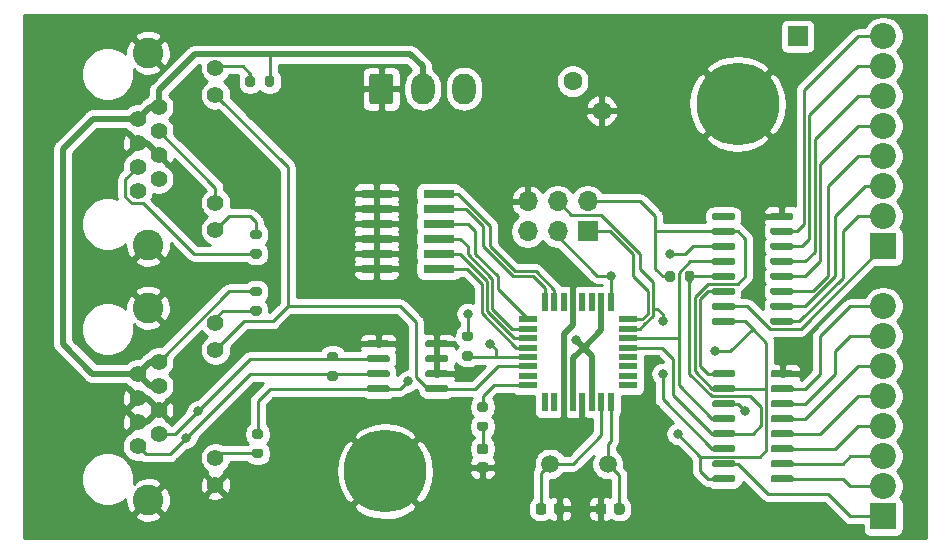
<source format=gtl>
G04 #@! TF.GenerationSoftware,KiCad,Pcbnew,(5.1.9)-1*
G04 #@! TF.CreationDate,2021-06-09T23:14:14+02:00*
G04 #@! TF.ProjectId,decoder,6465636f-6465-4722-9e6b-696361645f70,rev?*
G04 #@! TF.SameCoordinates,Original*
G04 #@! TF.FileFunction,Copper,L1,Top*
G04 #@! TF.FilePolarity,Positive*
%FSLAX46Y46*%
G04 Gerber Fmt 4.6, Leading zero omitted, Abs format (unit mm)*
G04 Created by KiCad (PCBNEW (5.1.9)-1) date 2021-06-09 23:14:14*
%MOMM*%
%LPD*%
G01*
G04 APERTURE LIST*
G04 #@! TA.AperFunction,ComponentPad*
%ADD10R,1.700000X1.700000*%
G04 #@! TD*
G04 #@! TA.AperFunction,ComponentPad*
%ADD11C,2.200000*%
G04 #@! TD*
G04 #@! TA.AperFunction,ComponentPad*
%ADD12R,2.200000X2.200000*%
G04 #@! TD*
G04 #@! TA.AperFunction,ComponentPad*
%ADD13C,1.400000*%
G04 #@! TD*
G04 #@! TA.AperFunction,ComponentPad*
%ADD14C,2.600000*%
G04 #@! TD*
G04 #@! TA.AperFunction,ComponentPad*
%ADD15O,1.700000X1.700000*%
G04 #@! TD*
G04 #@! TA.AperFunction,ComponentPad*
%ADD16C,1.600000*%
G04 #@! TD*
G04 #@! TA.AperFunction,SMDPad,CuDef*
%ADD17R,1.600000X0.550000*%
G04 #@! TD*
G04 #@! TA.AperFunction,SMDPad,CuDef*
%ADD18R,0.550000X1.600000*%
G04 #@! TD*
G04 #@! TA.AperFunction,SMDPad,CuDef*
%ADD19R,2.650000X0.760000*%
G04 #@! TD*
G04 #@! TA.AperFunction,ComponentPad*
%ADD20O,2.000000X2.600000*%
G04 #@! TD*
G04 #@! TA.AperFunction,ComponentPad*
%ADD21C,0.800000*%
G04 #@! TD*
G04 #@! TA.AperFunction,ComponentPad*
%ADD22C,7.000000*%
G04 #@! TD*
G04 #@! TA.AperFunction,ComponentPad*
%ADD23C,1.500000*%
G04 #@! TD*
G04 #@! TA.AperFunction,ViaPad*
%ADD24C,0.800000*%
G04 #@! TD*
G04 #@! TA.AperFunction,Conductor*
%ADD25C,0.250000*%
G04 #@! TD*
G04 #@! TA.AperFunction,Conductor*
%ADD26C,0.500000*%
G04 #@! TD*
G04 #@! TA.AperFunction,Conductor*
%ADD27C,0.254000*%
G04 #@! TD*
G04 #@! TA.AperFunction,Conductor*
%ADD28C,0.100000*%
G04 #@! TD*
G04 APERTURE END LIST*
D10*
X159385000Y-70485000D03*
D11*
X166624000Y-70485000D03*
X166624000Y-73025000D03*
X166624000Y-75565000D03*
X166624000Y-78105000D03*
X166624000Y-80645000D03*
X166624000Y-83185000D03*
X166624000Y-85725000D03*
D12*
X166624000Y-88265000D03*
D11*
X166624000Y-93345000D03*
X166624000Y-95885000D03*
X166624000Y-98425000D03*
X166624000Y-100965000D03*
X166624000Y-103505000D03*
X166624000Y-106045000D03*
X166624000Y-108585000D03*
D12*
X166624000Y-111125000D03*
G04 #@! TA.AperFunction,SMDPad,CuDef*
G36*
G01*
X154075000Y-94465000D02*
X154075000Y-94765000D01*
G75*
G02*
X153925000Y-94915000I-150000J0D01*
G01*
X152275000Y-94915000D01*
G75*
G02*
X152125000Y-94765000I0J150000D01*
G01*
X152125000Y-94465000D01*
G75*
G02*
X152275000Y-94315000I150000J0D01*
G01*
X153925000Y-94315000D01*
G75*
G02*
X154075000Y-94465000I0J-150000D01*
G01*
G37*
G04 #@! TD.AperFunction*
G04 #@! TA.AperFunction,SMDPad,CuDef*
G36*
G01*
X154075000Y-93195000D02*
X154075000Y-93495000D01*
G75*
G02*
X153925000Y-93645000I-150000J0D01*
G01*
X152275000Y-93645000D01*
G75*
G02*
X152125000Y-93495000I0J150000D01*
G01*
X152125000Y-93195000D01*
G75*
G02*
X152275000Y-93045000I150000J0D01*
G01*
X153925000Y-93045000D01*
G75*
G02*
X154075000Y-93195000I0J-150000D01*
G01*
G37*
G04 #@! TD.AperFunction*
G04 #@! TA.AperFunction,SMDPad,CuDef*
G36*
G01*
X154075000Y-91925000D02*
X154075000Y-92225000D01*
G75*
G02*
X153925000Y-92375000I-150000J0D01*
G01*
X152275000Y-92375000D01*
G75*
G02*
X152125000Y-92225000I0J150000D01*
G01*
X152125000Y-91925000D01*
G75*
G02*
X152275000Y-91775000I150000J0D01*
G01*
X153925000Y-91775000D01*
G75*
G02*
X154075000Y-91925000I0J-150000D01*
G01*
G37*
G04 #@! TD.AperFunction*
G04 #@! TA.AperFunction,SMDPad,CuDef*
G36*
G01*
X154075000Y-90655000D02*
X154075000Y-90955000D01*
G75*
G02*
X153925000Y-91105000I-150000J0D01*
G01*
X152275000Y-91105000D01*
G75*
G02*
X152125000Y-90955000I0J150000D01*
G01*
X152125000Y-90655000D01*
G75*
G02*
X152275000Y-90505000I150000J0D01*
G01*
X153925000Y-90505000D01*
G75*
G02*
X154075000Y-90655000I0J-150000D01*
G01*
G37*
G04 #@! TD.AperFunction*
G04 #@! TA.AperFunction,SMDPad,CuDef*
G36*
G01*
X154075000Y-89385000D02*
X154075000Y-89685000D01*
G75*
G02*
X153925000Y-89835000I-150000J0D01*
G01*
X152275000Y-89835000D01*
G75*
G02*
X152125000Y-89685000I0J150000D01*
G01*
X152125000Y-89385000D01*
G75*
G02*
X152275000Y-89235000I150000J0D01*
G01*
X153925000Y-89235000D01*
G75*
G02*
X154075000Y-89385000I0J-150000D01*
G01*
G37*
G04 #@! TD.AperFunction*
G04 #@! TA.AperFunction,SMDPad,CuDef*
G36*
G01*
X154075000Y-88115000D02*
X154075000Y-88415000D01*
G75*
G02*
X153925000Y-88565000I-150000J0D01*
G01*
X152275000Y-88565000D01*
G75*
G02*
X152125000Y-88415000I0J150000D01*
G01*
X152125000Y-88115000D01*
G75*
G02*
X152275000Y-87965000I150000J0D01*
G01*
X153925000Y-87965000D01*
G75*
G02*
X154075000Y-88115000I0J-150000D01*
G01*
G37*
G04 #@! TD.AperFunction*
G04 #@! TA.AperFunction,SMDPad,CuDef*
G36*
G01*
X154075000Y-86845000D02*
X154075000Y-87145000D01*
G75*
G02*
X153925000Y-87295000I-150000J0D01*
G01*
X152275000Y-87295000D01*
G75*
G02*
X152125000Y-87145000I0J150000D01*
G01*
X152125000Y-86845000D01*
G75*
G02*
X152275000Y-86695000I150000J0D01*
G01*
X153925000Y-86695000D01*
G75*
G02*
X154075000Y-86845000I0J-150000D01*
G01*
G37*
G04 #@! TD.AperFunction*
G04 #@! TA.AperFunction,SMDPad,CuDef*
G36*
G01*
X154075000Y-85575000D02*
X154075000Y-85875000D01*
G75*
G02*
X153925000Y-86025000I-150000J0D01*
G01*
X152275000Y-86025000D01*
G75*
G02*
X152125000Y-85875000I0J150000D01*
G01*
X152125000Y-85575000D01*
G75*
G02*
X152275000Y-85425000I150000J0D01*
G01*
X153925000Y-85425000D01*
G75*
G02*
X154075000Y-85575000I0J-150000D01*
G01*
G37*
G04 #@! TD.AperFunction*
G04 #@! TA.AperFunction,SMDPad,CuDef*
G36*
G01*
X159025000Y-85575000D02*
X159025000Y-85875000D01*
G75*
G02*
X158875000Y-86025000I-150000J0D01*
G01*
X157225000Y-86025000D01*
G75*
G02*
X157075000Y-85875000I0J150000D01*
G01*
X157075000Y-85575000D01*
G75*
G02*
X157225000Y-85425000I150000J0D01*
G01*
X158875000Y-85425000D01*
G75*
G02*
X159025000Y-85575000I0J-150000D01*
G01*
G37*
G04 #@! TD.AperFunction*
G04 #@! TA.AperFunction,SMDPad,CuDef*
G36*
G01*
X159025000Y-86845000D02*
X159025000Y-87145000D01*
G75*
G02*
X158875000Y-87295000I-150000J0D01*
G01*
X157225000Y-87295000D01*
G75*
G02*
X157075000Y-87145000I0J150000D01*
G01*
X157075000Y-86845000D01*
G75*
G02*
X157225000Y-86695000I150000J0D01*
G01*
X158875000Y-86695000D01*
G75*
G02*
X159025000Y-86845000I0J-150000D01*
G01*
G37*
G04 #@! TD.AperFunction*
G04 #@! TA.AperFunction,SMDPad,CuDef*
G36*
G01*
X159025000Y-88115000D02*
X159025000Y-88415000D01*
G75*
G02*
X158875000Y-88565000I-150000J0D01*
G01*
X157225000Y-88565000D01*
G75*
G02*
X157075000Y-88415000I0J150000D01*
G01*
X157075000Y-88115000D01*
G75*
G02*
X157225000Y-87965000I150000J0D01*
G01*
X158875000Y-87965000D01*
G75*
G02*
X159025000Y-88115000I0J-150000D01*
G01*
G37*
G04 #@! TD.AperFunction*
G04 #@! TA.AperFunction,SMDPad,CuDef*
G36*
G01*
X159025000Y-89385000D02*
X159025000Y-89685000D01*
G75*
G02*
X158875000Y-89835000I-150000J0D01*
G01*
X157225000Y-89835000D01*
G75*
G02*
X157075000Y-89685000I0J150000D01*
G01*
X157075000Y-89385000D01*
G75*
G02*
X157225000Y-89235000I150000J0D01*
G01*
X158875000Y-89235000D01*
G75*
G02*
X159025000Y-89385000I0J-150000D01*
G01*
G37*
G04 #@! TD.AperFunction*
G04 #@! TA.AperFunction,SMDPad,CuDef*
G36*
G01*
X159025000Y-90655000D02*
X159025000Y-90955000D01*
G75*
G02*
X158875000Y-91105000I-150000J0D01*
G01*
X157225000Y-91105000D01*
G75*
G02*
X157075000Y-90955000I0J150000D01*
G01*
X157075000Y-90655000D01*
G75*
G02*
X157225000Y-90505000I150000J0D01*
G01*
X158875000Y-90505000D01*
G75*
G02*
X159025000Y-90655000I0J-150000D01*
G01*
G37*
G04 #@! TD.AperFunction*
G04 #@! TA.AperFunction,SMDPad,CuDef*
G36*
G01*
X159025000Y-91925000D02*
X159025000Y-92225000D01*
G75*
G02*
X158875000Y-92375000I-150000J0D01*
G01*
X157225000Y-92375000D01*
G75*
G02*
X157075000Y-92225000I0J150000D01*
G01*
X157075000Y-91925000D01*
G75*
G02*
X157225000Y-91775000I150000J0D01*
G01*
X158875000Y-91775000D01*
G75*
G02*
X159025000Y-91925000I0J-150000D01*
G01*
G37*
G04 #@! TD.AperFunction*
G04 #@! TA.AperFunction,SMDPad,CuDef*
G36*
G01*
X159025000Y-93195000D02*
X159025000Y-93495000D01*
G75*
G02*
X158875000Y-93645000I-150000J0D01*
G01*
X157225000Y-93645000D01*
G75*
G02*
X157075000Y-93495000I0J150000D01*
G01*
X157075000Y-93195000D01*
G75*
G02*
X157225000Y-93045000I150000J0D01*
G01*
X158875000Y-93045000D01*
G75*
G02*
X159025000Y-93195000I0J-150000D01*
G01*
G37*
G04 #@! TD.AperFunction*
G04 #@! TA.AperFunction,SMDPad,CuDef*
G36*
G01*
X159025000Y-94465000D02*
X159025000Y-94765000D01*
G75*
G02*
X158875000Y-94915000I-150000J0D01*
G01*
X157225000Y-94915000D01*
G75*
G02*
X157075000Y-94765000I0J150000D01*
G01*
X157075000Y-94465000D01*
G75*
G02*
X157225000Y-94315000I150000J0D01*
G01*
X158875000Y-94315000D01*
G75*
G02*
X159025000Y-94465000I0J-150000D01*
G01*
G37*
G04 #@! TD.AperFunction*
G04 #@! TA.AperFunction,SMDPad,CuDef*
G36*
G01*
X124865000Y-100180000D02*
X124865000Y-100480000D01*
G75*
G02*
X124715000Y-100630000I-150000J0D01*
G01*
X123065000Y-100630000D01*
G75*
G02*
X122915000Y-100480000I0J150000D01*
G01*
X122915000Y-100180000D01*
G75*
G02*
X123065000Y-100030000I150000J0D01*
G01*
X124715000Y-100030000D01*
G75*
G02*
X124865000Y-100180000I0J-150000D01*
G01*
G37*
G04 #@! TD.AperFunction*
G04 #@! TA.AperFunction,SMDPad,CuDef*
G36*
G01*
X124865000Y-98910000D02*
X124865000Y-99210000D01*
G75*
G02*
X124715000Y-99360000I-150000J0D01*
G01*
X123065000Y-99360000D01*
G75*
G02*
X122915000Y-99210000I0J150000D01*
G01*
X122915000Y-98910000D01*
G75*
G02*
X123065000Y-98760000I150000J0D01*
G01*
X124715000Y-98760000D01*
G75*
G02*
X124865000Y-98910000I0J-150000D01*
G01*
G37*
G04 #@! TD.AperFunction*
G04 #@! TA.AperFunction,SMDPad,CuDef*
G36*
G01*
X124865000Y-97640000D02*
X124865000Y-97940000D01*
G75*
G02*
X124715000Y-98090000I-150000J0D01*
G01*
X123065000Y-98090000D01*
G75*
G02*
X122915000Y-97940000I0J150000D01*
G01*
X122915000Y-97640000D01*
G75*
G02*
X123065000Y-97490000I150000J0D01*
G01*
X124715000Y-97490000D01*
G75*
G02*
X124865000Y-97640000I0J-150000D01*
G01*
G37*
G04 #@! TD.AperFunction*
G04 #@! TA.AperFunction,SMDPad,CuDef*
G36*
G01*
X124865000Y-96370000D02*
X124865000Y-96670000D01*
G75*
G02*
X124715000Y-96820000I-150000J0D01*
G01*
X123065000Y-96820000D01*
G75*
G02*
X122915000Y-96670000I0J150000D01*
G01*
X122915000Y-96370000D01*
G75*
G02*
X123065000Y-96220000I150000J0D01*
G01*
X124715000Y-96220000D01*
G75*
G02*
X124865000Y-96370000I0J-150000D01*
G01*
G37*
G04 #@! TD.AperFunction*
G04 #@! TA.AperFunction,SMDPad,CuDef*
G36*
G01*
X129815000Y-96370000D02*
X129815000Y-96670000D01*
G75*
G02*
X129665000Y-96820000I-150000J0D01*
G01*
X128015000Y-96820000D01*
G75*
G02*
X127865000Y-96670000I0J150000D01*
G01*
X127865000Y-96370000D01*
G75*
G02*
X128015000Y-96220000I150000J0D01*
G01*
X129665000Y-96220000D01*
G75*
G02*
X129815000Y-96370000I0J-150000D01*
G01*
G37*
G04 #@! TD.AperFunction*
G04 #@! TA.AperFunction,SMDPad,CuDef*
G36*
G01*
X129815000Y-97640000D02*
X129815000Y-97940000D01*
G75*
G02*
X129665000Y-98090000I-150000J0D01*
G01*
X128015000Y-98090000D01*
G75*
G02*
X127865000Y-97940000I0J150000D01*
G01*
X127865000Y-97640000D01*
G75*
G02*
X128015000Y-97490000I150000J0D01*
G01*
X129665000Y-97490000D01*
G75*
G02*
X129815000Y-97640000I0J-150000D01*
G01*
G37*
G04 #@! TD.AperFunction*
G04 #@! TA.AperFunction,SMDPad,CuDef*
G36*
G01*
X129815000Y-98910000D02*
X129815000Y-99210000D01*
G75*
G02*
X129665000Y-99360000I-150000J0D01*
G01*
X128015000Y-99360000D01*
G75*
G02*
X127865000Y-99210000I0J150000D01*
G01*
X127865000Y-98910000D01*
G75*
G02*
X128015000Y-98760000I150000J0D01*
G01*
X129665000Y-98760000D01*
G75*
G02*
X129815000Y-98910000I0J-150000D01*
G01*
G37*
G04 #@! TD.AperFunction*
G04 #@! TA.AperFunction,SMDPad,CuDef*
G36*
G01*
X129815000Y-100180000D02*
X129815000Y-100480000D01*
G75*
G02*
X129665000Y-100630000I-150000J0D01*
G01*
X128015000Y-100630000D01*
G75*
G02*
X127865000Y-100480000I0J150000D01*
G01*
X127865000Y-100180000D01*
G75*
G02*
X128015000Y-100030000I150000J0D01*
G01*
X129665000Y-100030000D01*
G75*
G02*
X129815000Y-100180000I0J-150000D01*
G01*
G37*
G04 #@! TD.AperFunction*
G04 #@! TA.AperFunction,SMDPad,CuDef*
G36*
G01*
X154110000Y-107800000D02*
X154110000Y-108100000D01*
G75*
G02*
X153960000Y-108250000I-150000J0D01*
G01*
X152310000Y-108250000D01*
G75*
G02*
X152160000Y-108100000I0J150000D01*
G01*
X152160000Y-107800000D01*
G75*
G02*
X152310000Y-107650000I150000J0D01*
G01*
X153960000Y-107650000D01*
G75*
G02*
X154110000Y-107800000I0J-150000D01*
G01*
G37*
G04 #@! TD.AperFunction*
G04 #@! TA.AperFunction,SMDPad,CuDef*
G36*
G01*
X154110000Y-106530000D02*
X154110000Y-106830000D01*
G75*
G02*
X153960000Y-106980000I-150000J0D01*
G01*
X152310000Y-106980000D01*
G75*
G02*
X152160000Y-106830000I0J150000D01*
G01*
X152160000Y-106530000D01*
G75*
G02*
X152310000Y-106380000I150000J0D01*
G01*
X153960000Y-106380000D01*
G75*
G02*
X154110000Y-106530000I0J-150000D01*
G01*
G37*
G04 #@! TD.AperFunction*
G04 #@! TA.AperFunction,SMDPad,CuDef*
G36*
G01*
X154110000Y-105260000D02*
X154110000Y-105560000D01*
G75*
G02*
X153960000Y-105710000I-150000J0D01*
G01*
X152310000Y-105710000D01*
G75*
G02*
X152160000Y-105560000I0J150000D01*
G01*
X152160000Y-105260000D01*
G75*
G02*
X152310000Y-105110000I150000J0D01*
G01*
X153960000Y-105110000D01*
G75*
G02*
X154110000Y-105260000I0J-150000D01*
G01*
G37*
G04 #@! TD.AperFunction*
G04 #@! TA.AperFunction,SMDPad,CuDef*
G36*
G01*
X154110000Y-103990000D02*
X154110000Y-104290000D01*
G75*
G02*
X153960000Y-104440000I-150000J0D01*
G01*
X152310000Y-104440000D01*
G75*
G02*
X152160000Y-104290000I0J150000D01*
G01*
X152160000Y-103990000D01*
G75*
G02*
X152310000Y-103840000I150000J0D01*
G01*
X153960000Y-103840000D01*
G75*
G02*
X154110000Y-103990000I0J-150000D01*
G01*
G37*
G04 #@! TD.AperFunction*
G04 #@! TA.AperFunction,SMDPad,CuDef*
G36*
G01*
X154110000Y-102720000D02*
X154110000Y-103020000D01*
G75*
G02*
X153960000Y-103170000I-150000J0D01*
G01*
X152310000Y-103170000D01*
G75*
G02*
X152160000Y-103020000I0J150000D01*
G01*
X152160000Y-102720000D01*
G75*
G02*
X152310000Y-102570000I150000J0D01*
G01*
X153960000Y-102570000D01*
G75*
G02*
X154110000Y-102720000I0J-150000D01*
G01*
G37*
G04 #@! TD.AperFunction*
G04 #@! TA.AperFunction,SMDPad,CuDef*
G36*
G01*
X154110000Y-101450000D02*
X154110000Y-101750000D01*
G75*
G02*
X153960000Y-101900000I-150000J0D01*
G01*
X152310000Y-101900000D01*
G75*
G02*
X152160000Y-101750000I0J150000D01*
G01*
X152160000Y-101450000D01*
G75*
G02*
X152310000Y-101300000I150000J0D01*
G01*
X153960000Y-101300000D01*
G75*
G02*
X154110000Y-101450000I0J-150000D01*
G01*
G37*
G04 #@! TD.AperFunction*
G04 #@! TA.AperFunction,SMDPad,CuDef*
G36*
G01*
X154110000Y-100180000D02*
X154110000Y-100480000D01*
G75*
G02*
X153960000Y-100630000I-150000J0D01*
G01*
X152310000Y-100630000D01*
G75*
G02*
X152160000Y-100480000I0J150000D01*
G01*
X152160000Y-100180000D01*
G75*
G02*
X152310000Y-100030000I150000J0D01*
G01*
X153960000Y-100030000D01*
G75*
G02*
X154110000Y-100180000I0J-150000D01*
G01*
G37*
G04 #@! TD.AperFunction*
G04 #@! TA.AperFunction,SMDPad,CuDef*
G36*
G01*
X154110000Y-98910000D02*
X154110000Y-99210000D01*
G75*
G02*
X153960000Y-99360000I-150000J0D01*
G01*
X152310000Y-99360000D01*
G75*
G02*
X152160000Y-99210000I0J150000D01*
G01*
X152160000Y-98910000D01*
G75*
G02*
X152310000Y-98760000I150000J0D01*
G01*
X153960000Y-98760000D01*
G75*
G02*
X154110000Y-98910000I0J-150000D01*
G01*
G37*
G04 #@! TD.AperFunction*
G04 #@! TA.AperFunction,SMDPad,CuDef*
G36*
G01*
X159060000Y-98910000D02*
X159060000Y-99210000D01*
G75*
G02*
X158910000Y-99360000I-150000J0D01*
G01*
X157260000Y-99360000D01*
G75*
G02*
X157110000Y-99210000I0J150000D01*
G01*
X157110000Y-98910000D01*
G75*
G02*
X157260000Y-98760000I150000J0D01*
G01*
X158910000Y-98760000D01*
G75*
G02*
X159060000Y-98910000I0J-150000D01*
G01*
G37*
G04 #@! TD.AperFunction*
G04 #@! TA.AperFunction,SMDPad,CuDef*
G36*
G01*
X159060000Y-100180000D02*
X159060000Y-100480000D01*
G75*
G02*
X158910000Y-100630000I-150000J0D01*
G01*
X157260000Y-100630000D01*
G75*
G02*
X157110000Y-100480000I0J150000D01*
G01*
X157110000Y-100180000D01*
G75*
G02*
X157260000Y-100030000I150000J0D01*
G01*
X158910000Y-100030000D01*
G75*
G02*
X159060000Y-100180000I0J-150000D01*
G01*
G37*
G04 #@! TD.AperFunction*
G04 #@! TA.AperFunction,SMDPad,CuDef*
G36*
G01*
X159060000Y-101450000D02*
X159060000Y-101750000D01*
G75*
G02*
X158910000Y-101900000I-150000J0D01*
G01*
X157260000Y-101900000D01*
G75*
G02*
X157110000Y-101750000I0J150000D01*
G01*
X157110000Y-101450000D01*
G75*
G02*
X157260000Y-101300000I150000J0D01*
G01*
X158910000Y-101300000D01*
G75*
G02*
X159060000Y-101450000I0J-150000D01*
G01*
G37*
G04 #@! TD.AperFunction*
G04 #@! TA.AperFunction,SMDPad,CuDef*
G36*
G01*
X159060000Y-102720000D02*
X159060000Y-103020000D01*
G75*
G02*
X158910000Y-103170000I-150000J0D01*
G01*
X157260000Y-103170000D01*
G75*
G02*
X157110000Y-103020000I0J150000D01*
G01*
X157110000Y-102720000D01*
G75*
G02*
X157260000Y-102570000I150000J0D01*
G01*
X158910000Y-102570000D01*
G75*
G02*
X159060000Y-102720000I0J-150000D01*
G01*
G37*
G04 #@! TD.AperFunction*
G04 #@! TA.AperFunction,SMDPad,CuDef*
G36*
G01*
X159060000Y-103990000D02*
X159060000Y-104290000D01*
G75*
G02*
X158910000Y-104440000I-150000J0D01*
G01*
X157260000Y-104440000D01*
G75*
G02*
X157110000Y-104290000I0J150000D01*
G01*
X157110000Y-103990000D01*
G75*
G02*
X157260000Y-103840000I150000J0D01*
G01*
X158910000Y-103840000D01*
G75*
G02*
X159060000Y-103990000I0J-150000D01*
G01*
G37*
G04 #@! TD.AperFunction*
G04 #@! TA.AperFunction,SMDPad,CuDef*
G36*
G01*
X159060000Y-105260000D02*
X159060000Y-105560000D01*
G75*
G02*
X158910000Y-105710000I-150000J0D01*
G01*
X157260000Y-105710000D01*
G75*
G02*
X157110000Y-105560000I0J150000D01*
G01*
X157110000Y-105260000D01*
G75*
G02*
X157260000Y-105110000I150000J0D01*
G01*
X158910000Y-105110000D01*
G75*
G02*
X159060000Y-105260000I0J-150000D01*
G01*
G37*
G04 #@! TD.AperFunction*
G04 #@! TA.AperFunction,SMDPad,CuDef*
G36*
G01*
X159060000Y-106530000D02*
X159060000Y-106830000D01*
G75*
G02*
X158910000Y-106980000I-150000J0D01*
G01*
X157260000Y-106980000D01*
G75*
G02*
X157110000Y-106830000I0J150000D01*
G01*
X157110000Y-106530000D01*
G75*
G02*
X157260000Y-106380000I150000J0D01*
G01*
X158910000Y-106380000D01*
G75*
G02*
X159060000Y-106530000I0J-150000D01*
G01*
G37*
G04 #@! TD.AperFunction*
G04 #@! TA.AperFunction,SMDPad,CuDef*
G36*
G01*
X159060000Y-107800000D02*
X159060000Y-108100000D01*
G75*
G02*
X158910000Y-108250000I-150000J0D01*
G01*
X157260000Y-108250000D01*
G75*
G02*
X157110000Y-108100000I0J150000D01*
G01*
X157110000Y-107800000D01*
G75*
G02*
X157260000Y-107650000I150000J0D01*
G01*
X158910000Y-107650000D01*
G75*
G02*
X159060000Y-107800000I0J-150000D01*
G01*
G37*
G04 #@! TD.AperFunction*
G04 #@! TA.AperFunction,SMDPad,CuDef*
G36*
G01*
X113813000Y-87649000D02*
X113263000Y-87649000D01*
G75*
G02*
X113063000Y-87449000I0J200000D01*
G01*
X113063000Y-87049000D01*
G75*
G02*
X113263000Y-86849000I200000J0D01*
G01*
X113813000Y-86849000D01*
G75*
G02*
X114013000Y-87049000I0J-200000D01*
G01*
X114013000Y-87449000D01*
G75*
G02*
X113813000Y-87649000I-200000J0D01*
G01*
G37*
G04 #@! TD.AperFunction*
G04 #@! TA.AperFunction,SMDPad,CuDef*
G36*
G01*
X113813000Y-89299000D02*
X113263000Y-89299000D01*
G75*
G02*
X113063000Y-89099000I0J200000D01*
G01*
X113063000Y-88699000D01*
G75*
G02*
X113263000Y-88499000I200000J0D01*
G01*
X113813000Y-88499000D01*
G75*
G02*
X114013000Y-88699000I0J-200000D01*
G01*
X114013000Y-89099000D01*
G75*
G02*
X113813000Y-89299000I-200000J0D01*
G01*
G37*
G04 #@! TD.AperFunction*
G04 #@! TA.AperFunction,SMDPad,CuDef*
G36*
G01*
X113430000Y-74020000D02*
X113430000Y-74570000D01*
G75*
G02*
X113230000Y-74770000I-200000J0D01*
G01*
X112830000Y-74770000D01*
G75*
G02*
X112630000Y-74570000I0J200000D01*
G01*
X112630000Y-74020000D01*
G75*
G02*
X112830000Y-73820000I200000J0D01*
G01*
X113230000Y-73820000D01*
G75*
G02*
X113430000Y-74020000I0J-200000D01*
G01*
G37*
G04 #@! TD.AperFunction*
G04 #@! TA.AperFunction,SMDPad,CuDef*
G36*
G01*
X115080000Y-74020000D02*
X115080000Y-74570000D01*
G75*
G02*
X114880000Y-74770000I-200000J0D01*
G01*
X114480000Y-74770000D01*
G75*
G02*
X114280000Y-74570000I0J200000D01*
G01*
X114280000Y-74020000D01*
G75*
G02*
X114480000Y-73820000I200000J0D01*
G01*
X114880000Y-73820000D01*
G75*
G02*
X115080000Y-74020000I0J-200000D01*
G01*
G37*
G04 #@! TD.AperFunction*
G04 #@! TA.AperFunction,SMDPad,CuDef*
G36*
G01*
X113390000Y-105390000D02*
X113940000Y-105390000D01*
G75*
G02*
X114140000Y-105590000I0J-200000D01*
G01*
X114140000Y-105990000D01*
G75*
G02*
X113940000Y-106190000I-200000J0D01*
G01*
X113390000Y-106190000D01*
G75*
G02*
X113190000Y-105990000I0J200000D01*
G01*
X113190000Y-105590000D01*
G75*
G02*
X113390000Y-105390000I200000J0D01*
G01*
G37*
G04 #@! TD.AperFunction*
G04 #@! TA.AperFunction,SMDPad,CuDef*
G36*
G01*
X113390000Y-103740000D02*
X113940000Y-103740000D01*
G75*
G02*
X114140000Y-103940000I0J-200000D01*
G01*
X114140000Y-104340000D01*
G75*
G02*
X113940000Y-104540000I-200000J0D01*
G01*
X113390000Y-104540000D01*
G75*
G02*
X113190000Y-104340000I0J200000D01*
G01*
X113190000Y-103940000D01*
G75*
G02*
X113390000Y-103740000I200000J0D01*
G01*
G37*
G04 #@! TD.AperFunction*
G04 #@! TA.AperFunction,SMDPad,CuDef*
G36*
G01*
X113263000Y-93325000D02*
X113813000Y-93325000D01*
G75*
G02*
X114013000Y-93525000I0J-200000D01*
G01*
X114013000Y-93925000D01*
G75*
G02*
X113813000Y-94125000I-200000J0D01*
G01*
X113263000Y-94125000D01*
G75*
G02*
X113063000Y-93925000I0J200000D01*
G01*
X113063000Y-93525000D01*
G75*
G02*
X113263000Y-93325000I200000J0D01*
G01*
G37*
G04 #@! TD.AperFunction*
G04 #@! TA.AperFunction,SMDPad,CuDef*
G36*
G01*
X113263000Y-91675000D02*
X113813000Y-91675000D01*
G75*
G02*
X114013000Y-91875000I0J-200000D01*
G01*
X114013000Y-92275000D01*
G75*
G02*
X113813000Y-92475000I-200000J0D01*
G01*
X113263000Y-92475000D01*
G75*
G02*
X113063000Y-92275000I0J200000D01*
G01*
X113063000Y-91875000D01*
G75*
G02*
X113263000Y-91675000I200000J0D01*
G01*
G37*
G04 #@! TD.AperFunction*
D13*
X110105000Y-73150000D03*
X110105000Y-75440000D03*
X110105000Y-84580000D03*
X110105000Y-86870000D03*
X105285000Y-76440000D03*
X103505000Y-77460000D03*
X105285000Y-78480000D03*
X103505000Y-79500000D03*
X105285000Y-80520000D03*
X103505000Y-81540000D03*
X105285000Y-82560000D03*
X103505000Y-83580000D03*
D14*
X104395000Y-88140000D03*
X104395000Y-71880000D03*
D13*
X110105000Y-94740000D03*
X110105000Y-97030000D03*
X110105000Y-106170000D03*
X110105000Y-108460000D03*
X105285000Y-98030000D03*
X103505000Y-99050000D03*
X105285000Y-100070000D03*
X103505000Y-101090000D03*
X105285000Y-102110000D03*
X103505000Y-103130000D03*
X105285000Y-104150000D03*
X103505000Y-105170000D03*
D14*
X104395000Y-109730000D03*
X104395000Y-93470000D03*
D15*
X136525000Y-84455000D03*
X136525000Y-86995000D03*
X139065000Y-84455000D03*
X139065000Y-86995000D03*
X141605000Y-84455000D03*
D10*
X141605000Y-86995000D03*
D16*
X142809874Y-76769874D03*
X140335000Y-74295000D03*
D17*
X136525000Y-100025000D03*
X136525000Y-99225000D03*
X136525000Y-98425000D03*
X136525000Y-97625000D03*
X136525000Y-96825000D03*
X136525000Y-96025000D03*
X136525000Y-95225000D03*
X136525000Y-94425000D03*
D18*
X137975000Y-92975000D03*
X138775000Y-92975000D03*
X139575000Y-92975000D03*
X140375000Y-92975000D03*
X141175000Y-92975000D03*
X141975000Y-92975000D03*
X142775000Y-92975000D03*
X143575000Y-92975000D03*
D17*
X145025000Y-94425000D03*
X145025000Y-95225000D03*
X145025000Y-96025000D03*
X145025000Y-96825000D03*
X145025000Y-97625000D03*
X145025000Y-98425000D03*
X145025000Y-99225000D03*
X145025000Y-100025000D03*
D18*
X143575000Y-101475000D03*
X142775000Y-101475000D03*
X141975000Y-101475000D03*
X141175000Y-101475000D03*
X140375000Y-101475000D03*
X139575000Y-101475000D03*
X138775000Y-101475000D03*
X137975000Y-101475000D03*
D19*
X128990000Y-83820000D03*
X123740000Y-90170000D03*
X128990000Y-85090000D03*
X123740000Y-88900000D03*
X128990000Y-86360000D03*
X123740000Y-87630000D03*
X128990000Y-87630000D03*
X123740000Y-86360000D03*
X128990000Y-88900000D03*
X123740000Y-85090000D03*
X128990000Y-90170000D03*
X123740000Y-83820000D03*
D20*
X131135000Y-74930000D03*
X127635000Y-74930000D03*
G04 #@! TA.AperFunction,ComponentPad*
G36*
G01*
X123135000Y-75980000D02*
X123135000Y-73880000D01*
G75*
G02*
X123385000Y-73630000I250000J0D01*
G01*
X124885000Y-73630000D01*
G75*
G02*
X125135000Y-73880000I0J-250000D01*
G01*
X125135000Y-75980000D01*
G75*
G02*
X124885000Y-76230000I-250000J0D01*
G01*
X123385000Y-76230000D01*
G75*
G02*
X123135000Y-75980000I0J250000D01*
G01*
G37*
G04 #@! TD.AperFunction*
D21*
X156161155Y-78056155D03*
X154305000Y-78825000D03*
X152448845Y-78056155D03*
X151680000Y-76200000D03*
X152448845Y-74343845D03*
X154305000Y-73575000D03*
X156161155Y-74343845D03*
X156930000Y-76200000D03*
D22*
X154305000Y-76200000D03*
D21*
X126316155Y-105458845D03*
X124460000Y-104690000D03*
X122603845Y-105458845D03*
X121835000Y-107315000D03*
X122603845Y-109171155D03*
X124460000Y-109940000D03*
X126316155Y-109171155D03*
X127085000Y-107315000D03*
D22*
X124460000Y-107315000D03*
D23*
X143310000Y-106680000D03*
X138430000Y-106680000D03*
G04 #@! TA.AperFunction,SMDPad,CuDef*
G36*
G01*
X132990000Y-102255000D02*
X132440000Y-102255000D01*
G75*
G02*
X132240000Y-102055000I0J200000D01*
G01*
X132240000Y-101655000D01*
G75*
G02*
X132440000Y-101455000I200000J0D01*
G01*
X132990000Y-101455000D01*
G75*
G02*
X133190000Y-101655000I0J-200000D01*
G01*
X133190000Y-102055000D01*
G75*
G02*
X132990000Y-102255000I-200000J0D01*
G01*
G37*
G04 #@! TD.AperFunction*
G04 #@! TA.AperFunction,SMDPad,CuDef*
G36*
G01*
X132990000Y-103905000D02*
X132440000Y-103905000D01*
G75*
G02*
X132240000Y-103705000I0J200000D01*
G01*
X132240000Y-103305000D01*
G75*
G02*
X132440000Y-103105000I200000J0D01*
G01*
X132990000Y-103105000D01*
G75*
G02*
X133190000Y-103305000I0J-200000D01*
G01*
X133190000Y-103705000D01*
G75*
G02*
X132990000Y-103905000I-200000J0D01*
G01*
G37*
G04 #@! TD.AperFunction*
G04 #@! TA.AperFunction,SMDPad,CuDef*
G36*
G01*
X132971250Y-105847500D02*
X132458750Y-105847500D01*
G75*
G02*
X132240000Y-105628750I0J218750D01*
G01*
X132240000Y-105191250D01*
G75*
G02*
X132458750Y-104972500I218750J0D01*
G01*
X132971250Y-104972500D01*
G75*
G02*
X133190000Y-105191250I0J-218750D01*
G01*
X133190000Y-105628750D01*
G75*
G02*
X132971250Y-105847500I-218750J0D01*
G01*
G37*
G04 #@! TD.AperFunction*
G04 #@! TA.AperFunction,SMDPad,CuDef*
G36*
G01*
X132971250Y-107422500D02*
X132458750Y-107422500D01*
G75*
G02*
X132240000Y-107203750I0J218750D01*
G01*
X132240000Y-106766250D01*
G75*
G02*
X132458750Y-106547500I218750J0D01*
G01*
X132971250Y-106547500D01*
G75*
G02*
X133190000Y-106766250I0J-218750D01*
G01*
X133190000Y-107203750D01*
G75*
G02*
X132971250Y-107422500I-218750J0D01*
G01*
G37*
G04 #@! TD.AperFunction*
G04 #@! TA.AperFunction,SMDPad,CuDef*
G36*
G01*
X131720000Y-96285000D02*
X131170000Y-96285000D01*
G75*
G02*
X130970000Y-96085000I0J200000D01*
G01*
X130970000Y-95685000D01*
G75*
G02*
X131170000Y-95485000I200000J0D01*
G01*
X131720000Y-95485000D01*
G75*
G02*
X131920000Y-95685000I0J-200000D01*
G01*
X131920000Y-96085000D01*
G75*
G02*
X131720000Y-96285000I-200000J0D01*
G01*
G37*
G04 #@! TD.AperFunction*
G04 #@! TA.AperFunction,SMDPad,CuDef*
G36*
G01*
X131720000Y-97935000D02*
X131170000Y-97935000D01*
G75*
G02*
X130970000Y-97735000I0J200000D01*
G01*
X130970000Y-97335000D01*
G75*
G02*
X131170000Y-97135000I200000J0D01*
G01*
X131720000Y-97135000D01*
G75*
G02*
X131920000Y-97335000I0J-200000D01*
G01*
X131920000Y-97735000D01*
G75*
G02*
X131720000Y-97935000I-200000J0D01*
G01*
G37*
G04 #@! TD.AperFunction*
G04 #@! TA.AperFunction,SMDPad,CuDef*
G36*
G01*
X120290000Y-98000000D02*
X119740000Y-98000000D01*
G75*
G02*
X119540000Y-97800000I0J200000D01*
G01*
X119540000Y-97400000D01*
G75*
G02*
X119740000Y-97200000I200000J0D01*
G01*
X120290000Y-97200000D01*
G75*
G02*
X120490000Y-97400000I0J-200000D01*
G01*
X120490000Y-97800000D01*
G75*
G02*
X120290000Y-98000000I-200000J0D01*
G01*
G37*
G04 #@! TD.AperFunction*
G04 #@! TA.AperFunction,SMDPad,CuDef*
G36*
G01*
X120290000Y-99650000D02*
X119740000Y-99650000D01*
G75*
G02*
X119540000Y-99450000I0J200000D01*
G01*
X119540000Y-99050000D01*
G75*
G02*
X119740000Y-98850000I200000J0D01*
G01*
X120290000Y-98850000D01*
G75*
G02*
X120490000Y-99050000I0J-200000D01*
G01*
X120490000Y-99450000D01*
G75*
G02*
X120290000Y-99650000I-200000J0D01*
G01*
G37*
G04 #@! TD.AperFunction*
G04 #@! TA.AperFunction,SMDPad,CuDef*
G36*
G01*
X149840000Y-91080000D02*
X149840000Y-90530000D01*
G75*
G02*
X150040000Y-90330000I200000J0D01*
G01*
X150440000Y-90330000D01*
G75*
G02*
X150640000Y-90530000I0J-200000D01*
G01*
X150640000Y-91080000D01*
G75*
G02*
X150440000Y-91280000I-200000J0D01*
G01*
X150040000Y-91280000D01*
G75*
G02*
X149840000Y-91080000I0J200000D01*
G01*
G37*
G04 #@! TD.AperFunction*
G04 #@! TA.AperFunction,SMDPad,CuDef*
G36*
G01*
X148190000Y-91080000D02*
X148190000Y-90530000D01*
G75*
G02*
X148390000Y-90330000I200000J0D01*
G01*
X148790000Y-90330000D01*
G75*
G02*
X148990000Y-90530000I0J-200000D01*
G01*
X148990000Y-91080000D01*
G75*
G02*
X148790000Y-91280000I-200000J0D01*
G01*
X148390000Y-91280000D01*
G75*
G02*
X148190000Y-91080000I0J200000D01*
G01*
G37*
G04 #@! TD.AperFunction*
G04 #@! TA.AperFunction,SMDPad,CuDef*
G36*
G01*
X143835000Y-110740000D02*
X143835000Y-110240000D01*
G75*
G02*
X144060000Y-110015000I225000J0D01*
G01*
X144510000Y-110015000D01*
G75*
G02*
X144735000Y-110240000I0J-225000D01*
G01*
X144735000Y-110740000D01*
G75*
G02*
X144510000Y-110965000I-225000J0D01*
G01*
X144060000Y-110965000D01*
G75*
G02*
X143835000Y-110740000I0J225000D01*
G01*
G37*
G04 #@! TD.AperFunction*
G04 #@! TA.AperFunction,SMDPad,CuDef*
G36*
G01*
X142285000Y-110740000D02*
X142285000Y-110240000D01*
G75*
G02*
X142510000Y-110015000I225000J0D01*
G01*
X142960000Y-110015000D01*
G75*
G02*
X143185000Y-110240000I0J-225000D01*
G01*
X143185000Y-110740000D01*
G75*
G02*
X142960000Y-110965000I-225000J0D01*
G01*
X142510000Y-110965000D01*
G75*
G02*
X142285000Y-110740000I0J225000D01*
G01*
G37*
G04 #@! TD.AperFunction*
G04 #@! TA.AperFunction,SMDPad,CuDef*
G36*
G01*
X138755000Y-110740000D02*
X138755000Y-110240000D01*
G75*
G02*
X138980000Y-110015000I225000J0D01*
G01*
X139430000Y-110015000D01*
G75*
G02*
X139655000Y-110240000I0J-225000D01*
G01*
X139655000Y-110740000D01*
G75*
G02*
X139430000Y-110965000I-225000J0D01*
G01*
X138980000Y-110965000D01*
G75*
G02*
X138755000Y-110740000I0J225000D01*
G01*
G37*
G04 #@! TD.AperFunction*
G04 #@! TA.AperFunction,SMDPad,CuDef*
G36*
G01*
X137205000Y-110740000D02*
X137205000Y-110240000D01*
G75*
G02*
X137430000Y-110015000I225000J0D01*
G01*
X137880000Y-110015000D01*
G75*
G02*
X138105000Y-110240000I0J-225000D01*
G01*
X138105000Y-110740000D01*
G75*
G02*
X137880000Y-110965000I-225000J0D01*
G01*
X137430000Y-110965000D01*
G75*
G02*
X137205000Y-110740000I0J225000D01*
G01*
G37*
G04 #@! TD.AperFunction*
D24*
X158750000Y-96520000D03*
X133350000Y-81915000D03*
X139065000Y-90170000D03*
X147955000Y-81280000D03*
X131445000Y-93980000D03*
X149225000Y-104140000D03*
X126365000Y-99695000D03*
X140652503Y-96202503D03*
X152400000Y-97155000D03*
X133350000Y-96520000D03*
X147955000Y-99060000D03*
X147955000Y-94615000D03*
X148590000Y-88900000D03*
X143575000Y-90785000D03*
X154940000Y-102235184D03*
X108585000Y-102235000D03*
X107632503Y-104457497D03*
D25*
X139575000Y-101475000D02*
X139700000Y-101600000D01*
D26*
X141175000Y-103505000D02*
X139575000Y-103505000D01*
X141175000Y-101475000D02*
X141175000Y-103505000D01*
X139575000Y-103505000D02*
X139575000Y-101475000D01*
X139575000Y-97665000D02*
X139575000Y-101475000D01*
X139575000Y-95698499D02*
X139575000Y-97665000D01*
X140375000Y-94898499D02*
X139575000Y-95698499D01*
X140375000Y-92975000D02*
X140375000Y-94898499D01*
X140375000Y-91480000D02*
X139065000Y-90170000D01*
X140375000Y-92975000D02*
X140375000Y-91480000D01*
X104265000Y-79500000D02*
X105285000Y-80520000D01*
X103505000Y-79500000D02*
X104265000Y-79500000D01*
X103505000Y-101090000D02*
X104265000Y-101090000D01*
X105285000Y-102110000D02*
X104265000Y-101090000D01*
X104265000Y-103130000D02*
X105285000Y-102110000D01*
X103505000Y-103130000D02*
X104265000Y-103130000D01*
D25*
X142775000Y-101475000D02*
X142775000Y-104240000D01*
X140335000Y-106680000D02*
X138430000Y-106680000D01*
X142775000Y-104240000D02*
X140335000Y-106680000D01*
X137655000Y-107455000D02*
X137655000Y-110490000D01*
X138430000Y-106680000D02*
X137655000Y-107455000D01*
X143310000Y-106680000D02*
X143310000Y-104975000D01*
X143575000Y-104710000D02*
X143575000Y-101475000D01*
X143310000Y-104975000D02*
X143575000Y-104710000D01*
X144285000Y-107655000D02*
X144285000Y-110490000D01*
X143310000Y-106680000D02*
X144285000Y-107655000D01*
D26*
X142775000Y-92975000D02*
X142775000Y-95350000D01*
X140375000Y-97750000D02*
X140375000Y-101475000D01*
X141975000Y-97525000D02*
X141287500Y-96837500D01*
X141975000Y-101475000D02*
X141975000Y-97525000D01*
X141287500Y-96837500D02*
X140375000Y-97750000D01*
X142775000Y-95350000D02*
X141287500Y-96837500D01*
D25*
X131445000Y-93980000D02*
X131445000Y-95885000D01*
X151765000Y-107950000D02*
X153035000Y-107950000D01*
X151130000Y-107315000D02*
X151765000Y-107950000D01*
X151139990Y-106054990D02*
X151130000Y-106045000D01*
X151130000Y-106045000D02*
X151130000Y-107315000D01*
X156200010Y-106054990D02*
X151139990Y-106054990D01*
X156750129Y-105504871D02*
X156200010Y-106054990D01*
X153035000Y-94615000D02*
X154940000Y-94615000D01*
X151139990Y-106054990D02*
X149225000Y-104140000D01*
X147320000Y-86995000D02*
X148590000Y-86995000D01*
X147955000Y-90805000D02*
X147320000Y-90170000D01*
X147320000Y-90170000D02*
X147320000Y-86995000D01*
X148590000Y-90805000D02*
X147955000Y-90805000D01*
X147320000Y-86995000D02*
X147320000Y-85725000D01*
X146050000Y-84455000D02*
X141605000Y-84455000D01*
X147320000Y-85725000D02*
X146050000Y-84455000D01*
D26*
X141287500Y-96837500D02*
X140652503Y-96202503D01*
D25*
X151773580Y-91430010D02*
X154314990Y-91430010D01*
X150679991Y-92523599D02*
X151773580Y-91430010D01*
X150679990Y-98849990D02*
X150679991Y-92523599D01*
X152160000Y-100330000D02*
X150679990Y-98849990D01*
X153035000Y-100330000D02*
X152160000Y-100330000D01*
X154314990Y-91430010D02*
X154940000Y-90805000D01*
X154940000Y-90805000D02*
X154940000Y-87630000D01*
X154305000Y-86995000D02*
X153035000Y-86995000D01*
X154940000Y-87630000D02*
X154305000Y-86995000D01*
X150240000Y-86995000D02*
X153035000Y-86995000D01*
X150240000Y-86995000D02*
X148590000Y-86995000D01*
X156655258Y-100330000D02*
X156750129Y-100235129D01*
X156750129Y-100235129D02*
X156750129Y-105504871D01*
X153035000Y-100330000D02*
X156655258Y-100330000D01*
X156750129Y-96425129D02*
X156750129Y-100235129D01*
D26*
X104525000Y-98030000D02*
X103505000Y-99050000D01*
X105285000Y-98030000D02*
X104525000Y-98030000D01*
X104525000Y-76440000D02*
X103505000Y-77460000D01*
X105285000Y-76440000D02*
X104525000Y-76440000D01*
X105285000Y-76440000D02*
X105285000Y-75055000D01*
X105285000Y-75055000D02*
X108340001Y-71999999D01*
X108340001Y-71999999D02*
X116449999Y-71999999D01*
D25*
X111240000Y-92075000D02*
X105285000Y-98030000D01*
X113665000Y-92075000D02*
X111240000Y-92075000D01*
D26*
X126609999Y-71999999D02*
X127635000Y-73025000D01*
X127635000Y-73025000D02*
X127635000Y-74930000D01*
X116449999Y-71999999D02*
X126609999Y-71999999D01*
D25*
X114690001Y-71999999D02*
X116449999Y-71999999D01*
X114680000Y-72010000D02*
X114690001Y-71999999D01*
X114680000Y-74295000D02*
X114680000Y-72010000D01*
X153670000Y-97155000D02*
X152400000Y-97155000D01*
X155575000Y-95250000D02*
X153670000Y-97155000D01*
X154940000Y-94615000D02*
X155575000Y-95250000D01*
X155575000Y-95250000D02*
X156750129Y-96425129D01*
D26*
X104525000Y-100070000D02*
X103505000Y-99050000D01*
X105285000Y-100070000D02*
X104525000Y-100070000D01*
X99705000Y-77460000D02*
X103505000Y-77460000D01*
X97155000Y-80010000D02*
X99705000Y-77460000D01*
X97155000Y-96520000D02*
X97155000Y-80010000D01*
X99685000Y-99050000D02*
X97155000Y-96520000D01*
X103505000Y-99050000D02*
X99685000Y-99050000D01*
D25*
X125730000Y-100330000D02*
X126365000Y-99695000D01*
X113665000Y-101346000D02*
X114681000Y-100330000D01*
X114681000Y-100330000D02*
X125730000Y-100330000D01*
X113665000Y-104140000D02*
X113665000Y-101346000D01*
X131535000Y-97625000D02*
X131445000Y-97535000D01*
X133820000Y-96990000D02*
X133350000Y-96520000D01*
X133820000Y-97625000D02*
X133820000Y-96990000D01*
X136525000Y-97625000D02*
X133820000Y-97625000D01*
X133820000Y-97625000D02*
X131535000Y-97625000D01*
X152160000Y-105410000D02*
X147955000Y-101205000D01*
X147955000Y-101205000D02*
X147955000Y-99060000D01*
X153035000Y-105410000D02*
X152160000Y-105410000D01*
X147135010Y-91255010D02*
X146050000Y-90170000D01*
X140240001Y-85630001D02*
X139065000Y-84455000D01*
X142781411Y-85630001D02*
X140240001Y-85630001D01*
X146050000Y-88898590D02*
X142781411Y-85630001D01*
X146050000Y-90170000D02*
X146050000Y-88898590D01*
X147135010Y-93529990D02*
X147504990Y-93529990D01*
X147135010Y-93529990D02*
X147135010Y-91255010D01*
X147955000Y-93980000D02*
X147955000Y-94615000D01*
X147504990Y-93529990D02*
X147955000Y-93980000D01*
X146075000Y-95225000D02*
X145025000Y-95225000D01*
X146424991Y-94875009D02*
X146075000Y-95225000D01*
X146426401Y-94875009D02*
X146424991Y-94875009D01*
X147135010Y-94166400D02*
X146426401Y-94875009D01*
X147135010Y-93529990D02*
X147135010Y-94166400D01*
X139065000Y-87415000D02*
X139065000Y-86995000D01*
X143575000Y-92975000D02*
X143575000Y-91925000D01*
X142412500Y-90762500D02*
X142347500Y-90697500D01*
X142347500Y-90697500D02*
X139065000Y-87415000D01*
X143575000Y-91925000D02*
X143575000Y-90785000D01*
X143552500Y-90762500D02*
X142412500Y-90762500D01*
X143575000Y-90785000D02*
X143552500Y-90762500D01*
X148590000Y-88900000D02*
X149860000Y-88900000D01*
X150495000Y-88265000D02*
X153035000Y-88265000D01*
X149860000Y-88900000D02*
X150495000Y-88265000D01*
X154304816Y-101600000D02*
X154940000Y-102235184D01*
X153035000Y-101600000D02*
X154304816Y-101600000D01*
X146240000Y-94425000D02*
X146685000Y-93980000D01*
X143510000Y-86995000D02*
X141605000Y-86995000D01*
X145025000Y-94425000D02*
X146240000Y-94425000D01*
X145415000Y-90805000D02*
X146685000Y-92075000D01*
X145415000Y-88900000D02*
X145415000Y-90805000D01*
X146685000Y-93980000D02*
X146685000Y-92075000D01*
X145415000Y-88900000D02*
X143510000Y-86995000D01*
X150240000Y-90805000D02*
X153035000Y-90805000D01*
X147892490Y-96825000D02*
X145025000Y-96825000D01*
X148857490Y-97790000D02*
X147892490Y-96825000D01*
X148857490Y-100837490D02*
X148857490Y-97790000D01*
X152160000Y-104140000D02*
X148857490Y-100837490D01*
X153035000Y-104140000D02*
X152160000Y-104140000D01*
X155575000Y-104140000D02*
X153035000Y-104140000D01*
X156300120Y-103414880D02*
X155575000Y-104140000D01*
X155378122Y-100965000D02*
X156300120Y-101886998D01*
X150229981Y-91290019D02*
X150229981Y-99071749D01*
X152123232Y-100965000D02*
X155378122Y-100965000D01*
X150240000Y-91280000D02*
X150229981Y-91290019D01*
X150229981Y-99071749D02*
X152123232Y-100965000D01*
X156300120Y-101886998D02*
X156300120Y-103414880D01*
X150240000Y-90805000D02*
X150240000Y-91280000D01*
X116205000Y-81540000D02*
X110105000Y-75440000D01*
X116205000Y-93345000D02*
X116205000Y-81540000D01*
X114935000Y-94615000D02*
X116205000Y-93345000D01*
X112520000Y-94615000D02*
X114935000Y-94615000D01*
X110105000Y-97030000D02*
X112520000Y-94615000D01*
X133985000Y-98425000D02*
X136525000Y-98425000D01*
X132080000Y-100330000D02*
X133985000Y-98425000D01*
X128065000Y-100330000D02*
X132080000Y-100330000D01*
X127090001Y-99355001D02*
X128065000Y-100330000D01*
X127090001Y-94705001D02*
X127090001Y-99355001D01*
X125730000Y-93345000D02*
X127090001Y-94705001D01*
X116205000Y-93345000D02*
X125730000Y-93345000D01*
X149315010Y-90512512D02*
X150292522Y-89535000D01*
X150292522Y-89535000D02*
X153035000Y-89535000D01*
X149315010Y-92784990D02*
X149315010Y-90512512D01*
X152160000Y-102870000D02*
X149307500Y-100017500D01*
X153035000Y-102870000D02*
X152160000Y-102870000D01*
X149307500Y-92792500D02*
X149315010Y-92784990D01*
X149250000Y-96025000D02*
X149307500Y-95967500D01*
X145025000Y-96025000D02*
X149250000Y-96025000D01*
X149307500Y-95967500D02*
X149307500Y-92792500D01*
X149307500Y-100017500D02*
X149307500Y-95967500D01*
X136525000Y-100025000D02*
X133655000Y-100025000D01*
X132715000Y-100965000D02*
X132715000Y-101855000D01*
X133655000Y-100025000D02*
X132715000Y-100965000D01*
X132715000Y-103505000D02*
X132715000Y-105410000D01*
X128990000Y-83820000D02*
X130670000Y-83820000D01*
X130670000Y-83820000D02*
X133350000Y-86500000D01*
X137204990Y-90354990D02*
X138775000Y-91925000D01*
X133350000Y-86500000D02*
X133350000Y-88263590D01*
X133350000Y-88263590D02*
X135441400Y-90354990D01*
X135441400Y-90354990D02*
X137204990Y-90354990D01*
X138775000Y-91925000D02*
X138775000Y-92975000D01*
X131303590Y-85090000D02*
X132715000Y-86501410D01*
X137018590Y-90805000D02*
X137975000Y-91761410D01*
X135255000Y-90805000D02*
X137018590Y-90805000D01*
X132715000Y-86501410D02*
X132715000Y-88265000D01*
X137975000Y-91761410D02*
X137975000Y-92975000D01*
X132715000Y-88265000D02*
X135255000Y-90805000D01*
X128990000Y-85090000D02*
X131303590Y-85090000D01*
X133985001Y-91885001D02*
X136525000Y-94425000D01*
X133985001Y-90803591D02*
X133985001Y-91885001D01*
X132080000Y-88898590D02*
X133985001Y-90803591D01*
X131445000Y-86360000D02*
X132080000Y-86995000D01*
X128990000Y-86360000D02*
X131445000Y-86360000D01*
X132080000Y-86995000D02*
X132080000Y-88898590D01*
X128990000Y-87630000D02*
X130810000Y-87630000D01*
X130810000Y-87630000D02*
X131445000Y-88265000D01*
X131445000Y-88265000D02*
X131445000Y-88900000D01*
X131445000Y-88900000D02*
X133534990Y-90989990D01*
X133534990Y-90989990D02*
X133534990Y-93531400D01*
X133534990Y-93531400D02*
X135228590Y-95225000D01*
X135228590Y-95225000D02*
X136525000Y-95225000D01*
X133084979Y-93717800D02*
X133084979Y-91176389D01*
X135392180Y-96025000D02*
X133084979Y-93717800D01*
X136525000Y-96025000D02*
X135392180Y-96025000D01*
X130808590Y-88900000D02*
X128990000Y-88900000D01*
X133084979Y-91176389D02*
X130808590Y-88900000D01*
X128990000Y-90170000D02*
X131364970Y-90170000D01*
X135555770Y-96825000D02*
X136525000Y-96825000D01*
X132634971Y-93904201D02*
X135555770Y-96825000D01*
X132634970Y-91440000D02*
X132634971Y-93904201D01*
X131364970Y-90170000D02*
X132634970Y-91440000D01*
X153035000Y-99060000D02*
X151765000Y-99060000D01*
X151765000Y-99060000D02*
X151130000Y-98425000D01*
X151130000Y-98425000D02*
X151130000Y-92710000D01*
X151765000Y-92075000D02*
X153035000Y-92075000D01*
X151130000Y-92710000D02*
X151765000Y-92075000D01*
X110105000Y-94365000D02*
X110105000Y-94740000D01*
X110745000Y-93725000D02*
X110105000Y-94365000D01*
X113665000Y-93725000D02*
X110745000Y-93725000D01*
X110485000Y-105790000D02*
X110105000Y-106170000D01*
X113665000Y-105790000D02*
X110485000Y-105790000D01*
X110230000Y-73025000D02*
X110105000Y-73150000D01*
X112395000Y-73025000D02*
X110230000Y-73025000D01*
X113030000Y-73660000D02*
X112395000Y-73025000D01*
X113030000Y-74295000D02*
X113030000Y-73660000D01*
X110105000Y-83300000D02*
X105285000Y-78480000D01*
X110105000Y-84580000D02*
X110105000Y-83300000D01*
X102479999Y-82565001D02*
X103505000Y-81540000D01*
X102479999Y-84072001D02*
X102479999Y-82565001D01*
X103012999Y-84605001D02*
X102479999Y-84072001D01*
X103997001Y-84605001D02*
X103012999Y-84605001D01*
X108291000Y-88899000D02*
X103997001Y-84605001D01*
X112396000Y-88899000D02*
X113538000Y-88899000D01*
X113030000Y-88899000D02*
X112396000Y-88899000D01*
X112396000Y-88899000D02*
X108291000Y-88899000D01*
X158085000Y-100330000D02*
X160020000Y-100330000D01*
X160020000Y-100330000D02*
X161290000Y-99060000D01*
X161290000Y-99060000D02*
X161290000Y-95885000D01*
X163830000Y-93345000D02*
X166624000Y-93345000D01*
X161290000Y-95885000D02*
X163830000Y-93345000D01*
X158085000Y-101600000D02*
X160020000Y-101600000D01*
X160020000Y-101600000D02*
X162560000Y-99060000D01*
X162560000Y-99060000D02*
X162560000Y-97155000D01*
X163830000Y-95885000D02*
X166624000Y-95885000D01*
X162560000Y-97155000D02*
X163830000Y-95885000D01*
X158085000Y-102870000D02*
X160020000Y-102870000D01*
X164465000Y-98425000D02*
X166624000Y-98425000D01*
X160020000Y-102870000D02*
X164465000Y-98425000D01*
X158877000Y-104140000D02*
X158185000Y-104140000D01*
X158085000Y-104140000D02*
X161290000Y-104140000D01*
X164465000Y-100965000D02*
X166624000Y-100965000D01*
X161290000Y-104140000D02*
X164465000Y-100965000D01*
X158085000Y-105410000D02*
X162560000Y-105410000D01*
X164465000Y-103505000D02*
X166624000Y-103505000D01*
X162560000Y-105410000D02*
X164465000Y-103505000D01*
X158085000Y-106680000D02*
X163195000Y-106680000D01*
X163830000Y-106045000D02*
X166624000Y-106045000D01*
X163195000Y-106680000D02*
X163830000Y-106045000D01*
X163195000Y-107950000D02*
X158085000Y-107950000D01*
X163830000Y-108585000D02*
X163195000Y-107950000D01*
X166624000Y-108585000D02*
X163830000Y-108585000D01*
X153135000Y-106680000D02*
X154305000Y-106680000D01*
X163830000Y-111125000D02*
X161925000Y-109220000D01*
X163830000Y-111125000D02*
X166624000Y-111125000D01*
X161925000Y-109220000D02*
X156845000Y-109220000D01*
X154305000Y-106680000D02*
X156845000Y-109220000D01*
X158050000Y-86995000D02*
X159304970Y-86995000D01*
X159939970Y-86360000D02*
X159939970Y-75010030D01*
X159304970Y-86995000D02*
X159939970Y-86360000D01*
X164465000Y-70485000D02*
X166624000Y-70485000D01*
X159939970Y-75010030D02*
X164465000Y-70485000D01*
X158050000Y-88265000D02*
X159754980Y-88265000D01*
X160389980Y-87630000D02*
X160389980Y-77100020D01*
X159754980Y-88265000D02*
X160389980Y-87630000D01*
X164465000Y-73025000D02*
X166624000Y-73025000D01*
X160389980Y-77100020D02*
X164465000Y-73025000D01*
X158050000Y-89535000D02*
X160020000Y-89535000D01*
X160839990Y-88715010D02*
X160839990Y-79190010D01*
X160020000Y-89535000D02*
X160839990Y-88715010D01*
X164465000Y-75565000D02*
X166624000Y-75565000D01*
X160839990Y-79190010D02*
X164465000Y-75565000D01*
X158050000Y-90805000D02*
X160020000Y-90805000D01*
X160020000Y-90805000D02*
X161290000Y-89535000D01*
X161290000Y-89535000D02*
X161290000Y-81280000D01*
X164465000Y-78105000D02*
X166624000Y-78105000D01*
X161290000Y-81280000D02*
X164465000Y-78105000D01*
X161925000Y-90805000D02*
X161925000Y-83185000D01*
X160655000Y-92075000D02*
X161925000Y-90805000D01*
X164465000Y-80645000D02*
X166624000Y-80645000D01*
X161925000Y-83185000D02*
X164465000Y-80645000D01*
X158050000Y-92075000D02*
X160655000Y-92075000D01*
X158050000Y-93345000D02*
X160021411Y-93345000D01*
X160021411Y-93345000D02*
X162560000Y-90806411D01*
X162560000Y-90806411D02*
X162560000Y-85693366D01*
X162560000Y-85693366D02*
X165068366Y-83185000D01*
X165068366Y-83185000D02*
X166624000Y-83185000D01*
X164465000Y-85725000D02*
X166624000Y-85725000D01*
X163195000Y-86995000D02*
X164465000Y-85725000D01*
X163195000Y-90942500D02*
X163195000Y-86995000D01*
X159522500Y-94615000D02*
X163195000Y-90942500D01*
X158050000Y-94615000D02*
X159522500Y-94615000D01*
X155133232Y-93345000D02*
X157038232Y-95250000D01*
X153100000Y-93345000D02*
X155133232Y-93345000D01*
X159639000Y-95250000D02*
X166624000Y-88265000D01*
X157038232Y-95250000D02*
X159639000Y-95250000D01*
X120015000Y-97600000D02*
X120015000Y-97790000D01*
X120015000Y-97790000D02*
X121285000Y-97790000D01*
X121285000Y-97790000D02*
X123790000Y-97790000D01*
X105285000Y-104150000D02*
X106670000Y-104150000D01*
X113030000Y-97790000D02*
X121285000Y-97790000D01*
X106670000Y-104150000D02*
X108585000Y-102235000D01*
X108585000Y-102235000D02*
X113030000Y-97790000D01*
X120015000Y-99250000D02*
X120015000Y-99060000D01*
X121285000Y-99060000D02*
X123790000Y-99060000D01*
X120015000Y-99060000D02*
X121285000Y-99060000D01*
X121285000Y-99060000D02*
X113030000Y-99060000D01*
X113030000Y-99060000D02*
X107632503Y-104457497D01*
X103505000Y-105170000D02*
X104204999Y-105869999D01*
X104204999Y-105869999D02*
X106220001Y-105869999D01*
X106220001Y-105869999D02*
X107632503Y-104457497D01*
X113538000Y-87249000D02*
X113538000Y-86233000D01*
X113538000Y-86233000D02*
X113030000Y-85725000D01*
X111250000Y-85725000D02*
X110105000Y-86870000D01*
X113030000Y-85725000D02*
X111250000Y-85725000D01*
D27*
X170257001Y-112980000D02*
X93903000Y-112980000D01*
X93903000Y-111079224D01*
X103225381Y-111079224D01*
X103357317Y-111374312D01*
X103698045Y-111545159D01*
X104065557Y-111646250D01*
X104445729Y-111673701D01*
X104823951Y-111626457D01*
X105185690Y-111506333D01*
X105432683Y-111374312D01*
X105564619Y-111079224D01*
X104395000Y-109909605D01*
X103225381Y-111079224D01*
X93903000Y-111079224D01*
X93903000Y-107727409D01*
X98705000Y-107727409D01*
X98705000Y-108172591D01*
X98791851Y-108609218D01*
X98962214Y-109020511D01*
X99209544Y-109390666D01*
X99524334Y-109705456D01*
X99894489Y-109952786D01*
X100305782Y-110123149D01*
X100742409Y-110210000D01*
X101187591Y-110210000D01*
X101624218Y-110123149D01*
X102035511Y-109952786D01*
X102405666Y-109705456D01*
X102460709Y-109650413D01*
X102451299Y-109780729D01*
X102498543Y-110158951D01*
X102618667Y-110520690D01*
X102750688Y-110767683D01*
X103045776Y-110899619D01*
X104215395Y-109730000D01*
X104574605Y-109730000D01*
X105744224Y-110899619D01*
X106039312Y-110767683D01*
X106210159Y-110426955D01*
X106264567Y-110229155D01*
X121725450Y-110229155D01*
X122121634Y-110749550D01*
X122836612Y-111139748D01*
X123613976Y-111382964D01*
X124423853Y-111469851D01*
X125235118Y-111397069D01*
X126016597Y-111167415D01*
X126738256Y-110789715D01*
X126798366Y-110749550D01*
X127194550Y-110229155D01*
X124460000Y-107494605D01*
X121725450Y-110229155D01*
X106264567Y-110229155D01*
X106311250Y-110059443D01*
X106338701Y-109679271D01*
X106301478Y-109381269D01*
X109363336Y-109381269D01*
X109422797Y-109615037D01*
X109661242Y-109725934D01*
X109916740Y-109788183D01*
X110179473Y-109799390D01*
X110439344Y-109759125D01*
X110686366Y-109668935D01*
X110787203Y-109615037D01*
X110846664Y-109381269D01*
X110105000Y-108639605D01*
X109363336Y-109381269D01*
X106301478Y-109381269D01*
X106291457Y-109301049D01*
X106171333Y-108939310D01*
X106039312Y-108692317D01*
X105744224Y-108560381D01*
X104574605Y-109730000D01*
X104215395Y-109730000D01*
X104201253Y-109715858D01*
X104380858Y-109536253D01*
X104395000Y-109550395D01*
X105410922Y-108534473D01*
X108765610Y-108534473D01*
X108805875Y-108794344D01*
X108896065Y-109041366D01*
X108949963Y-109142203D01*
X109183731Y-109201664D01*
X109925395Y-108460000D01*
X110284605Y-108460000D01*
X111026269Y-109201664D01*
X111260037Y-109142203D01*
X111370934Y-108903758D01*
X111433183Y-108648260D01*
X111444390Y-108385527D01*
X111404125Y-108125656D01*
X111313935Y-107878634D01*
X111260037Y-107777797D01*
X111026269Y-107718336D01*
X110284605Y-108460000D01*
X109925395Y-108460000D01*
X109183731Y-107718336D01*
X108949963Y-107777797D01*
X108839066Y-108016242D01*
X108776817Y-108271740D01*
X108765610Y-108534473D01*
X105410922Y-108534473D01*
X105564619Y-108380776D01*
X105432683Y-108085688D01*
X105091955Y-107914841D01*
X104724443Y-107813750D01*
X104344271Y-107786299D01*
X103966049Y-107833543D01*
X103604310Y-107953667D01*
X103357317Y-108085688D01*
X103225382Y-108380774D01*
X103190523Y-108345915D01*
X103225000Y-108172591D01*
X103225000Y-107727409D01*
X103138149Y-107290782D01*
X102967786Y-106879489D01*
X102720456Y-106509334D01*
X102405666Y-106194544D01*
X102035511Y-105947214D01*
X101624218Y-105776851D01*
X101187591Y-105690000D01*
X100742409Y-105690000D01*
X100305782Y-105776851D01*
X99894489Y-105947214D01*
X99524334Y-106194544D01*
X99209544Y-106509334D01*
X98962214Y-106879489D01*
X98791851Y-107290782D01*
X98705000Y-107727409D01*
X93903000Y-107727409D01*
X93903000Y-103204473D01*
X102165610Y-103204473D01*
X102205875Y-103464344D01*
X102296065Y-103711366D01*
X102349963Y-103812203D01*
X102583731Y-103871664D01*
X103325395Y-103130000D01*
X102583731Y-102388336D01*
X102349963Y-102447797D01*
X102239066Y-102686242D01*
X102176817Y-102941740D01*
X102165610Y-103204473D01*
X93903000Y-103204473D01*
X93903000Y-101164473D01*
X102165610Y-101164473D01*
X102205875Y-101424344D01*
X102296065Y-101671366D01*
X102349963Y-101772203D01*
X102583731Y-101831664D01*
X103325395Y-101090000D01*
X102583731Y-100348336D01*
X102349963Y-100407797D01*
X102239066Y-100646242D01*
X102176817Y-100901740D01*
X102165610Y-101164473D01*
X93903000Y-101164473D01*
X93903000Y-80010000D01*
X96265719Y-80010000D01*
X96270001Y-80053479D01*
X96270000Y-96476531D01*
X96265719Y-96520000D01*
X96270000Y-96563469D01*
X96270000Y-96563476D01*
X96279504Y-96659973D01*
X96282805Y-96693490D01*
X96294046Y-96730545D01*
X96333411Y-96860312D01*
X96415589Y-97014058D01*
X96526183Y-97148817D01*
X96559956Y-97176534D01*
X99028470Y-99645049D01*
X99056183Y-99678817D01*
X99089951Y-99706530D01*
X99089953Y-99706532D01*
X99121905Y-99732754D01*
X99190941Y-99789411D01*
X99344687Y-99871589D01*
X99511510Y-99922195D01*
X99641523Y-99935000D01*
X99641533Y-99935000D01*
X99684999Y-99939281D01*
X99728465Y-99935000D01*
X102502025Y-99935000D01*
X102653987Y-100086962D01*
X102765229Y-100161291D01*
X102763336Y-100168731D01*
X103505000Y-100910395D01*
X103519143Y-100896253D01*
X103698748Y-101075858D01*
X103684605Y-101090000D01*
X103698748Y-101104143D01*
X103519143Y-101283748D01*
X103505000Y-101269605D01*
X102763336Y-102011269D01*
X102788449Y-102110000D01*
X102763336Y-102208731D01*
X103505000Y-102950395D01*
X103519143Y-102936253D01*
X103698748Y-103115858D01*
X103684605Y-103130000D01*
X103698748Y-103144143D01*
X103519143Y-103323748D01*
X103505000Y-103309605D01*
X102763336Y-104051269D01*
X102765229Y-104058709D01*
X102653987Y-104133038D01*
X102468038Y-104318987D01*
X102321939Y-104537641D01*
X102221304Y-104780595D01*
X102170000Y-105038514D01*
X102170000Y-105301486D01*
X102221304Y-105559405D01*
X102321939Y-105802359D01*
X102468038Y-106021013D01*
X102653987Y-106206962D01*
X102872641Y-106353061D01*
X103115595Y-106453696D01*
X103373514Y-106505000D01*
X103636486Y-106505000D01*
X103752609Y-106481901D01*
X103780722Y-106504973D01*
X103894891Y-106565998D01*
X103912752Y-106575545D01*
X104056013Y-106619002D01*
X104167666Y-106629999D01*
X104167675Y-106629999D01*
X104204998Y-106633675D01*
X104242321Y-106629999D01*
X106182679Y-106629999D01*
X106220001Y-106633675D01*
X106257323Y-106629999D01*
X106257334Y-106629999D01*
X106368987Y-106619002D01*
X106512248Y-106575545D01*
X106644277Y-106504973D01*
X106760002Y-106410000D01*
X106783804Y-106380997D01*
X107672305Y-105492497D01*
X107734442Y-105492497D01*
X107934401Y-105452723D01*
X108122759Y-105374702D01*
X108292277Y-105261434D01*
X108436440Y-105117271D01*
X108549708Y-104947753D01*
X108627729Y-104759395D01*
X108667503Y-104559436D01*
X108667503Y-104497298D01*
X113344803Y-99820000D01*
X114116198Y-99820000D01*
X113153998Y-100782201D01*
X113125000Y-100805999D01*
X113101202Y-100834997D01*
X113101201Y-100834998D01*
X113030026Y-100921724D01*
X112959454Y-101053754D01*
X112933901Y-101137995D01*
X112915998Y-101197014D01*
X112905091Y-101307753D01*
X112901324Y-101346000D01*
X112905001Y-101383332D01*
X112905000Y-103259083D01*
X112797394Y-103347394D01*
X112693169Y-103474392D01*
X112615722Y-103619284D01*
X112568031Y-103776500D01*
X112551928Y-103940000D01*
X112551928Y-104340000D01*
X112568031Y-104503500D01*
X112615722Y-104660716D01*
X112693169Y-104805608D01*
X112797394Y-104932606D01*
X112836866Y-104965000D01*
X112797394Y-104997394D01*
X112770635Y-105030000D01*
X110801805Y-105030000D01*
X110737359Y-104986939D01*
X110494405Y-104886304D01*
X110236486Y-104835000D01*
X109973514Y-104835000D01*
X109715595Y-104886304D01*
X109472641Y-104986939D01*
X109253987Y-105133038D01*
X109068038Y-105318987D01*
X108921939Y-105537641D01*
X108821304Y-105780595D01*
X108770000Y-106038514D01*
X108770000Y-106301486D01*
X108821304Y-106559405D01*
X108921939Y-106802359D01*
X109068038Y-107021013D01*
X109253987Y-107206962D01*
X109419581Y-107317608D01*
X109363336Y-107538731D01*
X110105000Y-108280395D01*
X110846664Y-107538731D01*
X110790419Y-107317608D01*
X110848420Y-107278853D01*
X120305149Y-107278853D01*
X120377931Y-108090118D01*
X120607585Y-108871597D01*
X120985285Y-109593256D01*
X121025450Y-109653366D01*
X121545845Y-110049550D01*
X124280395Y-107315000D01*
X124639605Y-107315000D01*
X127374155Y-110049550D01*
X127894550Y-109653366D01*
X128284748Y-108938388D01*
X128527964Y-108161024D01*
X128607195Y-107422500D01*
X131601928Y-107422500D01*
X131614188Y-107546982D01*
X131650498Y-107666680D01*
X131709463Y-107776994D01*
X131788815Y-107873685D01*
X131885506Y-107953037D01*
X131995820Y-108012002D01*
X132115518Y-108048312D01*
X132240000Y-108060572D01*
X132429250Y-108057500D01*
X132588000Y-107898750D01*
X132588000Y-107112000D01*
X132842000Y-107112000D01*
X132842000Y-107898750D01*
X133000750Y-108057500D01*
X133190000Y-108060572D01*
X133314482Y-108048312D01*
X133434180Y-108012002D01*
X133544494Y-107953037D01*
X133641185Y-107873685D01*
X133720537Y-107776994D01*
X133779502Y-107666680D01*
X133815812Y-107546982D01*
X133828072Y-107422500D01*
X133825000Y-107270750D01*
X133666250Y-107112000D01*
X132842000Y-107112000D01*
X132588000Y-107112000D01*
X131763750Y-107112000D01*
X131605000Y-107270750D01*
X131601928Y-107422500D01*
X128607195Y-107422500D01*
X128614851Y-107351147D01*
X128542069Y-106539882D01*
X128312415Y-105758403D01*
X127934715Y-105036744D01*
X127894550Y-104976634D01*
X127374155Y-104580450D01*
X124639605Y-107315000D01*
X124280395Y-107315000D01*
X121545845Y-104580450D01*
X121025450Y-104976634D01*
X120635252Y-105691612D01*
X120392036Y-106468976D01*
X120305149Y-107278853D01*
X110848420Y-107278853D01*
X110956013Y-107206962D01*
X111141962Y-107021013D01*
X111288061Y-106802359D01*
X111388696Y-106559405D01*
X111390567Y-106550000D01*
X112770635Y-106550000D01*
X112797394Y-106582606D01*
X112924392Y-106686831D01*
X113069284Y-106764278D01*
X113226500Y-106811969D01*
X113390000Y-106828072D01*
X113940000Y-106828072D01*
X114103500Y-106811969D01*
X114260716Y-106764278D01*
X114405608Y-106686831D01*
X114532606Y-106582606D01*
X114636831Y-106455608D01*
X114714278Y-106310716D01*
X114761969Y-106153500D01*
X114778072Y-105990000D01*
X114778072Y-105590000D01*
X114761969Y-105426500D01*
X114714278Y-105269284D01*
X114636831Y-105124392D01*
X114532606Y-104997394D01*
X114493134Y-104965000D01*
X114532606Y-104932606D01*
X114636831Y-104805608D01*
X114714278Y-104660716D01*
X114761969Y-104503500D01*
X114772079Y-104400845D01*
X121725450Y-104400845D01*
X124460000Y-107135395D01*
X127194550Y-104400845D01*
X126798366Y-103880450D01*
X126083388Y-103490252D01*
X125306024Y-103247036D01*
X124496147Y-103160149D01*
X123684882Y-103232931D01*
X122903403Y-103462585D01*
X122181744Y-103840285D01*
X122121634Y-103880450D01*
X121725450Y-104400845D01*
X114772079Y-104400845D01*
X114778072Y-104340000D01*
X114778072Y-103940000D01*
X114761969Y-103776500D01*
X114714278Y-103619284D01*
X114636831Y-103474392D01*
X114532606Y-103347394D01*
X114425000Y-103259084D01*
X114425000Y-101660801D01*
X114995802Y-101090000D01*
X122572024Y-101090000D01*
X122627171Y-101135258D01*
X122763418Y-101208084D01*
X122911255Y-101252929D01*
X123065000Y-101268072D01*
X124715000Y-101268072D01*
X124868745Y-101252929D01*
X125016582Y-101208084D01*
X125152829Y-101135258D01*
X125207976Y-101090000D01*
X125692678Y-101090000D01*
X125730000Y-101093676D01*
X125767322Y-101090000D01*
X125767333Y-101090000D01*
X125878986Y-101079003D01*
X126022247Y-101035546D01*
X126154276Y-100964974D01*
X126270001Y-100870001D01*
X126293803Y-100840998D01*
X126404801Y-100730000D01*
X126466939Y-100730000D01*
X126666898Y-100690226D01*
X126855256Y-100612205D01*
X127024774Y-100498937D01*
X127091955Y-100431756D01*
X127236404Y-100576205D01*
X127242071Y-100633745D01*
X127286916Y-100781582D01*
X127359742Y-100917829D01*
X127457749Y-101037251D01*
X127577171Y-101135258D01*
X127713418Y-101208084D01*
X127861255Y-101252929D01*
X128015000Y-101268072D01*
X129665000Y-101268072D01*
X129818745Y-101252929D01*
X129966582Y-101208084D01*
X130102829Y-101135258D01*
X130157976Y-101090000D01*
X131824738Y-101090000D01*
X131743169Y-101189392D01*
X131665722Y-101334284D01*
X131618031Y-101491500D01*
X131601928Y-101655000D01*
X131601928Y-102055000D01*
X131618031Y-102218500D01*
X131665722Y-102375716D01*
X131743169Y-102520608D01*
X131847394Y-102647606D01*
X131886866Y-102680000D01*
X131847394Y-102712394D01*
X131743169Y-102839392D01*
X131665722Y-102984284D01*
X131618031Y-103141500D01*
X131601928Y-103305000D01*
X131601928Y-103705000D01*
X131618031Y-103868500D01*
X131665722Y-104025716D01*
X131743169Y-104170608D01*
X131847394Y-104297606D01*
X131955000Y-104385917D01*
X131955001Y-104501582D01*
X131852885Y-104585385D01*
X131746329Y-104715225D01*
X131667150Y-104863358D01*
X131618392Y-105024092D01*
X131601928Y-105191250D01*
X131601928Y-105628750D01*
X131618392Y-105795908D01*
X131667150Y-105956642D01*
X131746329Y-106104775D01*
X131764100Y-106126430D01*
X131709463Y-106193006D01*
X131650498Y-106303320D01*
X131614188Y-106423018D01*
X131601928Y-106547500D01*
X131605000Y-106699250D01*
X131763750Y-106858000D01*
X132588000Y-106858000D01*
X132588000Y-106838000D01*
X132842000Y-106838000D01*
X132842000Y-106858000D01*
X133666250Y-106858000D01*
X133825000Y-106699250D01*
X133828072Y-106547500D01*
X133815812Y-106423018D01*
X133779502Y-106303320D01*
X133720537Y-106193006D01*
X133665900Y-106126430D01*
X133683671Y-106104775D01*
X133762850Y-105956642D01*
X133811608Y-105795908D01*
X133828072Y-105628750D01*
X133828072Y-105191250D01*
X133811608Y-105024092D01*
X133762850Y-104863358D01*
X133683671Y-104715225D01*
X133577115Y-104585385D01*
X133475000Y-104501582D01*
X133475000Y-104385916D01*
X133582606Y-104297606D01*
X133686831Y-104170608D01*
X133764278Y-104025716D01*
X133811969Y-103868500D01*
X133828072Y-103705000D01*
X133828072Y-103305000D01*
X133811969Y-103141500D01*
X133764278Y-102984284D01*
X133686831Y-102839392D01*
X133582606Y-102712394D01*
X133543134Y-102680000D01*
X133582606Y-102647606D01*
X133686831Y-102520608D01*
X133764278Y-102375716D01*
X133811969Y-102218500D01*
X133828072Y-102055000D01*
X133828072Y-101655000D01*
X133811969Y-101491500D01*
X133764278Y-101334284D01*
X133686831Y-101189392D01*
X133632100Y-101122702D01*
X133969802Y-100785000D01*
X135315019Y-100785000D01*
X135370506Y-100830537D01*
X135480820Y-100889502D01*
X135600518Y-100925812D01*
X135725000Y-100938072D01*
X137061928Y-100938072D01*
X137061928Y-102275000D01*
X137074188Y-102399482D01*
X137110498Y-102519180D01*
X137169463Y-102629494D01*
X137248815Y-102726185D01*
X137345506Y-102805537D01*
X137455820Y-102864502D01*
X137575518Y-102900812D01*
X137700000Y-102913072D01*
X138250000Y-102913072D01*
X138374482Y-102900812D01*
X138375000Y-102900655D01*
X138375518Y-102900812D01*
X138500000Y-102913072D01*
X139050000Y-102913072D01*
X139174482Y-102900812D01*
X139175620Y-102900467D01*
X139289250Y-102910000D01*
X139381333Y-102817917D01*
X139404494Y-102805537D01*
X139501185Y-102726185D01*
X139575000Y-102636241D01*
X139648815Y-102726185D01*
X139745506Y-102805537D01*
X139768667Y-102817917D01*
X139860750Y-102910000D01*
X139974380Y-102900467D01*
X139975518Y-102900812D01*
X140100000Y-102913072D01*
X140650000Y-102913072D01*
X140774482Y-102900812D01*
X140775620Y-102900467D01*
X140889250Y-102910000D01*
X140981333Y-102817917D01*
X141004494Y-102805537D01*
X141101185Y-102726185D01*
X141175000Y-102636241D01*
X141248815Y-102726185D01*
X141345506Y-102805537D01*
X141368667Y-102817917D01*
X141460750Y-102910000D01*
X141574380Y-102900467D01*
X141575518Y-102900812D01*
X141700000Y-102913072D01*
X142015001Y-102913072D01*
X142015001Y-103925197D01*
X140020199Y-105920000D01*
X139587909Y-105920000D01*
X139505799Y-105797114D01*
X139312886Y-105604201D01*
X139086043Y-105452629D01*
X138833989Y-105348225D01*
X138566411Y-105295000D01*
X138293589Y-105295000D01*
X138026011Y-105348225D01*
X137773957Y-105452629D01*
X137547114Y-105604201D01*
X137354201Y-105797114D01*
X137202629Y-106023957D01*
X137098225Y-106276011D01*
X137045000Y-106543589D01*
X137045000Y-106816411D01*
X137074441Y-106964420D01*
X137020026Y-107030724D01*
X136976583Y-107112000D01*
X136949454Y-107162754D01*
X136905997Y-107306015D01*
X136895000Y-107417668D01*
X136895000Y-107417678D01*
X136891324Y-107455000D01*
X136895000Y-107492323D01*
X136895001Y-109567932D01*
X136819716Y-109629716D01*
X136712382Y-109760503D01*
X136632625Y-109909717D01*
X136583512Y-110071623D01*
X136566928Y-110240000D01*
X136566928Y-110740000D01*
X136583512Y-110908377D01*
X136632625Y-111070283D01*
X136712382Y-111219497D01*
X136819716Y-111350284D01*
X136950503Y-111457618D01*
X137099717Y-111537375D01*
X137261623Y-111586488D01*
X137430000Y-111603072D01*
X137880000Y-111603072D01*
X138048377Y-111586488D01*
X138210283Y-111537375D01*
X138356351Y-111459300D01*
X138400506Y-111495537D01*
X138510820Y-111554502D01*
X138630518Y-111590812D01*
X138755000Y-111603072D01*
X138919250Y-111600000D01*
X139078000Y-111441250D01*
X139078000Y-110617000D01*
X139332000Y-110617000D01*
X139332000Y-111441250D01*
X139490750Y-111600000D01*
X139655000Y-111603072D01*
X139779482Y-111590812D01*
X139899180Y-111554502D01*
X140009494Y-111495537D01*
X140106185Y-111416185D01*
X140185537Y-111319494D01*
X140244502Y-111209180D01*
X140280812Y-111089482D01*
X140293072Y-110965000D01*
X141646928Y-110965000D01*
X141659188Y-111089482D01*
X141695498Y-111209180D01*
X141754463Y-111319494D01*
X141833815Y-111416185D01*
X141930506Y-111495537D01*
X142040820Y-111554502D01*
X142160518Y-111590812D01*
X142285000Y-111603072D01*
X142449250Y-111600000D01*
X142608000Y-111441250D01*
X142608000Y-110617000D01*
X141808750Y-110617000D01*
X141650000Y-110775750D01*
X141646928Y-110965000D01*
X140293072Y-110965000D01*
X140290000Y-110775750D01*
X140131250Y-110617000D01*
X139332000Y-110617000D01*
X139078000Y-110617000D01*
X139058000Y-110617000D01*
X139058000Y-110363000D01*
X139078000Y-110363000D01*
X139078000Y-109538750D01*
X139332000Y-109538750D01*
X139332000Y-110363000D01*
X140131250Y-110363000D01*
X140290000Y-110204250D01*
X140293072Y-110015000D01*
X141646928Y-110015000D01*
X141650000Y-110204250D01*
X141808750Y-110363000D01*
X142608000Y-110363000D01*
X142608000Y-109538750D01*
X142449250Y-109380000D01*
X142285000Y-109376928D01*
X142160518Y-109389188D01*
X142040820Y-109425498D01*
X141930506Y-109484463D01*
X141833815Y-109563815D01*
X141754463Y-109660506D01*
X141695498Y-109770820D01*
X141659188Y-109890518D01*
X141646928Y-110015000D01*
X140293072Y-110015000D01*
X140280812Y-109890518D01*
X140244502Y-109770820D01*
X140185537Y-109660506D01*
X140106185Y-109563815D01*
X140009494Y-109484463D01*
X139899180Y-109425498D01*
X139779482Y-109389188D01*
X139655000Y-109376928D01*
X139490750Y-109380000D01*
X139332000Y-109538750D01*
X139078000Y-109538750D01*
X138919250Y-109380000D01*
X138755000Y-109376928D01*
X138630518Y-109389188D01*
X138510820Y-109425498D01*
X138415000Y-109476716D01*
X138415000Y-108065000D01*
X138566411Y-108065000D01*
X138833989Y-108011775D01*
X139086043Y-107907371D01*
X139312886Y-107755799D01*
X139505799Y-107562886D01*
X139587909Y-107440000D01*
X140297678Y-107440000D01*
X140335000Y-107443676D01*
X140372322Y-107440000D01*
X140372333Y-107440000D01*
X140483986Y-107429003D01*
X140627247Y-107385546D01*
X140759276Y-107314974D01*
X140875001Y-107220001D01*
X140898804Y-107190997D01*
X142116428Y-105973374D01*
X142082629Y-106023957D01*
X141978225Y-106276011D01*
X141925000Y-106543589D01*
X141925000Y-106816411D01*
X141978225Y-107083989D01*
X142082629Y-107336043D01*
X142234201Y-107562886D01*
X142427114Y-107755799D01*
X142653957Y-107907371D01*
X142906011Y-108011775D01*
X143173589Y-108065000D01*
X143446411Y-108065000D01*
X143525000Y-108049368D01*
X143525001Y-109476716D01*
X143429180Y-109425498D01*
X143309482Y-109389188D01*
X143185000Y-109376928D01*
X143020750Y-109380000D01*
X142862000Y-109538750D01*
X142862000Y-110363000D01*
X142882000Y-110363000D01*
X142882000Y-110617000D01*
X142862000Y-110617000D01*
X142862000Y-111441250D01*
X143020750Y-111600000D01*
X143185000Y-111603072D01*
X143309482Y-111590812D01*
X143429180Y-111554502D01*
X143539494Y-111495537D01*
X143583649Y-111459300D01*
X143729717Y-111537375D01*
X143891623Y-111586488D01*
X144060000Y-111603072D01*
X144510000Y-111603072D01*
X144678377Y-111586488D01*
X144840283Y-111537375D01*
X144989497Y-111457618D01*
X145120284Y-111350284D01*
X145227618Y-111219497D01*
X145307375Y-111070283D01*
X145356488Y-110908377D01*
X145373072Y-110740000D01*
X145373072Y-110240000D01*
X145356488Y-110071623D01*
X145307375Y-109909717D01*
X145227618Y-109760503D01*
X145120284Y-109629716D01*
X145045000Y-109567932D01*
X145045000Y-107692322D01*
X145048676Y-107654999D01*
X145045000Y-107617676D01*
X145045000Y-107617667D01*
X145034003Y-107506014D01*
X144990546Y-107362753D01*
X144919974Y-107230724D01*
X144825001Y-107114999D01*
X144796004Y-107091202D01*
X144666167Y-106961365D01*
X144695000Y-106816411D01*
X144695000Y-106543589D01*
X144641775Y-106276011D01*
X144537371Y-106023957D01*
X144385799Y-105797114D01*
X144192886Y-105604201D01*
X144070000Y-105522091D01*
X144070000Y-105289801D01*
X144085998Y-105273803D01*
X144115001Y-105250001D01*
X144209974Y-105134276D01*
X144280546Y-105002247D01*
X144324003Y-104858986D01*
X144335000Y-104747333D01*
X144335000Y-104747332D01*
X144338677Y-104710000D01*
X144335000Y-104672667D01*
X144335000Y-102684981D01*
X144380537Y-102629494D01*
X144439502Y-102519180D01*
X144475812Y-102399482D01*
X144488072Y-102275000D01*
X144488072Y-100938072D01*
X145825000Y-100938072D01*
X145949482Y-100925812D01*
X146069180Y-100889502D01*
X146179494Y-100830537D01*
X146276185Y-100751185D01*
X146355537Y-100654494D01*
X146414502Y-100544180D01*
X146450812Y-100424482D01*
X146463072Y-100300000D01*
X146463072Y-99750000D01*
X146450812Y-99625518D01*
X146450655Y-99625000D01*
X146450812Y-99624482D01*
X146463072Y-99500000D01*
X146463072Y-98950000D01*
X146450812Y-98825518D01*
X146450655Y-98825000D01*
X146450812Y-98824482D01*
X146463072Y-98700000D01*
X146463072Y-98150000D01*
X146450812Y-98025518D01*
X146450655Y-98025000D01*
X146450812Y-98024482D01*
X146463072Y-97900000D01*
X146463072Y-97585000D01*
X147577689Y-97585000D01*
X148017688Y-98025000D01*
X147853061Y-98025000D01*
X147653102Y-98064774D01*
X147464744Y-98142795D01*
X147295226Y-98256063D01*
X147151063Y-98400226D01*
X147037795Y-98569744D01*
X146959774Y-98758102D01*
X146920000Y-98958061D01*
X146920000Y-99161939D01*
X146959774Y-99361898D01*
X147037795Y-99550256D01*
X147151063Y-99719774D01*
X147195001Y-99763712D01*
X147195000Y-101167677D01*
X147191324Y-101205000D01*
X147195000Y-101242322D01*
X147195000Y-101242332D01*
X147205997Y-101353985D01*
X147238982Y-101462723D01*
X147249454Y-101497246D01*
X147320026Y-101629276D01*
X147350364Y-101666242D01*
X147414999Y-101745001D01*
X147444003Y-101768804D01*
X148850179Y-103174980D01*
X148734744Y-103222795D01*
X148565226Y-103336063D01*
X148421063Y-103480226D01*
X148307795Y-103649744D01*
X148229774Y-103838102D01*
X148190000Y-104038061D01*
X148190000Y-104241939D01*
X148229774Y-104441898D01*
X148307795Y-104630256D01*
X148421063Y-104799774D01*
X148565226Y-104943937D01*
X148734744Y-105057205D01*
X148923102Y-105135226D01*
X149123061Y-105175000D01*
X149185199Y-105175000D01*
X150370000Y-106359802D01*
X150370001Y-107277668D01*
X150366324Y-107315000D01*
X150370001Y-107352333D01*
X150377553Y-107429003D01*
X150380998Y-107463985D01*
X150424454Y-107607246D01*
X150495026Y-107739276D01*
X150548132Y-107803985D01*
X150590000Y-107855001D01*
X150618998Y-107878799D01*
X151201200Y-108461002D01*
X151224999Y-108490001D01*
X151340724Y-108584974D01*
X151472753Y-108655546D01*
X151616014Y-108699003D01*
X151717474Y-108708996D01*
X151765000Y-108713677D01*
X151802333Y-108710000D01*
X151817024Y-108710000D01*
X151872171Y-108755258D01*
X152008418Y-108828084D01*
X152156255Y-108872929D01*
X152310000Y-108888072D01*
X153960000Y-108888072D01*
X154113745Y-108872929D01*
X154261582Y-108828084D01*
X154397829Y-108755258D01*
X154517251Y-108657251D01*
X154615258Y-108537829D01*
X154688084Y-108401582D01*
X154732929Y-108253745D01*
X154739296Y-108189098D01*
X156281205Y-109731008D01*
X156304999Y-109760001D01*
X156333992Y-109783795D01*
X156333996Y-109783799D01*
X156381182Y-109822523D01*
X156420724Y-109854974D01*
X156552753Y-109925546D01*
X156696014Y-109969003D01*
X156807667Y-109980000D01*
X156807676Y-109980000D01*
X156844999Y-109983676D01*
X156882322Y-109980000D01*
X161610199Y-109980000D01*
X163266201Y-111636003D01*
X163289999Y-111665001D01*
X163405724Y-111759974D01*
X163537753Y-111830546D01*
X163681014Y-111874003D01*
X163792667Y-111885000D01*
X163792677Y-111885000D01*
X163830000Y-111888676D01*
X163867323Y-111885000D01*
X164885928Y-111885000D01*
X164885928Y-112225000D01*
X164898188Y-112349482D01*
X164934498Y-112469180D01*
X164993463Y-112579494D01*
X165072815Y-112676185D01*
X165169506Y-112755537D01*
X165279820Y-112814502D01*
X165399518Y-112850812D01*
X165524000Y-112863072D01*
X167724000Y-112863072D01*
X167848482Y-112850812D01*
X167968180Y-112814502D01*
X168078494Y-112755537D01*
X168175185Y-112676185D01*
X168254537Y-112579494D01*
X168313502Y-112469180D01*
X168349812Y-112349482D01*
X168362072Y-112225000D01*
X168362072Y-110025000D01*
X168349812Y-109900518D01*
X168313502Y-109780820D01*
X168254537Y-109670506D01*
X168175185Y-109573815D01*
X168094310Y-109507443D01*
X168161537Y-109406831D01*
X168292325Y-109091081D01*
X168359000Y-108755883D01*
X168359000Y-108414117D01*
X168292325Y-108078919D01*
X168161537Y-107763169D01*
X167971663Y-107479002D01*
X167807661Y-107315000D01*
X167971663Y-107150998D01*
X168161537Y-106866831D01*
X168292325Y-106551081D01*
X168359000Y-106215883D01*
X168359000Y-105874117D01*
X168292325Y-105538919D01*
X168161537Y-105223169D01*
X167971663Y-104939002D01*
X167807661Y-104775000D01*
X167971663Y-104610998D01*
X168161537Y-104326831D01*
X168292325Y-104011081D01*
X168359000Y-103675883D01*
X168359000Y-103334117D01*
X168292325Y-102998919D01*
X168161537Y-102683169D01*
X167971663Y-102399002D01*
X167807661Y-102235000D01*
X167971663Y-102070998D01*
X168161537Y-101786831D01*
X168292325Y-101471081D01*
X168359000Y-101135883D01*
X168359000Y-100794117D01*
X168292325Y-100458919D01*
X168161537Y-100143169D01*
X167971663Y-99859002D01*
X167807661Y-99695000D01*
X167971663Y-99530998D01*
X168161537Y-99246831D01*
X168292325Y-98931081D01*
X168359000Y-98595883D01*
X168359000Y-98254117D01*
X168292325Y-97918919D01*
X168161537Y-97603169D01*
X167971663Y-97319002D01*
X167807661Y-97155000D01*
X167971663Y-96990998D01*
X168161537Y-96706831D01*
X168292325Y-96391081D01*
X168359000Y-96055883D01*
X168359000Y-95714117D01*
X168292325Y-95378919D01*
X168161537Y-95063169D01*
X167971663Y-94779002D01*
X167807661Y-94615000D01*
X167971663Y-94450998D01*
X168161537Y-94166831D01*
X168292325Y-93851081D01*
X168359000Y-93515883D01*
X168359000Y-93174117D01*
X168292325Y-92838919D01*
X168161537Y-92523169D01*
X167971663Y-92239002D01*
X167729998Y-91997337D01*
X167445831Y-91807463D01*
X167130081Y-91676675D01*
X166794883Y-91610000D01*
X166453117Y-91610000D01*
X166117919Y-91676675D01*
X165802169Y-91807463D01*
X165518002Y-91997337D01*
X165276337Y-92239002D01*
X165086463Y-92523169D01*
X165060852Y-92585000D01*
X163867322Y-92585000D01*
X163829999Y-92581324D01*
X163792676Y-92585000D01*
X163792667Y-92585000D01*
X163681014Y-92595997D01*
X163537753Y-92639454D01*
X163405724Y-92710026D01*
X163405722Y-92710027D01*
X163405723Y-92710027D01*
X163318996Y-92781201D01*
X163318992Y-92781205D01*
X163289999Y-92804999D01*
X163266205Y-92833992D01*
X160778998Y-95321201D01*
X160750000Y-95344999D01*
X160726202Y-95373997D01*
X160726201Y-95373998D01*
X160655026Y-95460724D01*
X160584454Y-95592754D01*
X160556473Y-95685000D01*
X160540998Y-95736014D01*
X160538998Y-95756324D01*
X160526324Y-95885000D01*
X160530001Y-95922332D01*
X160530000Y-98745198D01*
X159705199Y-99570000D01*
X159659870Y-99570000D01*
X159685812Y-99484482D01*
X159698072Y-99360000D01*
X159695000Y-99345750D01*
X159536250Y-99187000D01*
X158212000Y-99187000D01*
X158212000Y-99207000D01*
X157958000Y-99207000D01*
X157958000Y-99187000D01*
X157938000Y-99187000D01*
X157938000Y-98933000D01*
X157958000Y-98933000D01*
X157958000Y-98283750D01*
X158212000Y-98283750D01*
X158212000Y-98933000D01*
X159536250Y-98933000D01*
X159695000Y-98774250D01*
X159698072Y-98760000D01*
X159685812Y-98635518D01*
X159649502Y-98515820D01*
X159590537Y-98405506D01*
X159511185Y-98308815D01*
X159414494Y-98229463D01*
X159304180Y-98170498D01*
X159184482Y-98134188D01*
X159060000Y-98121928D01*
X158370750Y-98125000D01*
X158212000Y-98283750D01*
X157958000Y-98283750D01*
X157799250Y-98125000D01*
X157510129Y-98123711D01*
X157510129Y-96462451D01*
X157513805Y-96425128D01*
X157510129Y-96387805D01*
X157510129Y-96387796D01*
X157499132Y-96276143D01*
X157455675Y-96132882D01*
X157389992Y-96010000D01*
X159601678Y-96010000D01*
X159639000Y-96013676D01*
X159676322Y-96010000D01*
X159676333Y-96010000D01*
X159787986Y-95999003D01*
X159931247Y-95955546D01*
X160063276Y-95884974D01*
X160179001Y-95790001D01*
X160202804Y-95760997D01*
X165960730Y-90003072D01*
X167724000Y-90003072D01*
X167848482Y-89990812D01*
X167968180Y-89954502D01*
X168078494Y-89895537D01*
X168175185Y-89816185D01*
X168254537Y-89719494D01*
X168313502Y-89609180D01*
X168349812Y-89489482D01*
X168362072Y-89365000D01*
X168362072Y-87165000D01*
X168349812Y-87040518D01*
X168313502Y-86920820D01*
X168254537Y-86810506D01*
X168175185Y-86713815D01*
X168094310Y-86647443D01*
X168161537Y-86546831D01*
X168292325Y-86231081D01*
X168359000Y-85895883D01*
X168359000Y-85554117D01*
X168292325Y-85218919D01*
X168161537Y-84903169D01*
X167971663Y-84619002D01*
X167807661Y-84455000D01*
X167971663Y-84290998D01*
X168161537Y-84006831D01*
X168292325Y-83691081D01*
X168359000Y-83355883D01*
X168359000Y-83014117D01*
X168292325Y-82678919D01*
X168161537Y-82363169D01*
X167971663Y-82079002D01*
X167807661Y-81915000D01*
X167971663Y-81750998D01*
X168161537Y-81466831D01*
X168292325Y-81151081D01*
X168359000Y-80815883D01*
X168359000Y-80474117D01*
X168292325Y-80138919D01*
X168161537Y-79823169D01*
X167971663Y-79539002D01*
X167807661Y-79375000D01*
X167971663Y-79210998D01*
X168161537Y-78926831D01*
X168292325Y-78611081D01*
X168359000Y-78275883D01*
X168359000Y-77934117D01*
X168292325Y-77598919D01*
X168161537Y-77283169D01*
X167971663Y-76999002D01*
X167807661Y-76835000D01*
X167971663Y-76670998D01*
X168161537Y-76386831D01*
X168292325Y-76071081D01*
X168359000Y-75735883D01*
X168359000Y-75394117D01*
X168292325Y-75058919D01*
X168161537Y-74743169D01*
X167971663Y-74459002D01*
X167807661Y-74295000D01*
X167971663Y-74130998D01*
X168161537Y-73846831D01*
X168292325Y-73531081D01*
X168359000Y-73195883D01*
X168359000Y-72854117D01*
X168292325Y-72518919D01*
X168161537Y-72203169D01*
X167971663Y-71919002D01*
X167807661Y-71755000D01*
X167971663Y-71590998D01*
X168161537Y-71306831D01*
X168292325Y-70991081D01*
X168359000Y-70655883D01*
X168359000Y-70314117D01*
X168292325Y-69978919D01*
X168161537Y-69663169D01*
X167971663Y-69379002D01*
X167729998Y-69137337D01*
X167445831Y-68947463D01*
X167130081Y-68816675D01*
X166794883Y-68750000D01*
X166453117Y-68750000D01*
X166117919Y-68816675D01*
X165802169Y-68947463D01*
X165518002Y-69137337D01*
X165276337Y-69379002D01*
X165086463Y-69663169D01*
X165060852Y-69725000D01*
X164502325Y-69725000D01*
X164465000Y-69721324D01*
X164427675Y-69725000D01*
X164427667Y-69725000D01*
X164316014Y-69735997D01*
X164172753Y-69779454D01*
X164040724Y-69850026D01*
X163924999Y-69944999D01*
X163901201Y-69973997D01*
X159428968Y-74446231D01*
X159399970Y-74470029D01*
X159376172Y-74499027D01*
X159376171Y-74499028D01*
X159304996Y-74585754D01*
X159234424Y-74717784D01*
X159207167Y-74807641D01*
X159191451Y-74859454D01*
X159190968Y-74861045D01*
X159176294Y-75010030D01*
X159179971Y-75047362D01*
X159179970Y-84808436D01*
X159149482Y-84799188D01*
X159025000Y-84786928D01*
X158335750Y-84790000D01*
X158177000Y-84948750D01*
X158177000Y-85598000D01*
X158197000Y-85598000D01*
X158197000Y-85852000D01*
X158177000Y-85852000D01*
X158177000Y-85872000D01*
X157923000Y-85872000D01*
X157923000Y-85852000D01*
X156598750Y-85852000D01*
X156440000Y-86010750D01*
X156436928Y-86025000D01*
X156449188Y-86149482D01*
X156485498Y-86269180D01*
X156544463Y-86379494D01*
X156568730Y-86409064D01*
X156496916Y-86543418D01*
X156452071Y-86691255D01*
X156436928Y-86845000D01*
X156436928Y-87145000D01*
X156452071Y-87298745D01*
X156496916Y-87446582D01*
X156569742Y-87582829D01*
X156608454Y-87630000D01*
X156569742Y-87677171D01*
X156496916Y-87813418D01*
X156452071Y-87961255D01*
X156436928Y-88115000D01*
X156436928Y-88415000D01*
X156452071Y-88568745D01*
X156496916Y-88716582D01*
X156569742Y-88852829D01*
X156608454Y-88900000D01*
X156569742Y-88947171D01*
X156496916Y-89083418D01*
X156452071Y-89231255D01*
X156436928Y-89385000D01*
X156436928Y-89685000D01*
X156452071Y-89838745D01*
X156496916Y-89986582D01*
X156569742Y-90122829D01*
X156608454Y-90170000D01*
X156569742Y-90217171D01*
X156496916Y-90353418D01*
X156452071Y-90501255D01*
X156436928Y-90655000D01*
X156436928Y-90955000D01*
X156452071Y-91108745D01*
X156496916Y-91256582D01*
X156569742Y-91392829D01*
X156608454Y-91440000D01*
X156569742Y-91487171D01*
X156496916Y-91623418D01*
X156452071Y-91771255D01*
X156436928Y-91925000D01*
X156436928Y-92225000D01*
X156452071Y-92378745D01*
X156496916Y-92526582D01*
X156569742Y-92662829D01*
X156608454Y-92710000D01*
X156569742Y-92757171D01*
X156496916Y-92893418D01*
X156452071Y-93041255D01*
X156436928Y-93195000D01*
X156436928Y-93495000D01*
X156445548Y-93582514D01*
X155697036Y-92834003D01*
X155673233Y-92804999D01*
X155557508Y-92710026D01*
X155425479Y-92639454D01*
X155282218Y-92595997D01*
X155170565Y-92585000D01*
X155170554Y-92585000D01*
X155133232Y-92581324D01*
X155095910Y-92585000D01*
X154621859Y-92585000D01*
X154653084Y-92526582D01*
X154697929Y-92378745D01*
X154713072Y-92225000D01*
X154713072Y-92078985D01*
X154739266Y-92064984D01*
X154854991Y-91970011D01*
X154878793Y-91941008D01*
X155451004Y-91368798D01*
X155480001Y-91345001D01*
X155574974Y-91229276D01*
X155645546Y-91097247D01*
X155689003Y-90953986D01*
X155700000Y-90842333D01*
X155700000Y-90842332D01*
X155703677Y-90805000D01*
X155700000Y-90767667D01*
X155700000Y-87667332D01*
X155703677Y-87630000D01*
X155694936Y-87541247D01*
X155689003Y-87481014D01*
X155645546Y-87337753D01*
X155574974Y-87205724D01*
X155480001Y-87089999D01*
X155451002Y-87066200D01*
X154868803Y-86484002D01*
X154845001Y-86454999D01*
X154729276Y-86360026D01*
X154597247Y-86289454D01*
X154593379Y-86288281D01*
X154653084Y-86176582D01*
X154697929Y-86028745D01*
X154713072Y-85875000D01*
X154713072Y-85575000D01*
X154698298Y-85425000D01*
X156436928Y-85425000D01*
X156440000Y-85439250D01*
X156598750Y-85598000D01*
X157923000Y-85598000D01*
X157923000Y-84948750D01*
X157764250Y-84790000D01*
X157075000Y-84786928D01*
X156950518Y-84799188D01*
X156830820Y-84835498D01*
X156720506Y-84894463D01*
X156623815Y-84973815D01*
X156544463Y-85070506D01*
X156485498Y-85180820D01*
X156449188Y-85300518D01*
X156436928Y-85425000D01*
X154698298Y-85425000D01*
X154697929Y-85421255D01*
X154653084Y-85273418D01*
X154580258Y-85137171D01*
X154482251Y-85017749D01*
X154362829Y-84919742D01*
X154226582Y-84846916D01*
X154078745Y-84802071D01*
X153925000Y-84786928D01*
X152275000Y-84786928D01*
X152121255Y-84802071D01*
X151973418Y-84846916D01*
X151837171Y-84919742D01*
X151717749Y-85017749D01*
X151619742Y-85137171D01*
X151546916Y-85273418D01*
X151502071Y-85421255D01*
X151486928Y-85575000D01*
X151486928Y-85875000D01*
X151502071Y-86028745D01*
X151546916Y-86176582D01*
X151578141Y-86235000D01*
X148080000Y-86235000D01*
X148080000Y-85762322D01*
X148083676Y-85724999D01*
X148080000Y-85687676D01*
X148080000Y-85687667D01*
X148069003Y-85576014D01*
X148025546Y-85432753D01*
X147954974Y-85300724D01*
X147860001Y-85184999D01*
X147831003Y-85161201D01*
X146613804Y-83944003D01*
X146590001Y-83914999D01*
X146474276Y-83820026D01*
X146342247Y-83749454D01*
X146198986Y-83705997D01*
X146087333Y-83695000D01*
X146087322Y-83695000D01*
X146050000Y-83691324D01*
X146012678Y-83695000D01*
X142883178Y-83695000D01*
X142758475Y-83508368D01*
X142551632Y-83301525D01*
X142308411Y-83139010D01*
X142038158Y-83027068D01*
X141751260Y-82970000D01*
X141458740Y-82970000D01*
X141171842Y-83027068D01*
X140901589Y-83139010D01*
X140658368Y-83301525D01*
X140451525Y-83508368D01*
X140335000Y-83682760D01*
X140218475Y-83508368D01*
X140011632Y-83301525D01*
X139768411Y-83139010D01*
X139498158Y-83027068D01*
X139211260Y-82970000D01*
X138918740Y-82970000D01*
X138631842Y-83027068D01*
X138361589Y-83139010D01*
X138118368Y-83301525D01*
X137911525Y-83508368D01*
X137789805Y-83690534D01*
X137720178Y-83573645D01*
X137525269Y-83357412D01*
X137291920Y-83183359D01*
X137029099Y-83058175D01*
X136881890Y-83013524D01*
X136652000Y-83134845D01*
X136652000Y-84328000D01*
X136672000Y-84328000D01*
X136672000Y-84582000D01*
X136652000Y-84582000D01*
X136652000Y-84602000D01*
X136398000Y-84602000D01*
X136398000Y-84582000D01*
X135204186Y-84582000D01*
X135083519Y-84811891D01*
X135180843Y-85086252D01*
X135329822Y-85336355D01*
X135524731Y-85552588D01*
X135754406Y-85723900D01*
X135578368Y-85841525D01*
X135371525Y-86048368D01*
X135209010Y-86291589D01*
X135097068Y-86561842D01*
X135040000Y-86848740D01*
X135040000Y-87141260D01*
X135097068Y-87428158D01*
X135209010Y-87698411D01*
X135371525Y-87941632D01*
X135578368Y-88148475D01*
X135821589Y-88310990D01*
X136091842Y-88422932D01*
X136378740Y-88480000D01*
X136671260Y-88480000D01*
X136958158Y-88422932D01*
X137228411Y-88310990D01*
X137471632Y-88148475D01*
X137678475Y-87941632D01*
X137795000Y-87767240D01*
X137911525Y-87941632D01*
X138118368Y-88148475D01*
X138361589Y-88310990D01*
X138631842Y-88422932D01*
X138918740Y-88480000D01*
X139055199Y-88480000D01*
X141836497Y-91261299D01*
X141836503Y-91261304D01*
X141848696Y-91273497D01*
X141872499Y-91302501D01*
X141988224Y-91397474D01*
X142120253Y-91468046D01*
X142263514Y-91511503D01*
X142375167Y-91522500D01*
X142375178Y-91522500D01*
X142412500Y-91526176D01*
X142449823Y-91522500D01*
X142815000Y-91522500D01*
X142815000Y-91536928D01*
X142500000Y-91536928D01*
X142375518Y-91549188D01*
X142375000Y-91549345D01*
X142374482Y-91549188D01*
X142250000Y-91536928D01*
X141700000Y-91536928D01*
X141575518Y-91549188D01*
X141575000Y-91549345D01*
X141574482Y-91549188D01*
X141450000Y-91536928D01*
X140900000Y-91536928D01*
X140775518Y-91549188D01*
X140774380Y-91549533D01*
X140660750Y-91540000D01*
X140568667Y-91632083D01*
X140545506Y-91644463D01*
X140448815Y-91723815D01*
X140375000Y-91813759D01*
X140301185Y-91723815D01*
X140204494Y-91644463D01*
X140181333Y-91632083D01*
X140089250Y-91540000D01*
X139975620Y-91549533D01*
X139974482Y-91549188D01*
X139850000Y-91536928D01*
X139429326Y-91536928D01*
X139409974Y-91500724D01*
X139395019Y-91482501D01*
X139338799Y-91413996D01*
X139338795Y-91413992D01*
X139315001Y-91384999D01*
X139286009Y-91361206D01*
X137768793Y-89843992D01*
X137744991Y-89814989D01*
X137629266Y-89720016D01*
X137497237Y-89649444D01*
X137353976Y-89605987D01*
X137242323Y-89594990D01*
X137242312Y-89594990D01*
X137204990Y-89591314D01*
X137167668Y-89594990D01*
X135756202Y-89594990D01*
X134110000Y-87948789D01*
X134110000Y-86537322D01*
X134113676Y-86499999D01*
X134110000Y-86462676D01*
X134110000Y-86462667D01*
X134099003Y-86351014D01*
X134055546Y-86207753D01*
X133984974Y-86075724D01*
X133890001Y-85959999D01*
X133861004Y-85936202D01*
X132022911Y-84098109D01*
X135083519Y-84098109D01*
X135204186Y-84328000D01*
X136398000Y-84328000D01*
X136398000Y-83134845D01*
X136168110Y-83013524D01*
X136020901Y-83058175D01*
X135758080Y-83183359D01*
X135524731Y-83357412D01*
X135329822Y-83573645D01*
X135180843Y-83823748D01*
X135083519Y-84098109D01*
X132022911Y-84098109D01*
X131233804Y-83309003D01*
X131210001Y-83279999D01*
X131094276Y-83185026D01*
X130962247Y-83114454D01*
X130838484Y-83076911D01*
X130766185Y-82988815D01*
X130669494Y-82909463D01*
X130559180Y-82850498D01*
X130439482Y-82814188D01*
X130315000Y-82801928D01*
X127665000Y-82801928D01*
X127540518Y-82814188D01*
X127420820Y-82850498D01*
X127310506Y-82909463D01*
X127213815Y-82988815D01*
X127134463Y-83085506D01*
X127075498Y-83195820D01*
X127039188Y-83315518D01*
X127026928Y-83440000D01*
X127026928Y-84200000D01*
X127039188Y-84324482D01*
X127075498Y-84444180D01*
X127081282Y-84455000D01*
X127075498Y-84465820D01*
X127039188Y-84585518D01*
X127026928Y-84710000D01*
X127026928Y-85470000D01*
X127039188Y-85594482D01*
X127075498Y-85714180D01*
X127081282Y-85725000D01*
X127075498Y-85735820D01*
X127039188Y-85855518D01*
X127026928Y-85980000D01*
X127026928Y-86740000D01*
X127039188Y-86864482D01*
X127075498Y-86984180D01*
X127081282Y-86995000D01*
X127075498Y-87005820D01*
X127039188Y-87125518D01*
X127026928Y-87250000D01*
X127026928Y-88010000D01*
X127039188Y-88134482D01*
X127075498Y-88254180D01*
X127081282Y-88265000D01*
X127075498Y-88275820D01*
X127039188Y-88395518D01*
X127026928Y-88520000D01*
X127026928Y-89280000D01*
X127039188Y-89404482D01*
X127075498Y-89524180D01*
X127081282Y-89535000D01*
X127075498Y-89545820D01*
X127039188Y-89665518D01*
X127026928Y-89790000D01*
X127026928Y-90550000D01*
X127039188Y-90674482D01*
X127075498Y-90794180D01*
X127134463Y-90904494D01*
X127213815Y-91001185D01*
X127310506Y-91080537D01*
X127420820Y-91139502D01*
X127540518Y-91175812D01*
X127665000Y-91188072D01*
X130315000Y-91188072D01*
X130439482Y-91175812D01*
X130559180Y-91139502D01*
X130669494Y-91080537D01*
X130766185Y-91001185D01*
X130824605Y-90930000D01*
X131050169Y-90930000D01*
X131874970Y-91754802D01*
X131874971Y-93037824D01*
X131746898Y-92984774D01*
X131546939Y-92945000D01*
X131343061Y-92945000D01*
X131143102Y-92984774D01*
X130954744Y-93062795D01*
X130785226Y-93176063D01*
X130641063Y-93320226D01*
X130527795Y-93489744D01*
X130449774Y-93678102D01*
X130410000Y-93878061D01*
X130410000Y-94081939D01*
X130449774Y-94281898D01*
X130527795Y-94470256D01*
X130641063Y-94639774D01*
X130685000Y-94683711D01*
X130685001Y-95004083D01*
X130577394Y-95092394D01*
X130473169Y-95219392D01*
X130395722Y-95364284D01*
X130348031Y-95521500D01*
X130331928Y-95685000D01*
X130331928Y-95848923D01*
X130266185Y-95768815D01*
X130169494Y-95689463D01*
X130059180Y-95630498D01*
X129939482Y-95594188D01*
X129815000Y-95581928D01*
X129125750Y-95585000D01*
X128967000Y-95743750D01*
X128967000Y-96393000D01*
X130291250Y-96393000D01*
X130368447Y-96315803D01*
X130395722Y-96405716D01*
X130473169Y-96550608D01*
X130577394Y-96677606D01*
X130616866Y-96710000D01*
X130577394Y-96742394D01*
X130473169Y-96869392D01*
X130442569Y-96926640D01*
X130453072Y-96820000D01*
X130450000Y-96805750D01*
X130291250Y-96647000D01*
X128967000Y-96647000D01*
X128967000Y-97663000D01*
X128987000Y-97663000D01*
X128987000Y-97917000D01*
X128967000Y-97917000D01*
X128967000Y-98933000D01*
X130291250Y-98933000D01*
X130450000Y-98774250D01*
X130453072Y-98760000D01*
X130440812Y-98635518D01*
X130404502Y-98515820D01*
X130355957Y-98425000D01*
X130404502Y-98334180D01*
X130440812Y-98214482D01*
X130447000Y-98151650D01*
X130473169Y-98200608D01*
X130577394Y-98327606D01*
X130704392Y-98431831D01*
X130849284Y-98509278D01*
X131006500Y-98556969D01*
X131170000Y-98573072D01*
X131720000Y-98573072D01*
X131883500Y-98556969D01*
X132040716Y-98509278D01*
X132185608Y-98431831D01*
X132242672Y-98385000D01*
X132950198Y-98385000D01*
X131765199Y-99570000D01*
X130414870Y-99570000D01*
X130440812Y-99484482D01*
X130453072Y-99360000D01*
X130450000Y-99345750D01*
X130291250Y-99187000D01*
X128967000Y-99187000D01*
X128967000Y-99207000D01*
X128713000Y-99207000D01*
X128713000Y-99187000D01*
X128693000Y-99187000D01*
X128693000Y-98933000D01*
X128713000Y-98933000D01*
X128713000Y-97917000D01*
X128693000Y-97917000D01*
X128693000Y-97663000D01*
X128713000Y-97663000D01*
X128713000Y-96647000D01*
X128693000Y-96647000D01*
X128693000Y-96393000D01*
X128713000Y-96393000D01*
X128713000Y-95743750D01*
X128554250Y-95585000D01*
X127865000Y-95581928D01*
X127850001Y-95583405D01*
X127850001Y-94742324D01*
X127853677Y-94705001D01*
X127850001Y-94667678D01*
X127850001Y-94667668D01*
X127839004Y-94556015D01*
X127795547Y-94412754D01*
X127724975Y-94280725D01*
X127630002Y-94165000D01*
X127601005Y-94141203D01*
X126293804Y-92834003D01*
X126270001Y-92804999D01*
X126154276Y-92710026D01*
X126022247Y-92639454D01*
X125878986Y-92595997D01*
X125767333Y-92585000D01*
X125767322Y-92585000D01*
X125730000Y-92581324D01*
X125692678Y-92585000D01*
X116965000Y-92585000D01*
X116965000Y-90550000D01*
X121776928Y-90550000D01*
X121789188Y-90674482D01*
X121825498Y-90794180D01*
X121884463Y-90904494D01*
X121963815Y-91001185D01*
X122060506Y-91080537D01*
X122170820Y-91139502D01*
X122290518Y-91175812D01*
X122415000Y-91188072D01*
X123454250Y-91185000D01*
X123613000Y-91026250D01*
X123613000Y-90297000D01*
X123867000Y-90297000D01*
X123867000Y-91026250D01*
X124025750Y-91185000D01*
X125065000Y-91188072D01*
X125189482Y-91175812D01*
X125309180Y-91139502D01*
X125419494Y-91080537D01*
X125516185Y-91001185D01*
X125595537Y-90904494D01*
X125654502Y-90794180D01*
X125690812Y-90674482D01*
X125703072Y-90550000D01*
X125700000Y-90455750D01*
X125541250Y-90297000D01*
X123867000Y-90297000D01*
X123613000Y-90297000D01*
X121938750Y-90297000D01*
X121780000Y-90455750D01*
X121776928Y-90550000D01*
X116965000Y-90550000D01*
X116965000Y-89280000D01*
X121776928Y-89280000D01*
X121789188Y-89404482D01*
X121825498Y-89524180D01*
X121831282Y-89535000D01*
X121825498Y-89545820D01*
X121789188Y-89665518D01*
X121776928Y-89790000D01*
X121780000Y-89884250D01*
X121938750Y-90043000D01*
X123613000Y-90043000D01*
X123613000Y-89027000D01*
X123867000Y-89027000D01*
X123867000Y-90043000D01*
X125541250Y-90043000D01*
X125700000Y-89884250D01*
X125703072Y-89790000D01*
X125690812Y-89665518D01*
X125654502Y-89545820D01*
X125648718Y-89535000D01*
X125654502Y-89524180D01*
X125690812Y-89404482D01*
X125703072Y-89280000D01*
X125700000Y-89185750D01*
X125541250Y-89027000D01*
X123867000Y-89027000D01*
X123613000Y-89027000D01*
X121938750Y-89027000D01*
X121780000Y-89185750D01*
X121776928Y-89280000D01*
X116965000Y-89280000D01*
X116965000Y-88010000D01*
X121776928Y-88010000D01*
X121789188Y-88134482D01*
X121825498Y-88254180D01*
X121831282Y-88265000D01*
X121825498Y-88275820D01*
X121789188Y-88395518D01*
X121776928Y-88520000D01*
X121780000Y-88614250D01*
X121938750Y-88773000D01*
X123613000Y-88773000D01*
X123613000Y-87757000D01*
X123867000Y-87757000D01*
X123867000Y-88773000D01*
X125541250Y-88773000D01*
X125700000Y-88614250D01*
X125703072Y-88520000D01*
X125690812Y-88395518D01*
X125654502Y-88275820D01*
X125648718Y-88265000D01*
X125654502Y-88254180D01*
X125690812Y-88134482D01*
X125703072Y-88010000D01*
X125700000Y-87915750D01*
X125541250Y-87757000D01*
X123867000Y-87757000D01*
X123613000Y-87757000D01*
X121938750Y-87757000D01*
X121780000Y-87915750D01*
X121776928Y-88010000D01*
X116965000Y-88010000D01*
X116965000Y-86740000D01*
X121776928Y-86740000D01*
X121789188Y-86864482D01*
X121825498Y-86984180D01*
X121831282Y-86995000D01*
X121825498Y-87005820D01*
X121789188Y-87125518D01*
X121776928Y-87250000D01*
X121780000Y-87344250D01*
X121938750Y-87503000D01*
X123613000Y-87503000D01*
X123613000Y-86487000D01*
X123867000Y-86487000D01*
X123867000Y-87503000D01*
X125541250Y-87503000D01*
X125700000Y-87344250D01*
X125703072Y-87250000D01*
X125690812Y-87125518D01*
X125654502Y-87005820D01*
X125648718Y-86995000D01*
X125654502Y-86984180D01*
X125690812Y-86864482D01*
X125703072Y-86740000D01*
X125700000Y-86645750D01*
X125541250Y-86487000D01*
X123867000Y-86487000D01*
X123613000Y-86487000D01*
X121938750Y-86487000D01*
X121780000Y-86645750D01*
X121776928Y-86740000D01*
X116965000Y-86740000D01*
X116965000Y-85470000D01*
X121776928Y-85470000D01*
X121789188Y-85594482D01*
X121825498Y-85714180D01*
X121831282Y-85725000D01*
X121825498Y-85735820D01*
X121789188Y-85855518D01*
X121776928Y-85980000D01*
X121780000Y-86074250D01*
X121938750Y-86233000D01*
X123613000Y-86233000D01*
X123613000Y-85217000D01*
X123867000Y-85217000D01*
X123867000Y-86233000D01*
X125541250Y-86233000D01*
X125700000Y-86074250D01*
X125703072Y-85980000D01*
X125690812Y-85855518D01*
X125654502Y-85735820D01*
X125648718Y-85725000D01*
X125654502Y-85714180D01*
X125690812Y-85594482D01*
X125703072Y-85470000D01*
X125700000Y-85375750D01*
X125541250Y-85217000D01*
X123867000Y-85217000D01*
X123613000Y-85217000D01*
X121938750Y-85217000D01*
X121780000Y-85375750D01*
X121776928Y-85470000D01*
X116965000Y-85470000D01*
X116965000Y-84200000D01*
X121776928Y-84200000D01*
X121789188Y-84324482D01*
X121825498Y-84444180D01*
X121831282Y-84455000D01*
X121825498Y-84465820D01*
X121789188Y-84585518D01*
X121776928Y-84710000D01*
X121780000Y-84804250D01*
X121938750Y-84963000D01*
X123613000Y-84963000D01*
X123613000Y-83947000D01*
X123867000Y-83947000D01*
X123867000Y-84963000D01*
X125541250Y-84963000D01*
X125700000Y-84804250D01*
X125703072Y-84710000D01*
X125690812Y-84585518D01*
X125654502Y-84465820D01*
X125648718Y-84455000D01*
X125654502Y-84444180D01*
X125690812Y-84324482D01*
X125703072Y-84200000D01*
X125700000Y-84105750D01*
X125541250Y-83947000D01*
X123867000Y-83947000D01*
X123613000Y-83947000D01*
X121938750Y-83947000D01*
X121780000Y-84105750D01*
X121776928Y-84200000D01*
X116965000Y-84200000D01*
X116965000Y-83440000D01*
X121776928Y-83440000D01*
X121780000Y-83534250D01*
X121938750Y-83693000D01*
X123613000Y-83693000D01*
X123613000Y-82963750D01*
X123867000Y-82963750D01*
X123867000Y-83693000D01*
X125541250Y-83693000D01*
X125700000Y-83534250D01*
X125703072Y-83440000D01*
X125690812Y-83315518D01*
X125654502Y-83195820D01*
X125595537Y-83085506D01*
X125516185Y-82988815D01*
X125419494Y-82909463D01*
X125309180Y-82850498D01*
X125189482Y-82814188D01*
X125065000Y-82801928D01*
X124025750Y-82805000D01*
X123867000Y-82963750D01*
X123613000Y-82963750D01*
X123454250Y-82805000D01*
X122415000Y-82801928D01*
X122290518Y-82814188D01*
X122170820Y-82850498D01*
X122060506Y-82909463D01*
X121963815Y-82988815D01*
X121884463Y-83085506D01*
X121825498Y-83195820D01*
X121789188Y-83315518D01*
X121776928Y-83440000D01*
X116965000Y-83440000D01*
X116965000Y-81577325D01*
X116968676Y-81540000D01*
X116965000Y-81502675D01*
X116965000Y-81502667D01*
X116954003Y-81391014D01*
X116910546Y-81247753D01*
X116839974Y-81115724D01*
X116745001Y-80999999D01*
X116716003Y-80976201D01*
X114853957Y-79114155D01*
X151570450Y-79114155D01*
X151966634Y-79634550D01*
X152681612Y-80024748D01*
X153458976Y-80267964D01*
X154268853Y-80354851D01*
X155080118Y-80282069D01*
X155861597Y-80052415D01*
X156583256Y-79674715D01*
X156643366Y-79634550D01*
X157039550Y-79114155D01*
X154305000Y-76379605D01*
X151570450Y-79114155D01*
X114853957Y-79114155D01*
X112859805Y-77120003D01*
X141411086Y-77120003D01*
X141506270Y-77386165D01*
X141651551Y-77628644D01*
X141841346Y-77838121D01*
X142068361Y-78006545D01*
X142323872Y-78127445D01*
X142459745Y-78168662D01*
X142682874Y-78046767D01*
X142682874Y-76896874D01*
X142936874Y-76896874D01*
X142936874Y-78046767D01*
X143160003Y-78168662D01*
X143426165Y-78073478D01*
X143668644Y-77928197D01*
X143878121Y-77738402D01*
X144046545Y-77511387D01*
X144167445Y-77255876D01*
X144208662Y-77120003D01*
X144086767Y-76896874D01*
X142936874Y-76896874D01*
X142682874Y-76896874D01*
X141532981Y-76896874D01*
X141411086Y-77120003D01*
X112859805Y-77120003D01*
X111969802Y-76230000D01*
X122496928Y-76230000D01*
X122509188Y-76354482D01*
X122545498Y-76474180D01*
X122604463Y-76584494D01*
X122683815Y-76681185D01*
X122780506Y-76760537D01*
X122890820Y-76819502D01*
X123010518Y-76855812D01*
X123135000Y-76868072D01*
X123849250Y-76865000D01*
X124008000Y-76706250D01*
X124008000Y-75057000D01*
X124262000Y-75057000D01*
X124262000Y-76706250D01*
X124420750Y-76865000D01*
X125135000Y-76868072D01*
X125259482Y-76855812D01*
X125379180Y-76819502D01*
X125489494Y-76760537D01*
X125586185Y-76681185D01*
X125665537Y-76584494D01*
X125724502Y-76474180D01*
X125760812Y-76354482D01*
X125773072Y-76230000D01*
X125770000Y-75215750D01*
X125611250Y-75057000D01*
X124262000Y-75057000D01*
X124008000Y-75057000D01*
X122658750Y-75057000D01*
X122500000Y-75215750D01*
X122496928Y-76230000D01*
X111969802Y-76230000D01*
X111418645Y-75678844D01*
X111440000Y-75571486D01*
X111440000Y-75308514D01*
X111388696Y-75050595D01*
X111288061Y-74807641D01*
X111141962Y-74588987D01*
X110956013Y-74403038D01*
X110794322Y-74295000D01*
X110956013Y-74186962D01*
X111141962Y-74001013D01*
X111286296Y-73785000D01*
X112029720Y-73785000D01*
X112008031Y-73856500D01*
X111991928Y-74020000D01*
X111991928Y-74570000D01*
X112008031Y-74733500D01*
X112055722Y-74890716D01*
X112133169Y-75035608D01*
X112237394Y-75162606D01*
X112364392Y-75266831D01*
X112509284Y-75344278D01*
X112666500Y-75391969D01*
X112830000Y-75408072D01*
X113230000Y-75408072D01*
X113393500Y-75391969D01*
X113550716Y-75344278D01*
X113695608Y-75266831D01*
X113822606Y-75162606D01*
X113855000Y-75123134D01*
X113887394Y-75162606D01*
X114014392Y-75266831D01*
X114159284Y-75344278D01*
X114316500Y-75391969D01*
X114480000Y-75408072D01*
X114880000Y-75408072D01*
X115043500Y-75391969D01*
X115200716Y-75344278D01*
X115345608Y-75266831D01*
X115472606Y-75162606D01*
X115576831Y-75035608D01*
X115654278Y-74890716D01*
X115701969Y-74733500D01*
X115718072Y-74570000D01*
X115718072Y-74020000D01*
X115701969Y-73856500D01*
X115654278Y-73699284D01*
X115617245Y-73630000D01*
X122496928Y-73630000D01*
X122500000Y-74644250D01*
X122658750Y-74803000D01*
X124008000Y-74803000D01*
X124008000Y-73153750D01*
X124262000Y-73153750D01*
X124262000Y-74803000D01*
X125611250Y-74803000D01*
X125770000Y-74644250D01*
X125773072Y-73630000D01*
X125760812Y-73505518D01*
X125724502Y-73385820D01*
X125665537Y-73275506D01*
X125586185Y-73178815D01*
X125489494Y-73099463D01*
X125379180Y-73040498D01*
X125259482Y-73004188D01*
X125135000Y-72991928D01*
X124420750Y-72995000D01*
X124262000Y-73153750D01*
X124008000Y-73153750D01*
X123849250Y-72995000D01*
X123135000Y-72991928D01*
X123010518Y-73004188D01*
X122890820Y-73040498D01*
X122780506Y-73099463D01*
X122683815Y-73178815D01*
X122604463Y-73275506D01*
X122545498Y-73385820D01*
X122509188Y-73505518D01*
X122496928Y-73630000D01*
X115617245Y-73630000D01*
X115576831Y-73554392D01*
X115472606Y-73427394D01*
X115440000Y-73400635D01*
X115440000Y-72884999D01*
X126243421Y-72884999D01*
X126667402Y-73308980D01*
X126473286Y-73468286D01*
X126268969Y-73717249D01*
X126117148Y-74001286D01*
X126023657Y-74309485D01*
X126000000Y-74549679D01*
X126000000Y-75310322D01*
X126023657Y-75550516D01*
X126117148Y-75858715D01*
X126268969Y-76142752D01*
X126473286Y-76391714D01*
X126722249Y-76596031D01*
X127006286Y-76747852D01*
X127314485Y-76841343D01*
X127635000Y-76872911D01*
X127955516Y-76841343D01*
X128263715Y-76747852D01*
X128547752Y-76596031D01*
X128796714Y-76391714D01*
X129001031Y-76142752D01*
X129152852Y-75858715D01*
X129246343Y-75550515D01*
X129270000Y-75310321D01*
X129270000Y-74549679D01*
X129500000Y-74549679D01*
X129500000Y-75310322D01*
X129523657Y-75550516D01*
X129617148Y-75858715D01*
X129768969Y-76142752D01*
X129973286Y-76391714D01*
X130222249Y-76596031D01*
X130506286Y-76747852D01*
X130814485Y-76841343D01*
X131135000Y-76872911D01*
X131455516Y-76841343D01*
X131763715Y-76747852D01*
X132047752Y-76596031D01*
X132262557Y-76419745D01*
X141411086Y-76419745D01*
X141532981Y-76642874D01*
X142682874Y-76642874D01*
X142682874Y-75492981D01*
X142936874Y-75492981D01*
X142936874Y-76642874D01*
X144086767Y-76642874D01*
X144208662Y-76419745D01*
X144117151Y-76163853D01*
X150150149Y-76163853D01*
X150222931Y-76975118D01*
X150452585Y-77756597D01*
X150830285Y-78478256D01*
X150870450Y-78538366D01*
X151390845Y-78934550D01*
X154125395Y-76200000D01*
X154484605Y-76200000D01*
X157219155Y-78934550D01*
X157739550Y-78538366D01*
X158129748Y-77823388D01*
X158372964Y-77046024D01*
X158459851Y-76236147D01*
X158387069Y-75424882D01*
X158157415Y-74643403D01*
X157779715Y-73921744D01*
X157739550Y-73861634D01*
X157219155Y-73465450D01*
X154484605Y-76200000D01*
X154125395Y-76200000D01*
X151390845Y-73465450D01*
X150870450Y-73861634D01*
X150480252Y-74576612D01*
X150237036Y-75353976D01*
X150150149Y-76163853D01*
X144117151Y-76163853D01*
X144113478Y-76153583D01*
X143968197Y-75911104D01*
X143778402Y-75701627D01*
X143551387Y-75533203D01*
X143295876Y-75412303D01*
X143160003Y-75371086D01*
X142936874Y-75492981D01*
X142682874Y-75492981D01*
X142459745Y-75371086D01*
X142193583Y-75466270D01*
X141951104Y-75611551D01*
X141741627Y-75801346D01*
X141573203Y-76028361D01*
X141452303Y-76283872D01*
X141411086Y-76419745D01*
X132262557Y-76419745D01*
X132296714Y-76391714D01*
X132501031Y-76142752D01*
X132652852Y-75858715D01*
X132746343Y-75550515D01*
X132770000Y-75310321D01*
X132770000Y-74549678D01*
X132746343Y-74309484D01*
X132699076Y-74153665D01*
X138900000Y-74153665D01*
X138900000Y-74436335D01*
X138955147Y-74713574D01*
X139063320Y-74974727D01*
X139220363Y-75209759D01*
X139420241Y-75409637D01*
X139655273Y-75566680D01*
X139916426Y-75674853D01*
X140193665Y-75730000D01*
X140476335Y-75730000D01*
X140753574Y-75674853D01*
X141014727Y-75566680D01*
X141249759Y-75409637D01*
X141449637Y-75209759D01*
X141606680Y-74974727D01*
X141714853Y-74713574D01*
X141770000Y-74436335D01*
X141770000Y-74153665D01*
X141714853Y-73876426D01*
X141606680Y-73615273D01*
X141449637Y-73380241D01*
X141355241Y-73285845D01*
X151570450Y-73285845D01*
X154305000Y-76020395D01*
X157039550Y-73285845D01*
X156643366Y-72765450D01*
X155928388Y-72375252D01*
X155151024Y-72132036D01*
X154341147Y-72045149D01*
X153529882Y-72117931D01*
X152748403Y-72347585D01*
X152026744Y-72725285D01*
X151966634Y-72765450D01*
X151570450Y-73285845D01*
X141355241Y-73285845D01*
X141249759Y-73180363D01*
X141014727Y-73023320D01*
X140753574Y-72915147D01*
X140476335Y-72860000D01*
X140193665Y-72860000D01*
X139916426Y-72915147D01*
X139655273Y-73023320D01*
X139420241Y-73180363D01*
X139220363Y-73380241D01*
X139063320Y-73615273D01*
X138955147Y-73876426D01*
X138900000Y-74153665D01*
X132699076Y-74153665D01*
X132652852Y-74001285D01*
X132501031Y-73717248D01*
X132296714Y-73468286D01*
X132047751Y-73263969D01*
X131763714Y-73112148D01*
X131455515Y-73018657D01*
X131135000Y-72987089D01*
X130814484Y-73018657D01*
X130506285Y-73112148D01*
X130222248Y-73263969D01*
X129973286Y-73468286D01*
X129768969Y-73717249D01*
X129617148Y-74001286D01*
X129523657Y-74309485D01*
X129500000Y-74549679D01*
X129270000Y-74549679D01*
X129270000Y-74549678D01*
X129246343Y-74309484D01*
X129152852Y-74001285D01*
X129001031Y-73717248D01*
X128796714Y-73468286D01*
X128547751Y-73263969D01*
X128520000Y-73249136D01*
X128520000Y-73068465D01*
X128524281Y-73024999D01*
X128520000Y-72981533D01*
X128520000Y-72981523D01*
X128507195Y-72851510D01*
X128456589Y-72684687D01*
X128374411Y-72530941D01*
X128336707Y-72484999D01*
X128291532Y-72429953D01*
X128291530Y-72429951D01*
X128263817Y-72396183D01*
X128230050Y-72368471D01*
X127266533Y-71404955D01*
X127238816Y-71371182D01*
X127104058Y-71260588D01*
X126950312Y-71178410D01*
X126783489Y-71127804D01*
X126653476Y-71114999D01*
X126653468Y-71114999D01*
X126609999Y-71110718D01*
X126566530Y-71114999D01*
X108383470Y-71114999D01*
X108340001Y-71110718D01*
X108296532Y-71114999D01*
X108296524Y-71114999D01*
X108166511Y-71127804D01*
X107999688Y-71178410D01*
X107872630Y-71246323D01*
X107845942Y-71260588D01*
X107744954Y-71343467D01*
X107744952Y-71343469D01*
X107711184Y-71371182D01*
X107683471Y-71404950D01*
X104689951Y-74398471D01*
X104656184Y-74426183D01*
X104628471Y-74459951D01*
X104628468Y-74459954D01*
X104545590Y-74560941D01*
X104463412Y-74714687D01*
X104412805Y-74881510D01*
X104395719Y-75055000D01*
X104400001Y-75098479D01*
X104400001Y-75437024D01*
X104248038Y-75588987D01*
X104239485Y-75601788D01*
X104184687Y-75618411D01*
X104089272Y-75669411D01*
X104030941Y-75700589D01*
X103929953Y-75783468D01*
X103929951Y-75783470D01*
X103896183Y-75811183D01*
X103868470Y-75844951D01*
X103588421Y-76125000D01*
X103373514Y-76125000D01*
X103115595Y-76176304D01*
X102872641Y-76276939D01*
X102653987Y-76423038D01*
X102502025Y-76575000D01*
X99748469Y-76575000D01*
X99705000Y-76570719D01*
X99661531Y-76575000D01*
X99661523Y-76575000D01*
X99531510Y-76587805D01*
X99364686Y-76638411D01*
X99210941Y-76720589D01*
X99109953Y-76803468D01*
X99109951Y-76803470D01*
X99076183Y-76831183D01*
X99048470Y-76864951D01*
X96559951Y-79353471D01*
X96526184Y-79381183D01*
X96498471Y-79414951D01*
X96498468Y-79414954D01*
X96415590Y-79515941D01*
X96333412Y-79669687D01*
X96282805Y-79836510D01*
X96265719Y-80010000D01*
X93903000Y-80010000D01*
X93903000Y-73437409D01*
X98705000Y-73437409D01*
X98705000Y-73882591D01*
X98791851Y-74319218D01*
X98962214Y-74730511D01*
X99209544Y-75100666D01*
X99524334Y-75415456D01*
X99894489Y-75662786D01*
X100305782Y-75833149D01*
X100742409Y-75920000D01*
X101187591Y-75920000D01*
X101624218Y-75833149D01*
X102035511Y-75662786D01*
X102405666Y-75415456D01*
X102720456Y-75100666D01*
X102967786Y-74730511D01*
X103138149Y-74319218D01*
X103225000Y-73882591D01*
X103225000Y-73437409D01*
X103190523Y-73264085D01*
X103225382Y-73229226D01*
X103357317Y-73524312D01*
X103698045Y-73695159D01*
X104065557Y-73796250D01*
X104445729Y-73823701D01*
X104823951Y-73776457D01*
X105185690Y-73656333D01*
X105432683Y-73524312D01*
X105564619Y-73229224D01*
X104395000Y-72059605D01*
X104380858Y-72073748D01*
X104201253Y-71894143D01*
X104215395Y-71880000D01*
X104574605Y-71880000D01*
X105744224Y-73049619D01*
X106039312Y-72917683D01*
X106210159Y-72576955D01*
X106311250Y-72209443D01*
X106338701Y-71829271D01*
X106291457Y-71451049D01*
X106171333Y-71089310D01*
X106039312Y-70842317D01*
X105744224Y-70710381D01*
X104574605Y-71880000D01*
X104215395Y-71880000D01*
X103045776Y-70710381D01*
X102750688Y-70842317D01*
X102579841Y-71183045D01*
X102478750Y-71550557D01*
X102451299Y-71930729D01*
X102454075Y-71952953D01*
X102405666Y-71904544D01*
X102035511Y-71657214D01*
X101624218Y-71486851D01*
X101187591Y-71400000D01*
X100742409Y-71400000D01*
X100305782Y-71486851D01*
X99894489Y-71657214D01*
X99524334Y-71904544D01*
X99209544Y-72219334D01*
X98962214Y-72589489D01*
X98791851Y-73000782D01*
X98705000Y-73437409D01*
X93903000Y-73437409D01*
X93903000Y-70530776D01*
X103225381Y-70530776D01*
X104395000Y-71700395D01*
X105564619Y-70530776D01*
X105432683Y-70235688D01*
X105091955Y-70064841D01*
X104724443Y-69963750D01*
X104344271Y-69936299D01*
X103966049Y-69983543D01*
X103604310Y-70103667D01*
X103357317Y-70235688D01*
X103225381Y-70530776D01*
X93903000Y-70530776D01*
X93903000Y-69635000D01*
X157896928Y-69635000D01*
X157896928Y-71335000D01*
X157909188Y-71459482D01*
X157945498Y-71579180D01*
X158004463Y-71689494D01*
X158083815Y-71786185D01*
X158180506Y-71865537D01*
X158290820Y-71924502D01*
X158410518Y-71960812D01*
X158535000Y-71973072D01*
X160235000Y-71973072D01*
X160359482Y-71960812D01*
X160479180Y-71924502D01*
X160589494Y-71865537D01*
X160686185Y-71786185D01*
X160765537Y-71689494D01*
X160824502Y-71579180D01*
X160860812Y-71459482D01*
X160873072Y-71335000D01*
X160873072Y-69635000D01*
X160860812Y-69510518D01*
X160824502Y-69390820D01*
X160765537Y-69280506D01*
X160686185Y-69183815D01*
X160589494Y-69104463D01*
X160479180Y-69045498D01*
X160359482Y-69009188D01*
X160235000Y-68996928D01*
X158535000Y-68996928D01*
X158410518Y-69009188D01*
X158290820Y-69045498D01*
X158180506Y-69104463D01*
X158083815Y-69183815D01*
X158004463Y-69280506D01*
X157945498Y-69390820D01*
X157909188Y-69510518D01*
X157896928Y-69635000D01*
X93903000Y-69635000D01*
X93903000Y-68630000D01*
X170257000Y-68630000D01*
X170257001Y-112980000D01*
G04 #@! TA.AperFunction,Conductor*
D28*
G36*
X170257001Y-112980000D02*
G01*
X93903000Y-112980000D01*
X93903000Y-111079224D01*
X103225381Y-111079224D01*
X103357317Y-111374312D01*
X103698045Y-111545159D01*
X104065557Y-111646250D01*
X104445729Y-111673701D01*
X104823951Y-111626457D01*
X105185690Y-111506333D01*
X105432683Y-111374312D01*
X105564619Y-111079224D01*
X104395000Y-109909605D01*
X103225381Y-111079224D01*
X93903000Y-111079224D01*
X93903000Y-107727409D01*
X98705000Y-107727409D01*
X98705000Y-108172591D01*
X98791851Y-108609218D01*
X98962214Y-109020511D01*
X99209544Y-109390666D01*
X99524334Y-109705456D01*
X99894489Y-109952786D01*
X100305782Y-110123149D01*
X100742409Y-110210000D01*
X101187591Y-110210000D01*
X101624218Y-110123149D01*
X102035511Y-109952786D01*
X102405666Y-109705456D01*
X102460709Y-109650413D01*
X102451299Y-109780729D01*
X102498543Y-110158951D01*
X102618667Y-110520690D01*
X102750688Y-110767683D01*
X103045776Y-110899619D01*
X104215395Y-109730000D01*
X104574605Y-109730000D01*
X105744224Y-110899619D01*
X106039312Y-110767683D01*
X106210159Y-110426955D01*
X106264567Y-110229155D01*
X121725450Y-110229155D01*
X122121634Y-110749550D01*
X122836612Y-111139748D01*
X123613976Y-111382964D01*
X124423853Y-111469851D01*
X125235118Y-111397069D01*
X126016597Y-111167415D01*
X126738256Y-110789715D01*
X126798366Y-110749550D01*
X127194550Y-110229155D01*
X124460000Y-107494605D01*
X121725450Y-110229155D01*
X106264567Y-110229155D01*
X106311250Y-110059443D01*
X106338701Y-109679271D01*
X106301478Y-109381269D01*
X109363336Y-109381269D01*
X109422797Y-109615037D01*
X109661242Y-109725934D01*
X109916740Y-109788183D01*
X110179473Y-109799390D01*
X110439344Y-109759125D01*
X110686366Y-109668935D01*
X110787203Y-109615037D01*
X110846664Y-109381269D01*
X110105000Y-108639605D01*
X109363336Y-109381269D01*
X106301478Y-109381269D01*
X106291457Y-109301049D01*
X106171333Y-108939310D01*
X106039312Y-108692317D01*
X105744224Y-108560381D01*
X104574605Y-109730000D01*
X104215395Y-109730000D01*
X104201253Y-109715858D01*
X104380858Y-109536253D01*
X104395000Y-109550395D01*
X105410922Y-108534473D01*
X108765610Y-108534473D01*
X108805875Y-108794344D01*
X108896065Y-109041366D01*
X108949963Y-109142203D01*
X109183731Y-109201664D01*
X109925395Y-108460000D01*
X110284605Y-108460000D01*
X111026269Y-109201664D01*
X111260037Y-109142203D01*
X111370934Y-108903758D01*
X111433183Y-108648260D01*
X111444390Y-108385527D01*
X111404125Y-108125656D01*
X111313935Y-107878634D01*
X111260037Y-107777797D01*
X111026269Y-107718336D01*
X110284605Y-108460000D01*
X109925395Y-108460000D01*
X109183731Y-107718336D01*
X108949963Y-107777797D01*
X108839066Y-108016242D01*
X108776817Y-108271740D01*
X108765610Y-108534473D01*
X105410922Y-108534473D01*
X105564619Y-108380776D01*
X105432683Y-108085688D01*
X105091955Y-107914841D01*
X104724443Y-107813750D01*
X104344271Y-107786299D01*
X103966049Y-107833543D01*
X103604310Y-107953667D01*
X103357317Y-108085688D01*
X103225382Y-108380774D01*
X103190523Y-108345915D01*
X103225000Y-108172591D01*
X103225000Y-107727409D01*
X103138149Y-107290782D01*
X102967786Y-106879489D01*
X102720456Y-106509334D01*
X102405666Y-106194544D01*
X102035511Y-105947214D01*
X101624218Y-105776851D01*
X101187591Y-105690000D01*
X100742409Y-105690000D01*
X100305782Y-105776851D01*
X99894489Y-105947214D01*
X99524334Y-106194544D01*
X99209544Y-106509334D01*
X98962214Y-106879489D01*
X98791851Y-107290782D01*
X98705000Y-107727409D01*
X93903000Y-107727409D01*
X93903000Y-103204473D01*
X102165610Y-103204473D01*
X102205875Y-103464344D01*
X102296065Y-103711366D01*
X102349963Y-103812203D01*
X102583731Y-103871664D01*
X103325395Y-103130000D01*
X102583731Y-102388336D01*
X102349963Y-102447797D01*
X102239066Y-102686242D01*
X102176817Y-102941740D01*
X102165610Y-103204473D01*
X93903000Y-103204473D01*
X93903000Y-101164473D01*
X102165610Y-101164473D01*
X102205875Y-101424344D01*
X102296065Y-101671366D01*
X102349963Y-101772203D01*
X102583731Y-101831664D01*
X103325395Y-101090000D01*
X102583731Y-100348336D01*
X102349963Y-100407797D01*
X102239066Y-100646242D01*
X102176817Y-100901740D01*
X102165610Y-101164473D01*
X93903000Y-101164473D01*
X93903000Y-80010000D01*
X96265719Y-80010000D01*
X96270001Y-80053479D01*
X96270000Y-96476531D01*
X96265719Y-96520000D01*
X96270000Y-96563469D01*
X96270000Y-96563476D01*
X96279504Y-96659973D01*
X96282805Y-96693490D01*
X96294046Y-96730545D01*
X96333411Y-96860312D01*
X96415589Y-97014058D01*
X96526183Y-97148817D01*
X96559956Y-97176534D01*
X99028470Y-99645049D01*
X99056183Y-99678817D01*
X99089951Y-99706530D01*
X99089953Y-99706532D01*
X99121905Y-99732754D01*
X99190941Y-99789411D01*
X99344687Y-99871589D01*
X99511510Y-99922195D01*
X99641523Y-99935000D01*
X99641533Y-99935000D01*
X99684999Y-99939281D01*
X99728465Y-99935000D01*
X102502025Y-99935000D01*
X102653987Y-100086962D01*
X102765229Y-100161291D01*
X102763336Y-100168731D01*
X103505000Y-100910395D01*
X103519143Y-100896253D01*
X103698748Y-101075858D01*
X103684605Y-101090000D01*
X103698748Y-101104143D01*
X103519143Y-101283748D01*
X103505000Y-101269605D01*
X102763336Y-102011269D01*
X102788449Y-102110000D01*
X102763336Y-102208731D01*
X103505000Y-102950395D01*
X103519143Y-102936253D01*
X103698748Y-103115858D01*
X103684605Y-103130000D01*
X103698748Y-103144143D01*
X103519143Y-103323748D01*
X103505000Y-103309605D01*
X102763336Y-104051269D01*
X102765229Y-104058709D01*
X102653987Y-104133038D01*
X102468038Y-104318987D01*
X102321939Y-104537641D01*
X102221304Y-104780595D01*
X102170000Y-105038514D01*
X102170000Y-105301486D01*
X102221304Y-105559405D01*
X102321939Y-105802359D01*
X102468038Y-106021013D01*
X102653987Y-106206962D01*
X102872641Y-106353061D01*
X103115595Y-106453696D01*
X103373514Y-106505000D01*
X103636486Y-106505000D01*
X103752609Y-106481901D01*
X103780722Y-106504973D01*
X103894891Y-106565998D01*
X103912752Y-106575545D01*
X104056013Y-106619002D01*
X104167666Y-106629999D01*
X104167675Y-106629999D01*
X104204998Y-106633675D01*
X104242321Y-106629999D01*
X106182679Y-106629999D01*
X106220001Y-106633675D01*
X106257323Y-106629999D01*
X106257334Y-106629999D01*
X106368987Y-106619002D01*
X106512248Y-106575545D01*
X106644277Y-106504973D01*
X106760002Y-106410000D01*
X106783804Y-106380997D01*
X107672305Y-105492497D01*
X107734442Y-105492497D01*
X107934401Y-105452723D01*
X108122759Y-105374702D01*
X108292277Y-105261434D01*
X108436440Y-105117271D01*
X108549708Y-104947753D01*
X108627729Y-104759395D01*
X108667503Y-104559436D01*
X108667503Y-104497298D01*
X113344803Y-99820000D01*
X114116198Y-99820000D01*
X113153998Y-100782201D01*
X113125000Y-100805999D01*
X113101202Y-100834997D01*
X113101201Y-100834998D01*
X113030026Y-100921724D01*
X112959454Y-101053754D01*
X112933901Y-101137995D01*
X112915998Y-101197014D01*
X112905091Y-101307753D01*
X112901324Y-101346000D01*
X112905001Y-101383332D01*
X112905000Y-103259083D01*
X112797394Y-103347394D01*
X112693169Y-103474392D01*
X112615722Y-103619284D01*
X112568031Y-103776500D01*
X112551928Y-103940000D01*
X112551928Y-104340000D01*
X112568031Y-104503500D01*
X112615722Y-104660716D01*
X112693169Y-104805608D01*
X112797394Y-104932606D01*
X112836866Y-104965000D01*
X112797394Y-104997394D01*
X112770635Y-105030000D01*
X110801805Y-105030000D01*
X110737359Y-104986939D01*
X110494405Y-104886304D01*
X110236486Y-104835000D01*
X109973514Y-104835000D01*
X109715595Y-104886304D01*
X109472641Y-104986939D01*
X109253987Y-105133038D01*
X109068038Y-105318987D01*
X108921939Y-105537641D01*
X108821304Y-105780595D01*
X108770000Y-106038514D01*
X108770000Y-106301486D01*
X108821304Y-106559405D01*
X108921939Y-106802359D01*
X109068038Y-107021013D01*
X109253987Y-107206962D01*
X109419581Y-107317608D01*
X109363336Y-107538731D01*
X110105000Y-108280395D01*
X110846664Y-107538731D01*
X110790419Y-107317608D01*
X110848420Y-107278853D01*
X120305149Y-107278853D01*
X120377931Y-108090118D01*
X120607585Y-108871597D01*
X120985285Y-109593256D01*
X121025450Y-109653366D01*
X121545845Y-110049550D01*
X124280395Y-107315000D01*
X124639605Y-107315000D01*
X127374155Y-110049550D01*
X127894550Y-109653366D01*
X128284748Y-108938388D01*
X128527964Y-108161024D01*
X128607195Y-107422500D01*
X131601928Y-107422500D01*
X131614188Y-107546982D01*
X131650498Y-107666680D01*
X131709463Y-107776994D01*
X131788815Y-107873685D01*
X131885506Y-107953037D01*
X131995820Y-108012002D01*
X132115518Y-108048312D01*
X132240000Y-108060572D01*
X132429250Y-108057500D01*
X132588000Y-107898750D01*
X132588000Y-107112000D01*
X132842000Y-107112000D01*
X132842000Y-107898750D01*
X133000750Y-108057500D01*
X133190000Y-108060572D01*
X133314482Y-108048312D01*
X133434180Y-108012002D01*
X133544494Y-107953037D01*
X133641185Y-107873685D01*
X133720537Y-107776994D01*
X133779502Y-107666680D01*
X133815812Y-107546982D01*
X133828072Y-107422500D01*
X133825000Y-107270750D01*
X133666250Y-107112000D01*
X132842000Y-107112000D01*
X132588000Y-107112000D01*
X131763750Y-107112000D01*
X131605000Y-107270750D01*
X131601928Y-107422500D01*
X128607195Y-107422500D01*
X128614851Y-107351147D01*
X128542069Y-106539882D01*
X128312415Y-105758403D01*
X127934715Y-105036744D01*
X127894550Y-104976634D01*
X127374155Y-104580450D01*
X124639605Y-107315000D01*
X124280395Y-107315000D01*
X121545845Y-104580450D01*
X121025450Y-104976634D01*
X120635252Y-105691612D01*
X120392036Y-106468976D01*
X120305149Y-107278853D01*
X110848420Y-107278853D01*
X110956013Y-107206962D01*
X111141962Y-107021013D01*
X111288061Y-106802359D01*
X111388696Y-106559405D01*
X111390567Y-106550000D01*
X112770635Y-106550000D01*
X112797394Y-106582606D01*
X112924392Y-106686831D01*
X113069284Y-106764278D01*
X113226500Y-106811969D01*
X113390000Y-106828072D01*
X113940000Y-106828072D01*
X114103500Y-106811969D01*
X114260716Y-106764278D01*
X114405608Y-106686831D01*
X114532606Y-106582606D01*
X114636831Y-106455608D01*
X114714278Y-106310716D01*
X114761969Y-106153500D01*
X114778072Y-105990000D01*
X114778072Y-105590000D01*
X114761969Y-105426500D01*
X114714278Y-105269284D01*
X114636831Y-105124392D01*
X114532606Y-104997394D01*
X114493134Y-104965000D01*
X114532606Y-104932606D01*
X114636831Y-104805608D01*
X114714278Y-104660716D01*
X114761969Y-104503500D01*
X114772079Y-104400845D01*
X121725450Y-104400845D01*
X124460000Y-107135395D01*
X127194550Y-104400845D01*
X126798366Y-103880450D01*
X126083388Y-103490252D01*
X125306024Y-103247036D01*
X124496147Y-103160149D01*
X123684882Y-103232931D01*
X122903403Y-103462585D01*
X122181744Y-103840285D01*
X122121634Y-103880450D01*
X121725450Y-104400845D01*
X114772079Y-104400845D01*
X114778072Y-104340000D01*
X114778072Y-103940000D01*
X114761969Y-103776500D01*
X114714278Y-103619284D01*
X114636831Y-103474392D01*
X114532606Y-103347394D01*
X114425000Y-103259084D01*
X114425000Y-101660801D01*
X114995802Y-101090000D01*
X122572024Y-101090000D01*
X122627171Y-101135258D01*
X122763418Y-101208084D01*
X122911255Y-101252929D01*
X123065000Y-101268072D01*
X124715000Y-101268072D01*
X124868745Y-101252929D01*
X125016582Y-101208084D01*
X125152829Y-101135258D01*
X125207976Y-101090000D01*
X125692678Y-101090000D01*
X125730000Y-101093676D01*
X125767322Y-101090000D01*
X125767333Y-101090000D01*
X125878986Y-101079003D01*
X126022247Y-101035546D01*
X126154276Y-100964974D01*
X126270001Y-100870001D01*
X126293803Y-100840998D01*
X126404801Y-100730000D01*
X126466939Y-100730000D01*
X126666898Y-100690226D01*
X126855256Y-100612205D01*
X127024774Y-100498937D01*
X127091955Y-100431756D01*
X127236404Y-100576205D01*
X127242071Y-100633745D01*
X127286916Y-100781582D01*
X127359742Y-100917829D01*
X127457749Y-101037251D01*
X127577171Y-101135258D01*
X127713418Y-101208084D01*
X127861255Y-101252929D01*
X128015000Y-101268072D01*
X129665000Y-101268072D01*
X129818745Y-101252929D01*
X129966582Y-101208084D01*
X130102829Y-101135258D01*
X130157976Y-101090000D01*
X131824738Y-101090000D01*
X131743169Y-101189392D01*
X131665722Y-101334284D01*
X131618031Y-101491500D01*
X131601928Y-101655000D01*
X131601928Y-102055000D01*
X131618031Y-102218500D01*
X131665722Y-102375716D01*
X131743169Y-102520608D01*
X131847394Y-102647606D01*
X131886866Y-102680000D01*
X131847394Y-102712394D01*
X131743169Y-102839392D01*
X131665722Y-102984284D01*
X131618031Y-103141500D01*
X131601928Y-103305000D01*
X131601928Y-103705000D01*
X131618031Y-103868500D01*
X131665722Y-104025716D01*
X131743169Y-104170608D01*
X131847394Y-104297606D01*
X131955000Y-104385917D01*
X131955001Y-104501582D01*
X131852885Y-104585385D01*
X131746329Y-104715225D01*
X131667150Y-104863358D01*
X131618392Y-105024092D01*
X131601928Y-105191250D01*
X131601928Y-105628750D01*
X131618392Y-105795908D01*
X131667150Y-105956642D01*
X131746329Y-106104775D01*
X131764100Y-106126430D01*
X131709463Y-106193006D01*
X131650498Y-106303320D01*
X131614188Y-106423018D01*
X131601928Y-106547500D01*
X131605000Y-106699250D01*
X131763750Y-106858000D01*
X132588000Y-106858000D01*
X132588000Y-106838000D01*
X132842000Y-106838000D01*
X132842000Y-106858000D01*
X133666250Y-106858000D01*
X133825000Y-106699250D01*
X133828072Y-106547500D01*
X133815812Y-106423018D01*
X133779502Y-106303320D01*
X133720537Y-106193006D01*
X133665900Y-106126430D01*
X133683671Y-106104775D01*
X133762850Y-105956642D01*
X133811608Y-105795908D01*
X133828072Y-105628750D01*
X133828072Y-105191250D01*
X133811608Y-105024092D01*
X133762850Y-104863358D01*
X133683671Y-104715225D01*
X133577115Y-104585385D01*
X133475000Y-104501582D01*
X133475000Y-104385916D01*
X133582606Y-104297606D01*
X133686831Y-104170608D01*
X133764278Y-104025716D01*
X133811969Y-103868500D01*
X133828072Y-103705000D01*
X133828072Y-103305000D01*
X133811969Y-103141500D01*
X133764278Y-102984284D01*
X133686831Y-102839392D01*
X133582606Y-102712394D01*
X133543134Y-102680000D01*
X133582606Y-102647606D01*
X133686831Y-102520608D01*
X133764278Y-102375716D01*
X133811969Y-102218500D01*
X133828072Y-102055000D01*
X133828072Y-101655000D01*
X133811969Y-101491500D01*
X133764278Y-101334284D01*
X133686831Y-101189392D01*
X133632100Y-101122702D01*
X133969802Y-100785000D01*
X135315019Y-100785000D01*
X135370506Y-100830537D01*
X135480820Y-100889502D01*
X135600518Y-100925812D01*
X135725000Y-100938072D01*
X137061928Y-100938072D01*
X137061928Y-102275000D01*
X137074188Y-102399482D01*
X137110498Y-102519180D01*
X137169463Y-102629494D01*
X137248815Y-102726185D01*
X137345506Y-102805537D01*
X137455820Y-102864502D01*
X137575518Y-102900812D01*
X137700000Y-102913072D01*
X138250000Y-102913072D01*
X138374482Y-102900812D01*
X138375000Y-102900655D01*
X138375518Y-102900812D01*
X138500000Y-102913072D01*
X139050000Y-102913072D01*
X139174482Y-102900812D01*
X139175620Y-102900467D01*
X139289250Y-102910000D01*
X139381333Y-102817917D01*
X139404494Y-102805537D01*
X139501185Y-102726185D01*
X139575000Y-102636241D01*
X139648815Y-102726185D01*
X139745506Y-102805537D01*
X139768667Y-102817917D01*
X139860750Y-102910000D01*
X139974380Y-102900467D01*
X139975518Y-102900812D01*
X140100000Y-102913072D01*
X140650000Y-102913072D01*
X140774482Y-102900812D01*
X140775620Y-102900467D01*
X140889250Y-102910000D01*
X140981333Y-102817917D01*
X141004494Y-102805537D01*
X141101185Y-102726185D01*
X141175000Y-102636241D01*
X141248815Y-102726185D01*
X141345506Y-102805537D01*
X141368667Y-102817917D01*
X141460750Y-102910000D01*
X141574380Y-102900467D01*
X141575518Y-102900812D01*
X141700000Y-102913072D01*
X142015001Y-102913072D01*
X142015001Y-103925197D01*
X140020199Y-105920000D01*
X139587909Y-105920000D01*
X139505799Y-105797114D01*
X139312886Y-105604201D01*
X139086043Y-105452629D01*
X138833989Y-105348225D01*
X138566411Y-105295000D01*
X138293589Y-105295000D01*
X138026011Y-105348225D01*
X137773957Y-105452629D01*
X137547114Y-105604201D01*
X137354201Y-105797114D01*
X137202629Y-106023957D01*
X137098225Y-106276011D01*
X137045000Y-106543589D01*
X137045000Y-106816411D01*
X137074441Y-106964420D01*
X137020026Y-107030724D01*
X136976583Y-107112000D01*
X136949454Y-107162754D01*
X136905997Y-107306015D01*
X136895000Y-107417668D01*
X136895000Y-107417678D01*
X136891324Y-107455000D01*
X136895000Y-107492323D01*
X136895001Y-109567932D01*
X136819716Y-109629716D01*
X136712382Y-109760503D01*
X136632625Y-109909717D01*
X136583512Y-110071623D01*
X136566928Y-110240000D01*
X136566928Y-110740000D01*
X136583512Y-110908377D01*
X136632625Y-111070283D01*
X136712382Y-111219497D01*
X136819716Y-111350284D01*
X136950503Y-111457618D01*
X137099717Y-111537375D01*
X137261623Y-111586488D01*
X137430000Y-111603072D01*
X137880000Y-111603072D01*
X138048377Y-111586488D01*
X138210283Y-111537375D01*
X138356351Y-111459300D01*
X138400506Y-111495537D01*
X138510820Y-111554502D01*
X138630518Y-111590812D01*
X138755000Y-111603072D01*
X138919250Y-111600000D01*
X139078000Y-111441250D01*
X139078000Y-110617000D01*
X139332000Y-110617000D01*
X139332000Y-111441250D01*
X139490750Y-111600000D01*
X139655000Y-111603072D01*
X139779482Y-111590812D01*
X139899180Y-111554502D01*
X140009494Y-111495537D01*
X140106185Y-111416185D01*
X140185537Y-111319494D01*
X140244502Y-111209180D01*
X140280812Y-111089482D01*
X140293072Y-110965000D01*
X141646928Y-110965000D01*
X141659188Y-111089482D01*
X141695498Y-111209180D01*
X141754463Y-111319494D01*
X141833815Y-111416185D01*
X141930506Y-111495537D01*
X142040820Y-111554502D01*
X142160518Y-111590812D01*
X142285000Y-111603072D01*
X142449250Y-111600000D01*
X142608000Y-111441250D01*
X142608000Y-110617000D01*
X141808750Y-110617000D01*
X141650000Y-110775750D01*
X141646928Y-110965000D01*
X140293072Y-110965000D01*
X140290000Y-110775750D01*
X140131250Y-110617000D01*
X139332000Y-110617000D01*
X139078000Y-110617000D01*
X139058000Y-110617000D01*
X139058000Y-110363000D01*
X139078000Y-110363000D01*
X139078000Y-109538750D01*
X139332000Y-109538750D01*
X139332000Y-110363000D01*
X140131250Y-110363000D01*
X140290000Y-110204250D01*
X140293072Y-110015000D01*
X141646928Y-110015000D01*
X141650000Y-110204250D01*
X141808750Y-110363000D01*
X142608000Y-110363000D01*
X142608000Y-109538750D01*
X142449250Y-109380000D01*
X142285000Y-109376928D01*
X142160518Y-109389188D01*
X142040820Y-109425498D01*
X141930506Y-109484463D01*
X141833815Y-109563815D01*
X141754463Y-109660506D01*
X141695498Y-109770820D01*
X141659188Y-109890518D01*
X141646928Y-110015000D01*
X140293072Y-110015000D01*
X140280812Y-109890518D01*
X140244502Y-109770820D01*
X140185537Y-109660506D01*
X140106185Y-109563815D01*
X140009494Y-109484463D01*
X139899180Y-109425498D01*
X139779482Y-109389188D01*
X139655000Y-109376928D01*
X139490750Y-109380000D01*
X139332000Y-109538750D01*
X139078000Y-109538750D01*
X138919250Y-109380000D01*
X138755000Y-109376928D01*
X138630518Y-109389188D01*
X138510820Y-109425498D01*
X138415000Y-109476716D01*
X138415000Y-108065000D01*
X138566411Y-108065000D01*
X138833989Y-108011775D01*
X139086043Y-107907371D01*
X139312886Y-107755799D01*
X139505799Y-107562886D01*
X139587909Y-107440000D01*
X140297678Y-107440000D01*
X140335000Y-107443676D01*
X140372322Y-107440000D01*
X140372333Y-107440000D01*
X140483986Y-107429003D01*
X140627247Y-107385546D01*
X140759276Y-107314974D01*
X140875001Y-107220001D01*
X140898804Y-107190997D01*
X142116428Y-105973374D01*
X142082629Y-106023957D01*
X141978225Y-106276011D01*
X141925000Y-106543589D01*
X141925000Y-106816411D01*
X141978225Y-107083989D01*
X142082629Y-107336043D01*
X142234201Y-107562886D01*
X142427114Y-107755799D01*
X142653957Y-107907371D01*
X142906011Y-108011775D01*
X143173589Y-108065000D01*
X143446411Y-108065000D01*
X143525000Y-108049368D01*
X143525001Y-109476716D01*
X143429180Y-109425498D01*
X143309482Y-109389188D01*
X143185000Y-109376928D01*
X143020750Y-109380000D01*
X142862000Y-109538750D01*
X142862000Y-110363000D01*
X142882000Y-110363000D01*
X142882000Y-110617000D01*
X142862000Y-110617000D01*
X142862000Y-111441250D01*
X143020750Y-111600000D01*
X143185000Y-111603072D01*
X143309482Y-111590812D01*
X143429180Y-111554502D01*
X143539494Y-111495537D01*
X143583649Y-111459300D01*
X143729717Y-111537375D01*
X143891623Y-111586488D01*
X144060000Y-111603072D01*
X144510000Y-111603072D01*
X144678377Y-111586488D01*
X144840283Y-111537375D01*
X144989497Y-111457618D01*
X145120284Y-111350284D01*
X145227618Y-111219497D01*
X145307375Y-111070283D01*
X145356488Y-110908377D01*
X145373072Y-110740000D01*
X145373072Y-110240000D01*
X145356488Y-110071623D01*
X145307375Y-109909717D01*
X145227618Y-109760503D01*
X145120284Y-109629716D01*
X145045000Y-109567932D01*
X145045000Y-107692322D01*
X145048676Y-107654999D01*
X145045000Y-107617676D01*
X145045000Y-107617667D01*
X145034003Y-107506014D01*
X144990546Y-107362753D01*
X144919974Y-107230724D01*
X144825001Y-107114999D01*
X144796004Y-107091202D01*
X144666167Y-106961365D01*
X144695000Y-106816411D01*
X144695000Y-106543589D01*
X144641775Y-106276011D01*
X144537371Y-106023957D01*
X144385799Y-105797114D01*
X144192886Y-105604201D01*
X144070000Y-105522091D01*
X144070000Y-105289801D01*
X144085998Y-105273803D01*
X144115001Y-105250001D01*
X144209974Y-105134276D01*
X144280546Y-105002247D01*
X144324003Y-104858986D01*
X144335000Y-104747333D01*
X144335000Y-104747332D01*
X144338677Y-104710000D01*
X144335000Y-104672667D01*
X144335000Y-102684981D01*
X144380537Y-102629494D01*
X144439502Y-102519180D01*
X144475812Y-102399482D01*
X144488072Y-102275000D01*
X144488072Y-100938072D01*
X145825000Y-100938072D01*
X145949482Y-100925812D01*
X146069180Y-100889502D01*
X146179494Y-100830537D01*
X146276185Y-100751185D01*
X146355537Y-100654494D01*
X146414502Y-100544180D01*
X146450812Y-100424482D01*
X146463072Y-100300000D01*
X146463072Y-99750000D01*
X146450812Y-99625518D01*
X146450655Y-99625000D01*
X146450812Y-99624482D01*
X146463072Y-99500000D01*
X146463072Y-98950000D01*
X146450812Y-98825518D01*
X146450655Y-98825000D01*
X146450812Y-98824482D01*
X146463072Y-98700000D01*
X146463072Y-98150000D01*
X146450812Y-98025518D01*
X146450655Y-98025000D01*
X146450812Y-98024482D01*
X146463072Y-97900000D01*
X146463072Y-97585000D01*
X147577689Y-97585000D01*
X148017688Y-98025000D01*
X147853061Y-98025000D01*
X147653102Y-98064774D01*
X147464744Y-98142795D01*
X147295226Y-98256063D01*
X147151063Y-98400226D01*
X147037795Y-98569744D01*
X146959774Y-98758102D01*
X146920000Y-98958061D01*
X146920000Y-99161939D01*
X146959774Y-99361898D01*
X147037795Y-99550256D01*
X147151063Y-99719774D01*
X147195001Y-99763712D01*
X147195000Y-101167677D01*
X147191324Y-101205000D01*
X147195000Y-101242322D01*
X147195000Y-101242332D01*
X147205997Y-101353985D01*
X147238982Y-101462723D01*
X147249454Y-101497246D01*
X147320026Y-101629276D01*
X147350364Y-101666242D01*
X147414999Y-101745001D01*
X147444003Y-101768804D01*
X148850179Y-103174980D01*
X148734744Y-103222795D01*
X148565226Y-103336063D01*
X148421063Y-103480226D01*
X148307795Y-103649744D01*
X148229774Y-103838102D01*
X148190000Y-104038061D01*
X148190000Y-104241939D01*
X148229774Y-104441898D01*
X148307795Y-104630256D01*
X148421063Y-104799774D01*
X148565226Y-104943937D01*
X148734744Y-105057205D01*
X148923102Y-105135226D01*
X149123061Y-105175000D01*
X149185199Y-105175000D01*
X150370000Y-106359802D01*
X150370001Y-107277668D01*
X150366324Y-107315000D01*
X150370001Y-107352333D01*
X150377553Y-107429003D01*
X150380998Y-107463985D01*
X150424454Y-107607246D01*
X150495026Y-107739276D01*
X150548132Y-107803985D01*
X150590000Y-107855001D01*
X150618998Y-107878799D01*
X151201200Y-108461002D01*
X151224999Y-108490001D01*
X151340724Y-108584974D01*
X151472753Y-108655546D01*
X151616014Y-108699003D01*
X151717474Y-108708996D01*
X151765000Y-108713677D01*
X151802333Y-108710000D01*
X151817024Y-108710000D01*
X151872171Y-108755258D01*
X152008418Y-108828084D01*
X152156255Y-108872929D01*
X152310000Y-108888072D01*
X153960000Y-108888072D01*
X154113745Y-108872929D01*
X154261582Y-108828084D01*
X154397829Y-108755258D01*
X154517251Y-108657251D01*
X154615258Y-108537829D01*
X154688084Y-108401582D01*
X154732929Y-108253745D01*
X154739296Y-108189098D01*
X156281205Y-109731008D01*
X156304999Y-109760001D01*
X156333992Y-109783795D01*
X156333996Y-109783799D01*
X156381182Y-109822523D01*
X156420724Y-109854974D01*
X156552753Y-109925546D01*
X156696014Y-109969003D01*
X156807667Y-109980000D01*
X156807676Y-109980000D01*
X156844999Y-109983676D01*
X156882322Y-109980000D01*
X161610199Y-109980000D01*
X163266201Y-111636003D01*
X163289999Y-111665001D01*
X163405724Y-111759974D01*
X163537753Y-111830546D01*
X163681014Y-111874003D01*
X163792667Y-111885000D01*
X163792677Y-111885000D01*
X163830000Y-111888676D01*
X163867323Y-111885000D01*
X164885928Y-111885000D01*
X164885928Y-112225000D01*
X164898188Y-112349482D01*
X164934498Y-112469180D01*
X164993463Y-112579494D01*
X165072815Y-112676185D01*
X165169506Y-112755537D01*
X165279820Y-112814502D01*
X165399518Y-112850812D01*
X165524000Y-112863072D01*
X167724000Y-112863072D01*
X167848482Y-112850812D01*
X167968180Y-112814502D01*
X168078494Y-112755537D01*
X168175185Y-112676185D01*
X168254537Y-112579494D01*
X168313502Y-112469180D01*
X168349812Y-112349482D01*
X168362072Y-112225000D01*
X168362072Y-110025000D01*
X168349812Y-109900518D01*
X168313502Y-109780820D01*
X168254537Y-109670506D01*
X168175185Y-109573815D01*
X168094310Y-109507443D01*
X168161537Y-109406831D01*
X168292325Y-109091081D01*
X168359000Y-108755883D01*
X168359000Y-108414117D01*
X168292325Y-108078919D01*
X168161537Y-107763169D01*
X167971663Y-107479002D01*
X167807661Y-107315000D01*
X167971663Y-107150998D01*
X168161537Y-106866831D01*
X168292325Y-106551081D01*
X168359000Y-106215883D01*
X168359000Y-105874117D01*
X168292325Y-105538919D01*
X168161537Y-105223169D01*
X167971663Y-104939002D01*
X167807661Y-104775000D01*
X167971663Y-104610998D01*
X168161537Y-104326831D01*
X168292325Y-104011081D01*
X168359000Y-103675883D01*
X168359000Y-103334117D01*
X168292325Y-102998919D01*
X168161537Y-102683169D01*
X167971663Y-102399002D01*
X167807661Y-102235000D01*
X167971663Y-102070998D01*
X168161537Y-101786831D01*
X168292325Y-101471081D01*
X168359000Y-101135883D01*
X168359000Y-100794117D01*
X168292325Y-100458919D01*
X168161537Y-100143169D01*
X167971663Y-99859002D01*
X167807661Y-99695000D01*
X167971663Y-99530998D01*
X168161537Y-99246831D01*
X168292325Y-98931081D01*
X168359000Y-98595883D01*
X168359000Y-98254117D01*
X168292325Y-97918919D01*
X168161537Y-97603169D01*
X167971663Y-97319002D01*
X167807661Y-97155000D01*
X167971663Y-96990998D01*
X168161537Y-96706831D01*
X168292325Y-96391081D01*
X168359000Y-96055883D01*
X168359000Y-95714117D01*
X168292325Y-95378919D01*
X168161537Y-95063169D01*
X167971663Y-94779002D01*
X167807661Y-94615000D01*
X167971663Y-94450998D01*
X168161537Y-94166831D01*
X168292325Y-93851081D01*
X168359000Y-93515883D01*
X168359000Y-93174117D01*
X168292325Y-92838919D01*
X168161537Y-92523169D01*
X167971663Y-92239002D01*
X167729998Y-91997337D01*
X167445831Y-91807463D01*
X167130081Y-91676675D01*
X166794883Y-91610000D01*
X166453117Y-91610000D01*
X166117919Y-91676675D01*
X165802169Y-91807463D01*
X165518002Y-91997337D01*
X165276337Y-92239002D01*
X165086463Y-92523169D01*
X165060852Y-92585000D01*
X163867322Y-92585000D01*
X163829999Y-92581324D01*
X163792676Y-92585000D01*
X163792667Y-92585000D01*
X163681014Y-92595997D01*
X163537753Y-92639454D01*
X163405724Y-92710026D01*
X163405722Y-92710027D01*
X163405723Y-92710027D01*
X163318996Y-92781201D01*
X163318992Y-92781205D01*
X163289999Y-92804999D01*
X163266205Y-92833992D01*
X160778998Y-95321201D01*
X160750000Y-95344999D01*
X160726202Y-95373997D01*
X160726201Y-95373998D01*
X160655026Y-95460724D01*
X160584454Y-95592754D01*
X160556473Y-95685000D01*
X160540998Y-95736014D01*
X160538998Y-95756324D01*
X160526324Y-95885000D01*
X160530001Y-95922332D01*
X160530000Y-98745198D01*
X159705199Y-99570000D01*
X159659870Y-99570000D01*
X159685812Y-99484482D01*
X159698072Y-99360000D01*
X159695000Y-99345750D01*
X159536250Y-99187000D01*
X158212000Y-99187000D01*
X158212000Y-99207000D01*
X157958000Y-99207000D01*
X157958000Y-99187000D01*
X157938000Y-99187000D01*
X157938000Y-98933000D01*
X157958000Y-98933000D01*
X157958000Y-98283750D01*
X158212000Y-98283750D01*
X158212000Y-98933000D01*
X159536250Y-98933000D01*
X159695000Y-98774250D01*
X159698072Y-98760000D01*
X159685812Y-98635518D01*
X159649502Y-98515820D01*
X159590537Y-98405506D01*
X159511185Y-98308815D01*
X159414494Y-98229463D01*
X159304180Y-98170498D01*
X159184482Y-98134188D01*
X159060000Y-98121928D01*
X158370750Y-98125000D01*
X158212000Y-98283750D01*
X157958000Y-98283750D01*
X157799250Y-98125000D01*
X157510129Y-98123711D01*
X157510129Y-96462451D01*
X157513805Y-96425128D01*
X157510129Y-96387805D01*
X157510129Y-96387796D01*
X157499132Y-96276143D01*
X157455675Y-96132882D01*
X157389992Y-96010000D01*
X159601678Y-96010000D01*
X159639000Y-96013676D01*
X159676322Y-96010000D01*
X159676333Y-96010000D01*
X159787986Y-95999003D01*
X159931247Y-95955546D01*
X160063276Y-95884974D01*
X160179001Y-95790001D01*
X160202804Y-95760997D01*
X165960730Y-90003072D01*
X167724000Y-90003072D01*
X167848482Y-89990812D01*
X167968180Y-89954502D01*
X168078494Y-89895537D01*
X168175185Y-89816185D01*
X168254537Y-89719494D01*
X168313502Y-89609180D01*
X168349812Y-89489482D01*
X168362072Y-89365000D01*
X168362072Y-87165000D01*
X168349812Y-87040518D01*
X168313502Y-86920820D01*
X168254537Y-86810506D01*
X168175185Y-86713815D01*
X168094310Y-86647443D01*
X168161537Y-86546831D01*
X168292325Y-86231081D01*
X168359000Y-85895883D01*
X168359000Y-85554117D01*
X168292325Y-85218919D01*
X168161537Y-84903169D01*
X167971663Y-84619002D01*
X167807661Y-84455000D01*
X167971663Y-84290998D01*
X168161537Y-84006831D01*
X168292325Y-83691081D01*
X168359000Y-83355883D01*
X168359000Y-83014117D01*
X168292325Y-82678919D01*
X168161537Y-82363169D01*
X167971663Y-82079002D01*
X167807661Y-81915000D01*
X167971663Y-81750998D01*
X168161537Y-81466831D01*
X168292325Y-81151081D01*
X168359000Y-80815883D01*
X168359000Y-80474117D01*
X168292325Y-80138919D01*
X168161537Y-79823169D01*
X167971663Y-79539002D01*
X167807661Y-79375000D01*
X167971663Y-79210998D01*
X168161537Y-78926831D01*
X168292325Y-78611081D01*
X168359000Y-78275883D01*
X168359000Y-77934117D01*
X168292325Y-77598919D01*
X168161537Y-77283169D01*
X167971663Y-76999002D01*
X167807661Y-76835000D01*
X167971663Y-76670998D01*
X168161537Y-76386831D01*
X168292325Y-76071081D01*
X168359000Y-75735883D01*
X168359000Y-75394117D01*
X168292325Y-75058919D01*
X168161537Y-74743169D01*
X167971663Y-74459002D01*
X167807661Y-74295000D01*
X167971663Y-74130998D01*
X168161537Y-73846831D01*
X168292325Y-73531081D01*
X168359000Y-73195883D01*
X168359000Y-72854117D01*
X168292325Y-72518919D01*
X168161537Y-72203169D01*
X167971663Y-71919002D01*
X167807661Y-71755000D01*
X167971663Y-71590998D01*
X168161537Y-71306831D01*
X168292325Y-70991081D01*
X168359000Y-70655883D01*
X168359000Y-70314117D01*
X168292325Y-69978919D01*
X168161537Y-69663169D01*
X167971663Y-69379002D01*
X167729998Y-69137337D01*
X167445831Y-68947463D01*
X167130081Y-68816675D01*
X166794883Y-68750000D01*
X166453117Y-68750000D01*
X166117919Y-68816675D01*
X165802169Y-68947463D01*
X165518002Y-69137337D01*
X165276337Y-69379002D01*
X165086463Y-69663169D01*
X165060852Y-69725000D01*
X164502325Y-69725000D01*
X164465000Y-69721324D01*
X164427675Y-69725000D01*
X164427667Y-69725000D01*
X164316014Y-69735997D01*
X164172753Y-69779454D01*
X164040724Y-69850026D01*
X163924999Y-69944999D01*
X163901201Y-69973997D01*
X159428968Y-74446231D01*
X159399970Y-74470029D01*
X159376172Y-74499027D01*
X159376171Y-74499028D01*
X159304996Y-74585754D01*
X159234424Y-74717784D01*
X159207167Y-74807641D01*
X159191451Y-74859454D01*
X159190968Y-74861045D01*
X159176294Y-75010030D01*
X159179971Y-75047362D01*
X159179970Y-84808436D01*
X159149482Y-84799188D01*
X159025000Y-84786928D01*
X158335750Y-84790000D01*
X158177000Y-84948750D01*
X158177000Y-85598000D01*
X158197000Y-85598000D01*
X158197000Y-85852000D01*
X158177000Y-85852000D01*
X158177000Y-85872000D01*
X157923000Y-85872000D01*
X157923000Y-85852000D01*
X156598750Y-85852000D01*
X156440000Y-86010750D01*
X156436928Y-86025000D01*
X156449188Y-86149482D01*
X156485498Y-86269180D01*
X156544463Y-86379494D01*
X156568730Y-86409064D01*
X156496916Y-86543418D01*
X156452071Y-86691255D01*
X156436928Y-86845000D01*
X156436928Y-87145000D01*
X156452071Y-87298745D01*
X156496916Y-87446582D01*
X156569742Y-87582829D01*
X156608454Y-87630000D01*
X156569742Y-87677171D01*
X156496916Y-87813418D01*
X156452071Y-87961255D01*
X156436928Y-88115000D01*
X156436928Y-88415000D01*
X156452071Y-88568745D01*
X156496916Y-88716582D01*
X156569742Y-88852829D01*
X156608454Y-88900000D01*
X156569742Y-88947171D01*
X156496916Y-89083418D01*
X156452071Y-89231255D01*
X156436928Y-89385000D01*
X156436928Y-89685000D01*
X156452071Y-89838745D01*
X156496916Y-89986582D01*
X156569742Y-90122829D01*
X156608454Y-90170000D01*
X156569742Y-90217171D01*
X156496916Y-90353418D01*
X156452071Y-90501255D01*
X156436928Y-90655000D01*
X156436928Y-90955000D01*
X156452071Y-91108745D01*
X156496916Y-91256582D01*
X156569742Y-91392829D01*
X156608454Y-91440000D01*
X156569742Y-91487171D01*
X156496916Y-91623418D01*
X156452071Y-91771255D01*
X156436928Y-91925000D01*
X156436928Y-92225000D01*
X156452071Y-92378745D01*
X156496916Y-92526582D01*
X156569742Y-92662829D01*
X156608454Y-92710000D01*
X156569742Y-92757171D01*
X156496916Y-92893418D01*
X156452071Y-93041255D01*
X156436928Y-93195000D01*
X156436928Y-93495000D01*
X156445548Y-93582514D01*
X155697036Y-92834003D01*
X155673233Y-92804999D01*
X155557508Y-92710026D01*
X155425479Y-92639454D01*
X155282218Y-92595997D01*
X155170565Y-92585000D01*
X155170554Y-92585000D01*
X155133232Y-92581324D01*
X155095910Y-92585000D01*
X154621859Y-92585000D01*
X154653084Y-92526582D01*
X154697929Y-92378745D01*
X154713072Y-92225000D01*
X154713072Y-92078985D01*
X154739266Y-92064984D01*
X154854991Y-91970011D01*
X154878793Y-91941008D01*
X155451004Y-91368798D01*
X155480001Y-91345001D01*
X155574974Y-91229276D01*
X155645546Y-91097247D01*
X155689003Y-90953986D01*
X155700000Y-90842333D01*
X155700000Y-90842332D01*
X155703677Y-90805000D01*
X155700000Y-90767667D01*
X155700000Y-87667332D01*
X155703677Y-87630000D01*
X155694936Y-87541247D01*
X155689003Y-87481014D01*
X155645546Y-87337753D01*
X155574974Y-87205724D01*
X155480001Y-87089999D01*
X155451002Y-87066200D01*
X154868803Y-86484002D01*
X154845001Y-86454999D01*
X154729276Y-86360026D01*
X154597247Y-86289454D01*
X154593379Y-86288281D01*
X154653084Y-86176582D01*
X154697929Y-86028745D01*
X154713072Y-85875000D01*
X154713072Y-85575000D01*
X154698298Y-85425000D01*
X156436928Y-85425000D01*
X156440000Y-85439250D01*
X156598750Y-85598000D01*
X157923000Y-85598000D01*
X157923000Y-84948750D01*
X157764250Y-84790000D01*
X157075000Y-84786928D01*
X156950518Y-84799188D01*
X156830820Y-84835498D01*
X156720506Y-84894463D01*
X156623815Y-84973815D01*
X156544463Y-85070506D01*
X156485498Y-85180820D01*
X156449188Y-85300518D01*
X156436928Y-85425000D01*
X154698298Y-85425000D01*
X154697929Y-85421255D01*
X154653084Y-85273418D01*
X154580258Y-85137171D01*
X154482251Y-85017749D01*
X154362829Y-84919742D01*
X154226582Y-84846916D01*
X154078745Y-84802071D01*
X153925000Y-84786928D01*
X152275000Y-84786928D01*
X152121255Y-84802071D01*
X151973418Y-84846916D01*
X151837171Y-84919742D01*
X151717749Y-85017749D01*
X151619742Y-85137171D01*
X151546916Y-85273418D01*
X151502071Y-85421255D01*
X151486928Y-85575000D01*
X151486928Y-85875000D01*
X151502071Y-86028745D01*
X151546916Y-86176582D01*
X151578141Y-86235000D01*
X148080000Y-86235000D01*
X148080000Y-85762322D01*
X148083676Y-85724999D01*
X148080000Y-85687676D01*
X148080000Y-85687667D01*
X148069003Y-85576014D01*
X148025546Y-85432753D01*
X147954974Y-85300724D01*
X147860001Y-85184999D01*
X147831003Y-85161201D01*
X146613804Y-83944003D01*
X146590001Y-83914999D01*
X146474276Y-83820026D01*
X146342247Y-83749454D01*
X146198986Y-83705997D01*
X146087333Y-83695000D01*
X146087322Y-83695000D01*
X146050000Y-83691324D01*
X146012678Y-83695000D01*
X142883178Y-83695000D01*
X142758475Y-83508368D01*
X142551632Y-83301525D01*
X142308411Y-83139010D01*
X142038158Y-83027068D01*
X141751260Y-82970000D01*
X141458740Y-82970000D01*
X141171842Y-83027068D01*
X140901589Y-83139010D01*
X140658368Y-83301525D01*
X140451525Y-83508368D01*
X140335000Y-83682760D01*
X140218475Y-83508368D01*
X140011632Y-83301525D01*
X139768411Y-83139010D01*
X139498158Y-83027068D01*
X139211260Y-82970000D01*
X138918740Y-82970000D01*
X138631842Y-83027068D01*
X138361589Y-83139010D01*
X138118368Y-83301525D01*
X137911525Y-83508368D01*
X137789805Y-83690534D01*
X137720178Y-83573645D01*
X137525269Y-83357412D01*
X137291920Y-83183359D01*
X137029099Y-83058175D01*
X136881890Y-83013524D01*
X136652000Y-83134845D01*
X136652000Y-84328000D01*
X136672000Y-84328000D01*
X136672000Y-84582000D01*
X136652000Y-84582000D01*
X136652000Y-84602000D01*
X136398000Y-84602000D01*
X136398000Y-84582000D01*
X135204186Y-84582000D01*
X135083519Y-84811891D01*
X135180843Y-85086252D01*
X135329822Y-85336355D01*
X135524731Y-85552588D01*
X135754406Y-85723900D01*
X135578368Y-85841525D01*
X135371525Y-86048368D01*
X135209010Y-86291589D01*
X135097068Y-86561842D01*
X135040000Y-86848740D01*
X135040000Y-87141260D01*
X135097068Y-87428158D01*
X135209010Y-87698411D01*
X135371525Y-87941632D01*
X135578368Y-88148475D01*
X135821589Y-88310990D01*
X136091842Y-88422932D01*
X136378740Y-88480000D01*
X136671260Y-88480000D01*
X136958158Y-88422932D01*
X137228411Y-88310990D01*
X137471632Y-88148475D01*
X137678475Y-87941632D01*
X137795000Y-87767240D01*
X137911525Y-87941632D01*
X138118368Y-88148475D01*
X138361589Y-88310990D01*
X138631842Y-88422932D01*
X138918740Y-88480000D01*
X139055199Y-88480000D01*
X141836497Y-91261299D01*
X141836503Y-91261304D01*
X141848696Y-91273497D01*
X141872499Y-91302501D01*
X141988224Y-91397474D01*
X142120253Y-91468046D01*
X142263514Y-91511503D01*
X142375167Y-91522500D01*
X142375178Y-91522500D01*
X142412500Y-91526176D01*
X142449823Y-91522500D01*
X142815000Y-91522500D01*
X142815000Y-91536928D01*
X142500000Y-91536928D01*
X142375518Y-91549188D01*
X142375000Y-91549345D01*
X142374482Y-91549188D01*
X142250000Y-91536928D01*
X141700000Y-91536928D01*
X141575518Y-91549188D01*
X141575000Y-91549345D01*
X141574482Y-91549188D01*
X141450000Y-91536928D01*
X140900000Y-91536928D01*
X140775518Y-91549188D01*
X140774380Y-91549533D01*
X140660750Y-91540000D01*
X140568667Y-91632083D01*
X140545506Y-91644463D01*
X140448815Y-91723815D01*
X140375000Y-91813759D01*
X140301185Y-91723815D01*
X140204494Y-91644463D01*
X140181333Y-91632083D01*
X140089250Y-91540000D01*
X139975620Y-91549533D01*
X139974482Y-91549188D01*
X139850000Y-91536928D01*
X139429326Y-91536928D01*
X139409974Y-91500724D01*
X139395019Y-91482501D01*
X139338799Y-91413996D01*
X139338795Y-91413992D01*
X139315001Y-91384999D01*
X139286009Y-91361206D01*
X137768793Y-89843992D01*
X137744991Y-89814989D01*
X137629266Y-89720016D01*
X137497237Y-89649444D01*
X137353976Y-89605987D01*
X137242323Y-89594990D01*
X137242312Y-89594990D01*
X137204990Y-89591314D01*
X137167668Y-89594990D01*
X135756202Y-89594990D01*
X134110000Y-87948789D01*
X134110000Y-86537322D01*
X134113676Y-86499999D01*
X134110000Y-86462676D01*
X134110000Y-86462667D01*
X134099003Y-86351014D01*
X134055546Y-86207753D01*
X133984974Y-86075724D01*
X133890001Y-85959999D01*
X133861004Y-85936202D01*
X132022911Y-84098109D01*
X135083519Y-84098109D01*
X135204186Y-84328000D01*
X136398000Y-84328000D01*
X136398000Y-83134845D01*
X136168110Y-83013524D01*
X136020901Y-83058175D01*
X135758080Y-83183359D01*
X135524731Y-83357412D01*
X135329822Y-83573645D01*
X135180843Y-83823748D01*
X135083519Y-84098109D01*
X132022911Y-84098109D01*
X131233804Y-83309003D01*
X131210001Y-83279999D01*
X131094276Y-83185026D01*
X130962247Y-83114454D01*
X130838484Y-83076911D01*
X130766185Y-82988815D01*
X130669494Y-82909463D01*
X130559180Y-82850498D01*
X130439482Y-82814188D01*
X130315000Y-82801928D01*
X127665000Y-82801928D01*
X127540518Y-82814188D01*
X127420820Y-82850498D01*
X127310506Y-82909463D01*
X127213815Y-82988815D01*
X127134463Y-83085506D01*
X127075498Y-83195820D01*
X127039188Y-83315518D01*
X127026928Y-83440000D01*
X127026928Y-84200000D01*
X127039188Y-84324482D01*
X127075498Y-84444180D01*
X127081282Y-84455000D01*
X127075498Y-84465820D01*
X127039188Y-84585518D01*
X127026928Y-84710000D01*
X127026928Y-85470000D01*
X127039188Y-85594482D01*
X127075498Y-85714180D01*
X127081282Y-85725000D01*
X127075498Y-85735820D01*
X127039188Y-85855518D01*
X127026928Y-85980000D01*
X127026928Y-86740000D01*
X127039188Y-86864482D01*
X127075498Y-86984180D01*
X127081282Y-86995000D01*
X127075498Y-87005820D01*
X127039188Y-87125518D01*
X127026928Y-87250000D01*
X127026928Y-88010000D01*
X127039188Y-88134482D01*
X127075498Y-88254180D01*
X127081282Y-88265000D01*
X127075498Y-88275820D01*
X127039188Y-88395518D01*
X127026928Y-88520000D01*
X127026928Y-89280000D01*
X127039188Y-89404482D01*
X127075498Y-89524180D01*
X127081282Y-89535000D01*
X127075498Y-89545820D01*
X127039188Y-89665518D01*
X127026928Y-89790000D01*
X127026928Y-90550000D01*
X127039188Y-90674482D01*
X127075498Y-90794180D01*
X127134463Y-90904494D01*
X127213815Y-91001185D01*
X127310506Y-91080537D01*
X127420820Y-91139502D01*
X127540518Y-91175812D01*
X127665000Y-91188072D01*
X130315000Y-91188072D01*
X130439482Y-91175812D01*
X130559180Y-91139502D01*
X130669494Y-91080537D01*
X130766185Y-91001185D01*
X130824605Y-90930000D01*
X131050169Y-90930000D01*
X131874970Y-91754802D01*
X131874971Y-93037824D01*
X131746898Y-92984774D01*
X131546939Y-92945000D01*
X131343061Y-92945000D01*
X131143102Y-92984774D01*
X130954744Y-93062795D01*
X130785226Y-93176063D01*
X130641063Y-93320226D01*
X130527795Y-93489744D01*
X130449774Y-93678102D01*
X130410000Y-93878061D01*
X130410000Y-94081939D01*
X130449774Y-94281898D01*
X130527795Y-94470256D01*
X130641063Y-94639774D01*
X130685000Y-94683711D01*
X130685001Y-95004083D01*
X130577394Y-95092394D01*
X130473169Y-95219392D01*
X130395722Y-95364284D01*
X130348031Y-95521500D01*
X130331928Y-95685000D01*
X130331928Y-95848923D01*
X130266185Y-95768815D01*
X130169494Y-95689463D01*
X130059180Y-95630498D01*
X129939482Y-95594188D01*
X129815000Y-95581928D01*
X129125750Y-95585000D01*
X128967000Y-95743750D01*
X128967000Y-96393000D01*
X130291250Y-96393000D01*
X130368447Y-96315803D01*
X130395722Y-96405716D01*
X130473169Y-96550608D01*
X130577394Y-96677606D01*
X130616866Y-96710000D01*
X130577394Y-96742394D01*
X130473169Y-96869392D01*
X130442569Y-96926640D01*
X130453072Y-96820000D01*
X130450000Y-96805750D01*
X130291250Y-96647000D01*
X128967000Y-96647000D01*
X128967000Y-97663000D01*
X128987000Y-97663000D01*
X128987000Y-97917000D01*
X128967000Y-97917000D01*
X128967000Y-98933000D01*
X130291250Y-98933000D01*
X130450000Y-98774250D01*
X130453072Y-98760000D01*
X130440812Y-98635518D01*
X130404502Y-98515820D01*
X130355957Y-98425000D01*
X130404502Y-98334180D01*
X130440812Y-98214482D01*
X130447000Y-98151650D01*
X130473169Y-98200608D01*
X130577394Y-98327606D01*
X130704392Y-98431831D01*
X130849284Y-98509278D01*
X131006500Y-98556969D01*
X131170000Y-98573072D01*
X131720000Y-98573072D01*
X131883500Y-98556969D01*
X132040716Y-98509278D01*
X132185608Y-98431831D01*
X132242672Y-98385000D01*
X132950198Y-98385000D01*
X131765199Y-99570000D01*
X130414870Y-99570000D01*
X130440812Y-99484482D01*
X130453072Y-99360000D01*
X130450000Y-99345750D01*
X130291250Y-99187000D01*
X128967000Y-99187000D01*
X128967000Y-99207000D01*
X128713000Y-99207000D01*
X128713000Y-99187000D01*
X128693000Y-99187000D01*
X128693000Y-98933000D01*
X128713000Y-98933000D01*
X128713000Y-97917000D01*
X128693000Y-97917000D01*
X128693000Y-97663000D01*
X128713000Y-97663000D01*
X128713000Y-96647000D01*
X128693000Y-96647000D01*
X128693000Y-96393000D01*
X128713000Y-96393000D01*
X128713000Y-95743750D01*
X128554250Y-95585000D01*
X127865000Y-95581928D01*
X127850001Y-95583405D01*
X127850001Y-94742324D01*
X127853677Y-94705001D01*
X127850001Y-94667678D01*
X127850001Y-94667668D01*
X127839004Y-94556015D01*
X127795547Y-94412754D01*
X127724975Y-94280725D01*
X127630002Y-94165000D01*
X127601005Y-94141203D01*
X126293804Y-92834003D01*
X126270001Y-92804999D01*
X126154276Y-92710026D01*
X126022247Y-92639454D01*
X125878986Y-92595997D01*
X125767333Y-92585000D01*
X125767322Y-92585000D01*
X125730000Y-92581324D01*
X125692678Y-92585000D01*
X116965000Y-92585000D01*
X116965000Y-90550000D01*
X121776928Y-90550000D01*
X121789188Y-90674482D01*
X121825498Y-90794180D01*
X121884463Y-90904494D01*
X121963815Y-91001185D01*
X122060506Y-91080537D01*
X122170820Y-91139502D01*
X122290518Y-91175812D01*
X122415000Y-91188072D01*
X123454250Y-91185000D01*
X123613000Y-91026250D01*
X123613000Y-90297000D01*
X123867000Y-90297000D01*
X123867000Y-91026250D01*
X124025750Y-91185000D01*
X125065000Y-91188072D01*
X125189482Y-91175812D01*
X125309180Y-91139502D01*
X125419494Y-91080537D01*
X125516185Y-91001185D01*
X125595537Y-90904494D01*
X125654502Y-90794180D01*
X125690812Y-90674482D01*
X125703072Y-90550000D01*
X125700000Y-90455750D01*
X125541250Y-90297000D01*
X123867000Y-90297000D01*
X123613000Y-90297000D01*
X121938750Y-90297000D01*
X121780000Y-90455750D01*
X121776928Y-90550000D01*
X116965000Y-90550000D01*
X116965000Y-89280000D01*
X121776928Y-89280000D01*
X121789188Y-89404482D01*
X121825498Y-89524180D01*
X121831282Y-89535000D01*
X121825498Y-89545820D01*
X121789188Y-89665518D01*
X121776928Y-89790000D01*
X121780000Y-89884250D01*
X121938750Y-90043000D01*
X123613000Y-90043000D01*
X123613000Y-89027000D01*
X123867000Y-89027000D01*
X123867000Y-90043000D01*
X125541250Y-90043000D01*
X125700000Y-89884250D01*
X125703072Y-89790000D01*
X125690812Y-89665518D01*
X125654502Y-89545820D01*
X125648718Y-89535000D01*
X125654502Y-89524180D01*
X125690812Y-89404482D01*
X125703072Y-89280000D01*
X125700000Y-89185750D01*
X125541250Y-89027000D01*
X123867000Y-89027000D01*
X123613000Y-89027000D01*
X121938750Y-89027000D01*
X121780000Y-89185750D01*
X121776928Y-89280000D01*
X116965000Y-89280000D01*
X116965000Y-88010000D01*
X121776928Y-88010000D01*
X121789188Y-88134482D01*
X121825498Y-88254180D01*
X121831282Y-88265000D01*
X121825498Y-88275820D01*
X121789188Y-88395518D01*
X121776928Y-88520000D01*
X121780000Y-88614250D01*
X121938750Y-88773000D01*
X123613000Y-88773000D01*
X123613000Y-87757000D01*
X123867000Y-87757000D01*
X123867000Y-88773000D01*
X125541250Y-88773000D01*
X125700000Y-88614250D01*
X125703072Y-88520000D01*
X125690812Y-88395518D01*
X125654502Y-88275820D01*
X125648718Y-88265000D01*
X125654502Y-88254180D01*
X125690812Y-88134482D01*
X125703072Y-88010000D01*
X125700000Y-87915750D01*
X125541250Y-87757000D01*
X123867000Y-87757000D01*
X123613000Y-87757000D01*
X121938750Y-87757000D01*
X121780000Y-87915750D01*
X121776928Y-88010000D01*
X116965000Y-88010000D01*
X116965000Y-86740000D01*
X121776928Y-86740000D01*
X121789188Y-86864482D01*
X121825498Y-86984180D01*
X121831282Y-86995000D01*
X121825498Y-87005820D01*
X121789188Y-87125518D01*
X121776928Y-87250000D01*
X121780000Y-87344250D01*
X121938750Y-87503000D01*
X123613000Y-87503000D01*
X123613000Y-86487000D01*
X123867000Y-86487000D01*
X123867000Y-87503000D01*
X125541250Y-87503000D01*
X125700000Y-87344250D01*
X125703072Y-87250000D01*
X125690812Y-87125518D01*
X125654502Y-87005820D01*
X125648718Y-86995000D01*
X125654502Y-86984180D01*
X125690812Y-86864482D01*
X125703072Y-86740000D01*
X125700000Y-86645750D01*
X125541250Y-86487000D01*
X123867000Y-86487000D01*
X123613000Y-86487000D01*
X121938750Y-86487000D01*
X121780000Y-86645750D01*
X121776928Y-86740000D01*
X116965000Y-86740000D01*
X116965000Y-85470000D01*
X121776928Y-85470000D01*
X121789188Y-85594482D01*
X121825498Y-85714180D01*
X121831282Y-85725000D01*
X121825498Y-85735820D01*
X121789188Y-85855518D01*
X121776928Y-85980000D01*
X121780000Y-86074250D01*
X121938750Y-86233000D01*
X123613000Y-86233000D01*
X123613000Y-85217000D01*
X123867000Y-85217000D01*
X123867000Y-86233000D01*
X125541250Y-86233000D01*
X125700000Y-86074250D01*
X125703072Y-85980000D01*
X125690812Y-85855518D01*
X125654502Y-85735820D01*
X125648718Y-85725000D01*
X125654502Y-85714180D01*
X125690812Y-85594482D01*
X125703072Y-85470000D01*
X125700000Y-85375750D01*
X125541250Y-85217000D01*
X123867000Y-85217000D01*
X123613000Y-85217000D01*
X121938750Y-85217000D01*
X121780000Y-85375750D01*
X121776928Y-85470000D01*
X116965000Y-85470000D01*
X116965000Y-84200000D01*
X121776928Y-84200000D01*
X121789188Y-84324482D01*
X121825498Y-84444180D01*
X121831282Y-84455000D01*
X121825498Y-84465820D01*
X121789188Y-84585518D01*
X121776928Y-84710000D01*
X121780000Y-84804250D01*
X121938750Y-84963000D01*
X123613000Y-84963000D01*
X123613000Y-83947000D01*
X123867000Y-83947000D01*
X123867000Y-84963000D01*
X125541250Y-84963000D01*
X125700000Y-84804250D01*
X125703072Y-84710000D01*
X125690812Y-84585518D01*
X125654502Y-84465820D01*
X125648718Y-84455000D01*
X125654502Y-84444180D01*
X125690812Y-84324482D01*
X125703072Y-84200000D01*
X125700000Y-84105750D01*
X125541250Y-83947000D01*
X123867000Y-83947000D01*
X123613000Y-83947000D01*
X121938750Y-83947000D01*
X121780000Y-84105750D01*
X121776928Y-84200000D01*
X116965000Y-84200000D01*
X116965000Y-83440000D01*
X121776928Y-83440000D01*
X121780000Y-83534250D01*
X121938750Y-83693000D01*
X123613000Y-83693000D01*
X123613000Y-82963750D01*
X123867000Y-82963750D01*
X123867000Y-83693000D01*
X125541250Y-83693000D01*
X125700000Y-83534250D01*
X125703072Y-83440000D01*
X125690812Y-83315518D01*
X125654502Y-83195820D01*
X125595537Y-83085506D01*
X125516185Y-82988815D01*
X125419494Y-82909463D01*
X125309180Y-82850498D01*
X125189482Y-82814188D01*
X125065000Y-82801928D01*
X124025750Y-82805000D01*
X123867000Y-82963750D01*
X123613000Y-82963750D01*
X123454250Y-82805000D01*
X122415000Y-82801928D01*
X122290518Y-82814188D01*
X122170820Y-82850498D01*
X122060506Y-82909463D01*
X121963815Y-82988815D01*
X121884463Y-83085506D01*
X121825498Y-83195820D01*
X121789188Y-83315518D01*
X121776928Y-83440000D01*
X116965000Y-83440000D01*
X116965000Y-81577325D01*
X116968676Y-81540000D01*
X116965000Y-81502675D01*
X116965000Y-81502667D01*
X116954003Y-81391014D01*
X116910546Y-81247753D01*
X116839974Y-81115724D01*
X116745001Y-80999999D01*
X116716003Y-80976201D01*
X114853957Y-79114155D01*
X151570450Y-79114155D01*
X151966634Y-79634550D01*
X152681612Y-80024748D01*
X153458976Y-80267964D01*
X154268853Y-80354851D01*
X155080118Y-80282069D01*
X155861597Y-80052415D01*
X156583256Y-79674715D01*
X156643366Y-79634550D01*
X157039550Y-79114155D01*
X154305000Y-76379605D01*
X151570450Y-79114155D01*
X114853957Y-79114155D01*
X112859805Y-77120003D01*
X141411086Y-77120003D01*
X141506270Y-77386165D01*
X141651551Y-77628644D01*
X141841346Y-77838121D01*
X142068361Y-78006545D01*
X142323872Y-78127445D01*
X142459745Y-78168662D01*
X142682874Y-78046767D01*
X142682874Y-76896874D01*
X142936874Y-76896874D01*
X142936874Y-78046767D01*
X143160003Y-78168662D01*
X143426165Y-78073478D01*
X143668644Y-77928197D01*
X143878121Y-77738402D01*
X144046545Y-77511387D01*
X144167445Y-77255876D01*
X144208662Y-77120003D01*
X144086767Y-76896874D01*
X142936874Y-76896874D01*
X142682874Y-76896874D01*
X141532981Y-76896874D01*
X141411086Y-77120003D01*
X112859805Y-77120003D01*
X111969802Y-76230000D01*
X122496928Y-76230000D01*
X122509188Y-76354482D01*
X122545498Y-76474180D01*
X122604463Y-76584494D01*
X122683815Y-76681185D01*
X122780506Y-76760537D01*
X122890820Y-76819502D01*
X123010518Y-76855812D01*
X123135000Y-76868072D01*
X123849250Y-76865000D01*
X124008000Y-76706250D01*
X124008000Y-75057000D01*
X124262000Y-75057000D01*
X124262000Y-76706250D01*
X124420750Y-76865000D01*
X125135000Y-76868072D01*
X125259482Y-76855812D01*
X125379180Y-76819502D01*
X125489494Y-76760537D01*
X125586185Y-76681185D01*
X125665537Y-76584494D01*
X125724502Y-76474180D01*
X125760812Y-76354482D01*
X125773072Y-76230000D01*
X125770000Y-75215750D01*
X125611250Y-75057000D01*
X124262000Y-75057000D01*
X124008000Y-75057000D01*
X122658750Y-75057000D01*
X122500000Y-75215750D01*
X122496928Y-76230000D01*
X111969802Y-76230000D01*
X111418645Y-75678844D01*
X111440000Y-75571486D01*
X111440000Y-75308514D01*
X111388696Y-75050595D01*
X111288061Y-74807641D01*
X111141962Y-74588987D01*
X110956013Y-74403038D01*
X110794322Y-74295000D01*
X110956013Y-74186962D01*
X111141962Y-74001013D01*
X111286296Y-73785000D01*
X112029720Y-73785000D01*
X112008031Y-73856500D01*
X111991928Y-74020000D01*
X111991928Y-74570000D01*
X112008031Y-74733500D01*
X112055722Y-74890716D01*
X112133169Y-75035608D01*
X112237394Y-75162606D01*
X112364392Y-75266831D01*
X112509284Y-75344278D01*
X112666500Y-75391969D01*
X112830000Y-75408072D01*
X113230000Y-75408072D01*
X113393500Y-75391969D01*
X113550716Y-75344278D01*
X113695608Y-75266831D01*
X113822606Y-75162606D01*
X113855000Y-75123134D01*
X113887394Y-75162606D01*
X114014392Y-75266831D01*
X114159284Y-75344278D01*
X114316500Y-75391969D01*
X114480000Y-75408072D01*
X114880000Y-75408072D01*
X115043500Y-75391969D01*
X115200716Y-75344278D01*
X115345608Y-75266831D01*
X115472606Y-75162606D01*
X115576831Y-75035608D01*
X115654278Y-74890716D01*
X115701969Y-74733500D01*
X115718072Y-74570000D01*
X115718072Y-74020000D01*
X115701969Y-73856500D01*
X115654278Y-73699284D01*
X115617245Y-73630000D01*
X122496928Y-73630000D01*
X122500000Y-74644250D01*
X122658750Y-74803000D01*
X124008000Y-74803000D01*
X124008000Y-73153750D01*
X124262000Y-73153750D01*
X124262000Y-74803000D01*
X125611250Y-74803000D01*
X125770000Y-74644250D01*
X125773072Y-73630000D01*
X125760812Y-73505518D01*
X125724502Y-73385820D01*
X125665537Y-73275506D01*
X125586185Y-73178815D01*
X125489494Y-73099463D01*
X125379180Y-73040498D01*
X125259482Y-73004188D01*
X125135000Y-72991928D01*
X124420750Y-72995000D01*
X124262000Y-73153750D01*
X124008000Y-73153750D01*
X123849250Y-72995000D01*
X123135000Y-72991928D01*
X123010518Y-73004188D01*
X122890820Y-73040498D01*
X122780506Y-73099463D01*
X122683815Y-73178815D01*
X122604463Y-73275506D01*
X122545498Y-73385820D01*
X122509188Y-73505518D01*
X122496928Y-73630000D01*
X115617245Y-73630000D01*
X115576831Y-73554392D01*
X115472606Y-73427394D01*
X115440000Y-73400635D01*
X115440000Y-72884999D01*
X126243421Y-72884999D01*
X126667402Y-73308980D01*
X126473286Y-73468286D01*
X126268969Y-73717249D01*
X126117148Y-74001286D01*
X126023657Y-74309485D01*
X126000000Y-74549679D01*
X126000000Y-75310322D01*
X126023657Y-75550516D01*
X126117148Y-75858715D01*
X126268969Y-76142752D01*
X126473286Y-76391714D01*
X126722249Y-76596031D01*
X127006286Y-76747852D01*
X127314485Y-76841343D01*
X127635000Y-76872911D01*
X127955516Y-76841343D01*
X128263715Y-76747852D01*
X128547752Y-76596031D01*
X128796714Y-76391714D01*
X129001031Y-76142752D01*
X129152852Y-75858715D01*
X129246343Y-75550515D01*
X129270000Y-75310321D01*
X129270000Y-74549679D01*
X129500000Y-74549679D01*
X129500000Y-75310322D01*
X129523657Y-75550516D01*
X129617148Y-75858715D01*
X129768969Y-76142752D01*
X129973286Y-76391714D01*
X130222249Y-76596031D01*
X130506286Y-76747852D01*
X130814485Y-76841343D01*
X131135000Y-76872911D01*
X131455516Y-76841343D01*
X131763715Y-76747852D01*
X132047752Y-76596031D01*
X132262557Y-76419745D01*
X141411086Y-76419745D01*
X141532981Y-76642874D01*
X142682874Y-76642874D01*
X142682874Y-75492981D01*
X142936874Y-75492981D01*
X142936874Y-76642874D01*
X144086767Y-76642874D01*
X144208662Y-76419745D01*
X144117151Y-76163853D01*
X150150149Y-76163853D01*
X150222931Y-76975118D01*
X150452585Y-77756597D01*
X150830285Y-78478256D01*
X150870450Y-78538366D01*
X151390845Y-78934550D01*
X154125395Y-76200000D01*
X154484605Y-76200000D01*
X157219155Y-78934550D01*
X157739550Y-78538366D01*
X158129748Y-77823388D01*
X158372964Y-77046024D01*
X158459851Y-76236147D01*
X158387069Y-75424882D01*
X158157415Y-74643403D01*
X157779715Y-73921744D01*
X157739550Y-73861634D01*
X157219155Y-73465450D01*
X154484605Y-76200000D01*
X154125395Y-76200000D01*
X151390845Y-73465450D01*
X150870450Y-73861634D01*
X150480252Y-74576612D01*
X150237036Y-75353976D01*
X150150149Y-76163853D01*
X144117151Y-76163853D01*
X144113478Y-76153583D01*
X143968197Y-75911104D01*
X143778402Y-75701627D01*
X143551387Y-75533203D01*
X143295876Y-75412303D01*
X143160003Y-75371086D01*
X142936874Y-75492981D01*
X142682874Y-75492981D01*
X142459745Y-75371086D01*
X142193583Y-75466270D01*
X141951104Y-75611551D01*
X141741627Y-75801346D01*
X141573203Y-76028361D01*
X141452303Y-76283872D01*
X141411086Y-76419745D01*
X132262557Y-76419745D01*
X132296714Y-76391714D01*
X132501031Y-76142752D01*
X132652852Y-75858715D01*
X132746343Y-75550515D01*
X132770000Y-75310321D01*
X132770000Y-74549678D01*
X132746343Y-74309484D01*
X132699076Y-74153665D01*
X138900000Y-74153665D01*
X138900000Y-74436335D01*
X138955147Y-74713574D01*
X139063320Y-74974727D01*
X139220363Y-75209759D01*
X139420241Y-75409637D01*
X139655273Y-75566680D01*
X139916426Y-75674853D01*
X140193665Y-75730000D01*
X140476335Y-75730000D01*
X140753574Y-75674853D01*
X141014727Y-75566680D01*
X141249759Y-75409637D01*
X141449637Y-75209759D01*
X141606680Y-74974727D01*
X141714853Y-74713574D01*
X141770000Y-74436335D01*
X141770000Y-74153665D01*
X141714853Y-73876426D01*
X141606680Y-73615273D01*
X141449637Y-73380241D01*
X141355241Y-73285845D01*
X151570450Y-73285845D01*
X154305000Y-76020395D01*
X157039550Y-73285845D01*
X156643366Y-72765450D01*
X155928388Y-72375252D01*
X155151024Y-72132036D01*
X154341147Y-72045149D01*
X153529882Y-72117931D01*
X152748403Y-72347585D01*
X152026744Y-72725285D01*
X151966634Y-72765450D01*
X151570450Y-73285845D01*
X141355241Y-73285845D01*
X141249759Y-73180363D01*
X141014727Y-73023320D01*
X140753574Y-72915147D01*
X140476335Y-72860000D01*
X140193665Y-72860000D01*
X139916426Y-72915147D01*
X139655273Y-73023320D01*
X139420241Y-73180363D01*
X139220363Y-73380241D01*
X139063320Y-73615273D01*
X138955147Y-73876426D01*
X138900000Y-74153665D01*
X132699076Y-74153665D01*
X132652852Y-74001285D01*
X132501031Y-73717248D01*
X132296714Y-73468286D01*
X132047751Y-73263969D01*
X131763714Y-73112148D01*
X131455515Y-73018657D01*
X131135000Y-72987089D01*
X130814484Y-73018657D01*
X130506285Y-73112148D01*
X130222248Y-73263969D01*
X129973286Y-73468286D01*
X129768969Y-73717249D01*
X129617148Y-74001286D01*
X129523657Y-74309485D01*
X129500000Y-74549679D01*
X129270000Y-74549679D01*
X129270000Y-74549678D01*
X129246343Y-74309484D01*
X129152852Y-74001285D01*
X129001031Y-73717248D01*
X128796714Y-73468286D01*
X128547751Y-73263969D01*
X128520000Y-73249136D01*
X128520000Y-73068465D01*
X128524281Y-73024999D01*
X128520000Y-72981533D01*
X128520000Y-72981523D01*
X128507195Y-72851510D01*
X128456589Y-72684687D01*
X128374411Y-72530941D01*
X128336707Y-72484999D01*
X128291532Y-72429953D01*
X128291530Y-72429951D01*
X128263817Y-72396183D01*
X128230050Y-72368471D01*
X127266533Y-71404955D01*
X127238816Y-71371182D01*
X127104058Y-71260588D01*
X126950312Y-71178410D01*
X126783489Y-71127804D01*
X126653476Y-71114999D01*
X126653468Y-71114999D01*
X126609999Y-71110718D01*
X126566530Y-71114999D01*
X108383470Y-71114999D01*
X108340001Y-71110718D01*
X108296532Y-71114999D01*
X108296524Y-71114999D01*
X108166511Y-71127804D01*
X107999688Y-71178410D01*
X107872630Y-71246323D01*
X107845942Y-71260588D01*
X107744954Y-71343467D01*
X107744952Y-71343469D01*
X107711184Y-71371182D01*
X107683471Y-71404950D01*
X104689951Y-74398471D01*
X104656184Y-74426183D01*
X104628471Y-74459951D01*
X104628468Y-74459954D01*
X104545590Y-74560941D01*
X104463412Y-74714687D01*
X104412805Y-74881510D01*
X104395719Y-75055000D01*
X104400001Y-75098479D01*
X104400001Y-75437024D01*
X104248038Y-75588987D01*
X104239485Y-75601788D01*
X104184687Y-75618411D01*
X104089272Y-75669411D01*
X104030941Y-75700589D01*
X103929953Y-75783468D01*
X103929951Y-75783470D01*
X103896183Y-75811183D01*
X103868470Y-75844951D01*
X103588421Y-76125000D01*
X103373514Y-76125000D01*
X103115595Y-76176304D01*
X102872641Y-76276939D01*
X102653987Y-76423038D01*
X102502025Y-76575000D01*
X99748469Y-76575000D01*
X99705000Y-76570719D01*
X99661531Y-76575000D01*
X99661523Y-76575000D01*
X99531510Y-76587805D01*
X99364686Y-76638411D01*
X99210941Y-76720589D01*
X99109953Y-76803468D01*
X99109951Y-76803470D01*
X99076183Y-76831183D01*
X99048470Y-76864951D01*
X96559951Y-79353471D01*
X96526184Y-79381183D01*
X96498471Y-79414951D01*
X96498468Y-79414954D01*
X96415590Y-79515941D01*
X96333412Y-79669687D01*
X96282805Y-79836510D01*
X96265719Y-80010000D01*
X93903000Y-80010000D01*
X93903000Y-73437409D01*
X98705000Y-73437409D01*
X98705000Y-73882591D01*
X98791851Y-74319218D01*
X98962214Y-74730511D01*
X99209544Y-75100666D01*
X99524334Y-75415456D01*
X99894489Y-75662786D01*
X100305782Y-75833149D01*
X100742409Y-75920000D01*
X101187591Y-75920000D01*
X101624218Y-75833149D01*
X102035511Y-75662786D01*
X102405666Y-75415456D01*
X102720456Y-75100666D01*
X102967786Y-74730511D01*
X103138149Y-74319218D01*
X103225000Y-73882591D01*
X103225000Y-73437409D01*
X103190523Y-73264085D01*
X103225382Y-73229226D01*
X103357317Y-73524312D01*
X103698045Y-73695159D01*
X104065557Y-73796250D01*
X104445729Y-73823701D01*
X104823951Y-73776457D01*
X105185690Y-73656333D01*
X105432683Y-73524312D01*
X105564619Y-73229224D01*
X104395000Y-72059605D01*
X104380858Y-72073748D01*
X104201253Y-71894143D01*
X104215395Y-71880000D01*
X104574605Y-71880000D01*
X105744224Y-73049619D01*
X106039312Y-72917683D01*
X106210159Y-72576955D01*
X106311250Y-72209443D01*
X106338701Y-71829271D01*
X106291457Y-71451049D01*
X106171333Y-71089310D01*
X106039312Y-70842317D01*
X105744224Y-70710381D01*
X104574605Y-71880000D01*
X104215395Y-71880000D01*
X103045776Y-70710381D01*
X102750688Y-70842317D01*
X102579841Y-71183045D01*
X102478750Y-71550557D01*
X102451299Y-71930729D01*
X102454075Y-71952953D01*
X102405666Y-71904544D01*
X102035511Y-71657214D01*
X101624218Y-71486851D01*
X101187591Y-71400000D01*
X100742409Y-71400000D01*
X100305782Y-71486851D01*
X99894489Y-71657214D01*
X99524334Y-71904544D01*
X99209544Y-72219334D01*
X98962214Y-72589489D01*
X98791851Y-73000782D01*
X98705000Y-73437409D01*
X93903000Y-73437409D01*
X93903000Y-70530776D01*
X103225381Y-70530776D01*
X104395000Y-71700395D01*
X105564619Y-70530776D01*
X105432683Y-70235688D01*
X105091955Y-70064841D01*
X104724443Y-69963750D01*
X104344271Y-69936299D01*
X103966049Y-69983543D01*
X103604310Y-70103667D01*
X103357317Y-70235688D01*
X103225381Y-70530776D01*
X93903000Y-70530776D01*
X93903000Y-69635000D01*
X157896928Y-69635000D01*
X157896928Y-71335000D01*
X157909188Y-71459482D01*
X157945498Y-71579180D01*
X158004463Y-71689494D01*
X158083815Y-71786185D01*
X158180506Y-71865537D01*
X158290820Y-71924502D01*
X158410518Y-71960812D01*
X158535000Y-71973072D01*
X160235000Y-71973072D01*
X160359482Y-71960812D01*
X160479180Y-71924502D01*
X160589494Y-71865537D01*
X160686185Y-71786185D01*
X160765537Y-71689494D01*
X160824502Y-71579180D01*
X160860812Y-71459482D01*
X160873072Y-71335000D01*
X160873072Y-69635000D01*
X160860812Y-69510518D01*
X160824502Y-69390820D01*
X160765537Y-69280506D01*
X160686185Y-69183815D01*
X160589494Y-69104463D01*
X160479180Y-69045498D01*
X160359482Y-69009188D01*
X160235000Y-68996928D01*
X158535000Y-68996928D01*
X158410518Y-69009188D01*
X158290820Y-69045498D01*
X158180506Y-69104463D01*
X158083815Y-69183815D01*
X158004463Y-69280506D01*
X157945498Y-69390820D01*
X157909188Y-69510518D01*
X157896928Y-69635000D01*
X93903000Y-69635000D01*
X93903000Y-68630000D01*
X170257000Y-68630000D01*
X170257001Y-112980000D01*
G37*
G04 #@! TD.AperFunction*
D27*
X126330001Y-95019803D02*
X126330002Y-98660000D01*
X126263061Y-98660000D01*
X126063102Y-98699774D01*
X125874744Y-98777795D01*
X125705226Y-98891063D01*
X125561063Y-99035226D01*
X125503072Y-99122016D01*
X125503072Y-98910000D01*
X125487929Y-98756255D01*
X125443084Y-98608418D01*
X125370258Y-98472171D01*
X125331546Y-98425000D01*
X125370258Y-98377829D01*
X125443084Y-98241582D01*
X125487929Y-98093745D01*
X125503072Y-97940000D01*
X125503072Y-97640000D01*
X125487929Y-97486255D01*
X125443084Y-97338418D01*
X125371270Y-97204064D01*
X125395537Y-97174494D01*
X125454502Y-97064180D01*
X125490812Y-96944482D01*
X125503072Y-96820000D01*
X125500000Y-96805750D01*
X125341250Y-96647000D01*
X124017000Y-96647000D01*
X124017000Y-96667000D01*
X123763000Y-96667000D01*
X123763000Y-96647000D01*
X122438750Y-96647000D01*
X122280000Y-96805750D01*
X122276928Y-96820000D01*
X122289188Y-96944482D01*
X122315130Y-97030000D01*
X121037935Y-97030000D01*
X120986831Y-96934392D01*
X120882606Y-96807394D01*
X120755608Y-96703169D01*
X120610716Y-96625722D01*
X120453500Y-96578031D01*
X120290000Y-96561928D01*
X119740000Y-96561928D01*
X119576500Y-96578031D01*
X119419284Y-96625722D01*
X119274392Y-96703169D01*
X119147394Y-96807394D01*
X119043169Y-96934392D01*
X118992065Y-97030000D01*
X113067322Y-97030000D01*
X113029999Y-97026324D01*
X112992676Y-97030000D01*
X112992667Y-97030000D01*
X112881014Y-97040997D01*
X112737753Y-97084454D01*
X112605724Y-97155026D01*
X112489999Y-97249999D01*
X112466201Y-97278997D01*
X108545199Y-101200000D01*
X108483061Y-101200000D01*
X108283102Y-101239774D01*
X108094744Y-101317795D01*
X107925226Y-101431063D01*
X107781063Y-101575226D01*
X107667795Y-101744744D01*
X107589774Y-101933102D01*
X107550000Y-102133061D01*
X107550000Y-102195198D01*
X106371729Y-103373470D01*
X106321962Y-103298987D01*
X106136013Y-103113038D01*
X106024771Y-103038709D01*
X106026664Y-103031269D01*
X105285000Y-102289605D01*
X105270858Y-102303748D01*
X105091253Y-102124143D01*
X105105395Y-102110000D01*
X105464605Y-102110000D01*
X106206269Y-102851664D01*
X106440037Y-102792203D01*
X106550934Y-102553758D01*
X106613183Y-102298260D01*
X106624390Y-102035527D01*
X106584125Y-101775656D01*
X106493935Y-101528634D01*
X106440037Y-101427797D01*
X106206269Y-101368336D01*
X105464605Y-102110000D01*
X105105395Y-102110000D01*
X105091253Y-102095858D01*
X105270858Y-101916253D01*
X105285000Y-101930395D01*
X106026664Y-101188731D01*
X106024771Y-101181291D01*
X106136013Y-101106962D01*
X106321962Y-100921013D01*
X106468061Y-100702359D01*
X106568696Y-100459405D01*
X106620000Y-100201486D01*
X106620000Y-99938514D01*
X106568696Y-99680595D01*
X106468061Y-99437641D01*
X106321962Y-99218987D01*
X106152975Y-99050000D01*
X106321962Y-98881013D01*
X106468061Y-98662359D01*
X106568696Y-98419405D01*
X106620000Y-98161486D01*
X106620000Y-97898514D01*
X106598645Y-97791156D01*
X108960192Y-95429609D01*
X109068038Y-95591013D01*
X109253987Y-95776962D01*
X109415678Y-95885000D01*
X109253987Y-95993038D01*
X109068038Y-96178987D01*
X108921939Y-96397641D01*
X108821304Y-96640595D01*
X108770000Y-96898514D01*
X108770000Y-97161486D01*
X108821304Y-97419405D01*
X108921939Y-97662359D01*
X109068038Y-97881013D01*
X109253987Y-98066962D01*
X109472641Y-98213061D01*
X109715595Y-98313696D01*
X109973514Y-98365000D01*
X110236486Y-98365000D01*
X110494405Y-98313696D01*
X110737359Y-98213061D01*
X110956013Y-98066962D01*
X111141962Y-97881013D01*
X111288061Y-97662359D01*
X111388696Y-97419405D01*
X111440000Y-97161486D01*
X111440000Y-96898514D01*
X111418645Y-96791156D01*
X111989801Y-96220000D01*
X122276928Y-96220000D01*
X122280000Y-96234250D01*
X122438750Y-96393000D01*
X123763000Y-96393000D01*
X123763000Y-95743750D01*
X124017000Y-95743750D01*
X124017000Y-96393000D01*
X125341250Y-96393000D01*
X125500000Y-96234250D01*
X125503072Y-96220000D01*
X125490812Y-96095518D01*
X125454502Y-95975820D01*
X125395537Y-95865506D01*
X125316185Y-95768815D01*
X125219494Y-95689463D01*
X125109180Y-95630498D01*
X124989482Y-95594188D01*
X124865000Y-95581928D01*
X124175750Y-95585000D01*
X124017000Y-95743750D01*
X123763000Y-95743750D01*
X123604250Y-95585000D01*
X122915000Y-95581928D01*
X122790518Y-95594188D01*
X122670820Y-95630498D01*
X122560506Y-95689463D01*
X122463815Y-95768815D01*
X122384463Y-95865506D01*
X122325498Y-95975820D01*
X122289188Y-96095518D01*
X122276928Y-96220000D01*
X111989801Y-96220000D01*
X112834802Y-95375000D01*
X114897678Y-95375000D01*
X114935000Y-95378676D01*
X114972322Y-95375000D01*
X114972333Y-95375000D01*
X115083986Y-95364003D01*
X115227247Y-95320546D01*
X115359276Y-95249974D01*
X115475001Y-95155001D01*
X115498804Y-95125997D01*
X116519802Y-94105000D01*
X125415199Y-94105000D01*
X126330001Y-95019803D01*
G04 #@! TA.AperFunction,Conductor*
D28*
G36*
X126330001Y-95019803D02*
G01*
X126330002Y-98660000D01*
X126263061Y-98660000D01*
X126063102Y-98699774D01*
X125874744Y-98777795D01*
X125705226Y-98891063D01*
X125561063Y-99035226D01*
X125503072Y-99122016D01*
X125503072Y-98910000D01*
X125487929Y-98756255D01*
X125443084Y-98608418D01*
X125370258Y-98472171D01*
X125331546Y-98425000D01*
X125370258Y-98377829D01*
X125443084Y-98241582D01*
X125487929Y-98093745D01*
X125503072Y-97940000D01*
X125503072Y-97640000D01*
X125487929Y-97486255D01*
X125443084Y-97338418D01*
X125371270Y-97204064D01*
X125395537Y-97174494D01*
X125454502Y-97064180D01*
X125490812Y-96944482D01*
X125503072Y-96820000D01*
X125500000Y-96805750D01*
X125341250Y-96647000D01*
X124017000Y-96647000D01*
X124017000Y-96667000D01*
X123763000Y-96667000D01*
X123763000Y-96647000D01*
X122438750Y-96647000D01*
X122280000Y-96805750D01*
X122276928Y-96820000D01*
X122289188Y-96944482D01*
X122315130Y-97030000D01*
X121037935Y-97030000D01*
X120986831Y-96934392D01*
X120882606Y-96807394D01*
X120755608Y-96703169D01*
X120610716Y-96625722D01*
X120453500Y-96578031D01*
X120290000Y-96561928D01*
X119740000Y-96561928D01*
X119576500Y-96578031D01*
X119419284Y-96625722D01*
X119274392Y-96703169D01*
X119147394Y-96807394D01*
X119043169Y-96934392D01*
X118992065Y-97030000D01*
X113067322Y-97030000D01*
X113029999Y-97026324D01*
X112992676Y-97030000D01*
X112992667Y-97030000D01*
X112881014Y-97040997D01*
X112737753Y-97084454D01*
X112605724Y-97155026D01*
X112489999Y-97249999D01*
X112466201Y-97278997D01*
X108545199Y-101200000D01*
X108483061Y-101200000D01*
X108283102Y-101239774D01*
X108094744Y-101317795D01*
X107925226Y-101431063D01*
X107781063Y-101575226D01*
X107667795Y-101744744D01*
X107589774Y-101933102D01*
X107550000Y-102133061D01*
X107550000Y-102195198D01*
X106371729Y-103373470D01*
X106321962Y-103298987D01*
X106136013Y-103113038D01*
X106024771Y-103038709D01*
X106026664Y-103031269D01*
X105285000Y-102289605D01*
X105270858Y-102303748D01*
X105091253Y-102124143D01*
X105105395Y-102110000D01*
X105464605Y-102110000D01*
X106206269Y-102851664D01*
X106440037Y-102792203D01*
X106550934Y-102553758D01*
X106613183Y-102298260D01*
X106624390Y-102035527D01*
X106584125Y-101775656D01*
X106493935Y-101528634D01*
X106440037Y-101427797D01*
X106206269Y-101368336D01*
X105464605Y-102110000D01*
X105105395Y-102110000D01*
X105091253Y-102095858D01*
X105270858Y-101916253D01*
X105285000Y-101930395D01*
X106026664Y-101188731D01*
X106024771Y-101181291D01*
X106136013Y-101106962D01*
X106321962Y-100921013D01*
X106468061Y-100702359D01*
X106568696Y-100459405D01*
X106620000Y-100201486D01*
X106620000Y-99938514D01*
X106568696Y-99680595D01*
X106468061Y-99437641D01*
X106321962Y-99218987D01*
X106152975Y-99050000D01*
X106321962Y-98881013D01*
X106468061Y-98662359D01*
X106568696Y-98419405D01*
X106620000Y-98161486D01*
X106620000Y-97898514D01*
X106598645Y-97791156D01*
X108960192Y-95429609D01*
X109068038Y-95591013D01*
X109253987Y-95776962D01*
X109415678Y-95885000D01*
X109253987Y-95993038D01*
X109068038Y-96178987D01*
X108921939Y-96397641D01*
X108821304Y-96640595D01*
X108770000Y-96898514D01*
X108770000Y-97161486D01*
X108821304Y-97419405D01*
X108921939Y-97662359D01*
X109068038Y-97881013D01*
X109253987Y-98066962D01*
X109472641Y-98213061D01*
X109715595Y-98313696D01*
X109973514Y-98365000D01*
X110236486Y-98365000D01*
X110494405Y-98313696D01*
X110737359Y-98213061D01*
X110956013Y-98066962D01*
X111141962Y-97881013D01*
X111288061Y-97662359D01*
X111388696Y-97419405D01*
X111440000Y-97161486D01*
X111440000Y-96898514D01*
X111418645Y-96791156D01*
X111989801Y-96220000D01*
X122276928Y-96220000D01*
X122280000Y-96234250D01*
X122438750Y-96393000D01*
X123763000Y-96393000D01*
X123763000Y-95743750D01*
X124017000Y-95743750D01*
X124017000Y-96393000D01*
X125341250Y-96393000D01*
X125500000Y-96234250D01*
X125503072Y-96220000D01*
X125490812Y-96095518D01*
X125454502Y-95975820D01*
X125395537Y-95865506D01*
X125316185Y-95768815D01*
X125219494Y-95689463D01*
X125109180Y-95630498D01*
X124989482Y-95594188D01*
X124865000Y-95581928D01*
X124175750Y-95585000D01*
X124017000Y-95743750D01*
X123763000Y-95743750D01*
X123604250Y-95585000D01*
X122915000Y-95581928D01*
X122790518Y-95594188D01*
X122670820Y-95630498D01*
X122560506Y-95689463D01*
X122463815Y-95768815D01*
X122384463Y-95865506D01*
X122325498Y-95975820D01*
X122289188Y-96095518D01*
X122276928Y-96220000D01*
X111989801Y-96220000D01*
X112834802Y-95375000D01*
X114897678Y-95375000D01*
X114935000Y-95378676D01*
X114972322Y-95375000D01*
X114972333Y-95375000D01*
X115083986Y-95364003D01*
X115227247Y-95320546D01*
X115359276Y-95249974D01*
X115475001Y-95155001D01*
X115498804Y-95125997D01*
X116519802Y-94105000D01*
X125415199Y-94105000D01*
X126330001Y-95019803D01*
G37*
G04 #@! TD.AperFunction*
D27*
X108770000Y-73018514D02*
X108770000Y-73281486D01*
X108821304Y-73539405D01*
X108921939Y-73782359D01*
X109068038Y-74001013D01*
X109253987Y-74186962D01*
X109415678Y-74295000D01*
X109253987Y-74403038D01*
X109068038Y-74588987D01*
X108921939Y-74807641D01*
X108821304Y-75050595D01*
X108770000Y-75308514D01*
X108770000Y-75571486D01*
X108821304Y-75829405D01*
X108921939Y-76072359D01*
X109068038Y-76291013D01*
X109253987Y-76476962D01*
X109472641Y-76623061D01*
X109715595Y-76723696D01*
X109973514Y-76775000D01*
X110236486Y-76775000D01*
X110343844Y-76753645D01*
X115445001Y-81854803D01*
X115445000Y-93030198D01*
X114651072Y-93824127D01*
X114651072Y-93525000D01*
X114634969Y-93361500D01*
X114587278Y-93204284D01*
X114509831Y-93059392D01*
X114405606Y-92932394D01*
X114366134Y-92900000D01*
X114405606Y-92867606D01*
X114509831Y-92740608D01*
X114587278Y-92595716D01*
X114634969Y-92438500D01*
X114651072Y-92275000D01*
X114651072Y-91875000D01*
X114634969Y-91711500D01*
X114587278Y-91554284D01*
X114509831Y-91409392D01*
X114405606Y-91282394D01*
X114278608Y-91178169D01*
X114133716Y-91100722D01*
X113976500Y-91053031D01*
X113813000Y-91036928D01*
X113263000Y-91036928D01*
X113099500Y-91053031D01*
X112942284Y-91100722D01*
X112797392Y-91178169D01*
X112670394Y-91282394D01*
X112643635Y-91315000D01*
X111277325Y-91315000D01*
X111240000Y-91311324D01*
X111202675Y-91315000D01*
X111202667Y-91315000D01*
X111091014Y-91325997D01*
X110947753Y-91369454D01*
X110815724Y-91440026D01*
X110699999Y-91534999D01*
X110676201Y-91563997D01*
X105523844Y-96716355D01*
X105416486Y-96695000D01*
X105153514Y-96695000D01*
X104895595Y-96746304D01*
X104652641Y-96846939D01*
X104433987Y-96993038D01*
X104248038Y-97178987D01*
X104239485Y-97191788D01*
X104184687Y-97208411D01*
X104089272Y-97259411D01*
X104030941Y-97290589D01*
X103929953Y-97373468D01*
X103929951Y-97373470D01*
X103896183Y-97401183D01*
X103868470Y-97434951D01*
X103588421Y-97715000D01*
X103373514Y-97715000D01*
X103115595Y-97766304D01*
X102872641Y-97866939D01*
X102653987Y-98013038D01*
X102502025Y-98165000D01*
X100051579Y-98165000D01*
X98040000Y-96153422D01*
X98040000Y-95027409D01*
X98705000Y-95027409D01*
X98705000Y-95472591D01*
X98791851Y-95909218D01*
X98962214Y-96320511D01*
X99209544Y-96690666D01*
X99524334Y-97005456D01*
X99894489Y-97252786D01*
X100305782Y-97423149D01*
X100742409Y-97510000D01*
X101187591Y-97510000D01*
X101624218Y-97423149D01*
X102035511Y-97252786D01*
X102405666Y-97005456D01*
X102720456Y-96690666D01*
X102967786Y-96320511D01*
X103138149Y-95909218D01*
X103225000Y-95472591D01*
X103225000Y-95027409D01*
X103190523Y-94854085D01*
X103225382Y-94819226D01*
X103357317Y-95114312D01*
X103698045Y-95285159D01*
X104065557Y-95386250D01*
X104445729Y-95413701D01*
X104823951Y-95366457D01*
X105185690Y-95246333D01*
X105432683Y-95114312D01*
X105564619Y-94819224D01*
X104395000Y-93649605D01*
X104380858Y-93663748D01*
X104201253Y-93484143D01*
X104215395Y-93470000D01*
X104574605Y-93470000D01*
X105744224Y-94639619D01*
X106039312Y-94507683D01*
X106210159Y-94166955D01*
X106311250Y-93799443D01*
X106338701Y-93419271D01*
X106291457Y-93041049D01*
X106171333Y-92679310D01*
X106039312Y-92432317D01*
X105744224Y-92300381D01*
X104574605Y-93470000D01*
X104215395Y-93470000D01*
X103045776Y-92300381D01*
X102750688Y-92432317D01*
X102579841Y-92773045D01*
X102478750Y-93140557D01*
X102451299Y-93520729D01*
X102454075Y-93542953D01*
X102405666Y-93494544D01*
X102035511Y-93247214D01*
X101624218Y-93076851D01*
X101187591Y-92990000D01*
X100742409Y-92990000D01*
X100305782Y-93076851D01*
X99894489Y-93247214D01*
X99524334Y-93494544D01*
X99209544Y-93809334D01*
X98962214Y-94179489D01*
X98791851Y-94590782D01*
X98705000Y-95027409D01*
X98040000Y-95027409D01*
X98040000Y-92120776D01*
X103225381Y-92120776D01*
X104395000Y-93290395D01*
X105564619Y-92120776D01*
X105432683Y-91825688D01*
X105091955Y-91654841D01*
X104724443Y-91553750D01*
X104344271Y-91526299D01*
X103966049Y-91573543D01*
X103604310Y-91693667D01*
X103357317Y-91825688D01*
X103225381Y-92120776D01*
X98040000Y-92120776D01*
X98040000Y-89489224D01*
X103225381Y-89489224D01*
X103357317Y-89784312D01*
X103698045Y-89955159D01*
X104065557Y-90056250D01*
X104445729Y-90083701D01*
X104823951Y-90036457D01*
X105185690Y-89916333D01*
X105432683Y-89784312D01*
X105564619Y-89489224D01*
X104395000Y-88319605D01*
X103225381Y-89489224D01*
X98040000Y-89489224D01*
X98040000Y-80376578D01*
X98842105Y-79574473D01*
X102165610Y-79574473D01*
X102205875Y-79834344D01*
X102296065Y-80081366D01*
X102349963Y-80182203D01*
X102583731Y-80241664D01*
X103325395Y-79500000D01*
X102583731Y-78758336D01*
X102349963Y-78817797D01*
X102239066Y-79056242D01*
X102176817Y-79311740D01*
X102165610Y-79574473D01*
X98842105Y-79574473D01*
X100071579Y-78345000D01*
X102502025Y-78345000D01*
X102653987Y-78496962D01*
X102765229Y-78571291D01*
X102763336Y-78578731D01*
X103505000Y-79320395D01*
X103519143Y-79306253D01*
X103698748Y-79485858D01*
X103684605Y-79500000D01*
X103698748Y-79514143D01*
X103519143Y-79693748D01*
X103505000Y-79679605D01*
X102763336Y-80421269D01*
X102765229Y-80428709D01*
X102653987Y-80503038D01*
X102468038Y-80688987D01*
X102321939Y-80907641D01*
X102221304Y-81150595D01*
X102170000Y-81408514D01*
X102170000Y-81671486D01*
X102191355Y-81778844D01*
X101968997Y-82001202D01*
X101939999Y-82025000D01*
X101916201Y-82053998D01*
X101916200Y-82053999D01*
X101845025Y-82140725D01*
X101774453Y-82272755D01*
X101730997Y-82416016D01*
X101716323Y-82565001D01*
X101720000Y-82602333D01*
X101719999Y-84034678D01*
X101716323Y-84072001D01*
X101719999Y-84109323D01*
X101719999Y-84109333D01*
X101730996Y-84220986D01*
X101734498Y-84232530D01*
X101624218Y-84186851D01*
X101187591Y-84100000D01*
X100742409Y-84100000D01*
X100305782Y-84186851D01*
X99894489Y-84357214D01*
X99524334Y-84604544D01*
X99209544Y-84919334D01*
X98962214Y-85289489D01*
X98791851Y-85700782D01*
X98705000Y-86137409D01*
X98705000Y-86582591D01*
X98791851Y-87019218D01*
X98962214Y-87430511D01*
X99209544Y-87800666D01*
X99524334Y-88115456D01*
X99894489Y-88362786D01*
X100305782Y-88533149D01*
X100742409Y-88620000D01*
X101187591Y-88620000D01*
X101624218Y-88533149D01*
X102035511Y-88362786D01*
X102405666Y-88115456D01*
X102460709Y-88060413D01*
X102451299Y-88190729D01*
X102498543Y-88568951D01*
X102618667Y-88930690D01*
X102750688Y-89177683D01*
X103045776Y-89309619D01*
X104215395Y-88140000D01*
X104201253Y-88125858D01*
X104380858Y-87946253D01*
X104395000Y-87960395D01*
X104409143Y-87946253D01*
X104588748Y-88125858D01*
X104574605Y-88140000D01*
X105744224Y-89309619D01*
X106039312Y-89177683D01*
X106210159Y-88836955D01*
X106311250Y-88469443D01*
X106338701Y-88089271D01*
X106329028Y-88011829D01*
X107727201Y-89410003D01*
X107750999Y-89439001D01*
X107781476Y-89464013D01*
X107866724Y-89533974D01*
X107998753Y-89604546D01*
X108142014Y-89648003D01*
X108291000Y-89662677D01*
X108328333Y-89659000D01*
X112643635Y-89659000D01*
X112670394Y-89691606D01*
X112797392Y-89795831D01*
X112942284Y-89873278D01*
X113099500Y-89920969D01*
X113263000Y-89937072D01*
X113813000Y-89937072D01*
X113976500Y-89920969D01*
X114133716Y-89873278D01*
X114278608Y-89795831D01*
X114405606Y-89691606D01*
X114509831Y-89564608D01*
X114587278Y-89419716D01*
X114634969Y-89262500D01*
X114651072Y-89099000D01*
X114651072Y-88699000D01*
X114634969Y-88535500D01*
X114587278Y-88378284D01*
X114509831Y-88233392D01*
X114405606Y-88106394D01*
X114366134Y-88074000D01*
X114405606Y-88041606D01*
X114509831Y-87914608D01*
X114587278Y-87769716D01*
X114634969Y-87612500D01*
X114651072Y-87449000D01*
X114651072Y-87049000D01*
X114634969Y-86885500D01*
X114587278Y-86728284D01*
X114509831Y-86583392D01*
X114405606Y-86456394D01*
X114298000Y-86368084D01*
X114298000Y-86270322D01*
X114301676Y-86232999D01*
X114298000Y-86195676D01*
X114298000Y-86195667D01*
X114287003Y-86084014D01*
X114243546Y-85940753D01*
X114172974Y-85808724D01*
X114078001Y-85692999D01*
X114049002Y-85669200D01*
X113593803Y-85214002D01*
X113570001Y-85184999D01*
X113454276Y-85090026D01*
X113322247Y-85019454D01*
X113178986Y-84975997D01*
X113067333Y-84965000D01*
X113067322Y-84965000D01*
X113030000Y-84961324D01*
X112992678Y-84965000D01*
X111389572Y-84965000D01*
X111440000Y-84711486D01*
X111440000Y-84448514D01*
X111388696Y-84190595D01*
X111288061Y-83947641D01*
X111141962Y-83728987D01*
X110956013Y-83543038D01*
X110865000Y-83482225D01*
X110865000Y-83337322D01*
X110868676Y-83299999D01*
X110865000Y-83262676D01*
X110865000Y-83262667D01*
X110854003Y-83151014D01*
X110810546Y-83007753D01*
X110739974Y-82875724D01*
X110645001Y-82759999D01*
X110616003Y-82736201D01*
X106598645Y-78718844D01*
X106620000Y-78611486D01*
X106620000Y-78348514D01*
X106568696Y-78090595D01*
X106468061Y-77847641D01*
X106321962Y-77628987D01*
X106152975Y-77460000D01*
X106321962Y-77291013D01*
X106468061Y-77072359D01*
X106568696Y-76829405D01*
X106620000Y-76571486D01*
X106620000Y-76308514D01*
X106568696Y-76050595D01*
X106468061Y-75807641D01*
X106321962Y-75588987D01*
X106170000Y-75437025D01*
X106170000Y-75421578D01*
X108706580Y-72884999D01*
X108796558Y-72884999D01*
X108770000Y-73018514D01*
G04 #@! TA.AperFunction,Conductor*
D28*
G36*
X108770000Y-73018514D02*
G01*
X108770000Y-73281486D01*
X108821304Y-73539405D01*
X108921939Y-73782359D01*
X109068038Y-74001013D01*
X109253987Y-74186962D01*
X109415678Y-74295000D01*
X109253987Y-74403038D01*
X109068038Y-74588987D01*
X108921939Y-74807641D01*
X108821304Y-75050595D01*
X108770000Y-75308514D01*
X108770000Y-75571486D01*
X108821304Y-75829405D01*
X108921939Y-76072359D01*
X109068038Y-76291013D01*
X109253987Y-76476962D01*
X109472641Y-76623061D01*
X109715595Y-76723696D01*
X109973514Y-76775000D01*
X110236486Y-76775000D01*
X110343844Y-76753645D01*
X115445001Y-81854803D01*
X115445000Y-93030198D01*
X114651072Y-93824127D01*
X114651072Y-93525000D01*
X114634969Y-93361500D01*
X114587278Y-93204284D01*
X114509831Y-93059392D01*
X114405606Y-92932394D01*
X114366134Y-92900000D01*
X114405606Y-92867606D01*
X114509831Y-92740608D01*
X114587278Y-92595716D01*
X114634969Y-92438500D01*
X114651072Y-92275000D01*
X114651072Y-91875000D01*
X114634969Y-91711500D01*
X114587278Y-91554284D01*
X114509831Y-91409392D01*
X114405606Y-91282394D01*
X114278608Y-91178169D01*
X114133716Y-91100722D01*
X113976500Y-91053031D01*
X113813000Y-91036928D01*
X113263000Y-91036928D01*
X113099500Y-91053031D01*
X112942284Y-91100722D01*
X112797392Y-91178169D01*
X112670394Y-91282394D01*
X112643635Y-91315000D01*
X111277325Y-91315000D01*
X111240000Y-91311324D01*
X111202675Y-91315000D01*
X111202667Y-91315000D01*
X111091014Y-91325997D01*
X110947753Y-91369454D01*
X110815724Y-91440026D01*
X110699999Y-91534999D01*
X110676201Y-91563997D01*
X105523844Y-96716355D01*
X105416486Y-96695000D01*
X105153514Y-96695000D01*
X104895595Y-96746304D01*
X104652641Y-96846939D01*
X104433987Y-96993038D01*
X104248038Y-97178987D01*
X104239485Y-97191788D01*
X104184687Y-97208411D01*
X104089272Y-97259411D01*
X104030941Y-97290589D01*
X103929953Y-97373468D01*
X103929951Y-97373470D01*
X103896183Y-97401183D01*
X103868470Y-97434951D01*
X103588421Y-97715000D01*
X103373514Y-97715000D01*
X103115595Y-97766304D01*
X102872641Y-97866939D01*
X102653987Y-98013038D01*
X102502025Y-98165000D01*
X100051579Y-98165000D01*
X98040000Y-96153422D01*
X98040000Y-95027409D01*
X98705000Y-95027409D01*
X98705000Y-95472591D01*
X98791851Y-95909218D01*
X98962214Y-96320511D01*
X99209544Y-96690666D01*
X99524334Y-97005456D01*
X99894489Y-97252786D01*
X100305782Y-97423149D01*
X100742409Y-97510000D01*
X101187591Y-97510000D01*
X101624218Y-97423149D01*
X102035511Y-97252786D01*
X102405666Y-97005456D01*
X102720456Y-96690666D01*
X102967786Y-96320511D01*
X103138149Y-95909218D01*
X103225000Y-95472591D01*
X103225000Y-95027409D01*
X103190523Y-94854085D01*
X103225382Y-94819226D01*
X103357317Y-95114312D01*
X103698045Y-95285159D01*
X104065557Y-95386250D01*
X104445729Y-95413701D01*
X104823951Y-95366457D01*
X105185690Y-95246333D01*
X105432683Y-95114312D01*
X105564619Y-94819224D01*
X104395000Y-93649605D01*
X104380858Y-93663748D01*
X104201253Y-93484143D01*
X104215395Y-93470000D01*
X104574605Y-93470000D01*
X105744224Y-94639619D01*
X106039312Y-94507683D01*
X106210159Y-94166955D01*
X106311250Y-93799443D01*
X106338701Y-93419271D01*
X106291457Y-93041049D01*
X106171333Y-92679310D01*
X106039312Y-92432317D01*
X105744224Y-92300381D01*
X104574605Y-93470000D01*
X104215395Y-93470000D01*
X103045776Y-92300381D01*
X102750688Y-92432317D01*
X102579841Y-92773045D01*
X102478750Y-93140557D01*
X102451299Y-93520729D01*
X102454075Y-93542953D01*
X102405666Y-93494544D01*
X102035511Y-93247214D01*
X101624218Y-93076851D01*
X101187591Y-92990000D01*
X100742409Y-92990000D01*
X100305782Y-93076851D01*
X99894489Y-93247214D01*
X99524334Y-93494544D01*
X99209544Y-93809334D01*
X98962214Y-94179489D01*
X98791851Y-94590782D01*
X98705000Y-95027409D01*
X98040000Y-95027409D01*
X98040000Y-92120776D01*
X103225381Y-92120776D01*
X104395000Y-93290395D01*
X105564619Y-92120776D01*
X105432683Y-91825688D01*
X105091955Y-91654841D01*
X104724443Y-91553750D01*
X104344271Y-91526299D01*
X103966049Y-91573543D01*
X103604310Y-91693667D01*
X103357317Y-91825688D01*
X103225381Y-92120776D01*
X98040000Y-92120776D01*
X98040000Y-89489224D01*
X103225381Y-89489224D01*
X103357317Y-89784312D01*
X103698045Y-89955159D01*
X104065557Y-90056250D01*
X104445729Y-90083701D01*
X104823951Y-90036457D01*
X105185690Y-89916333D01*
X105432683Y-89784312D01*
X105564619Y-89489224D01*
X104395000Y-88319605D01*
X103225381Y-89489224D01*
X98040000Y-89489224D01*
X98040000Y-80376578D01*
X98842105Y-79574473D01*
X102165610Y-79574473D01*
X102205875Y-79834344D01*
X102296065Y-80081366D01*
X102349963Y-80182203D01*
X102583731Y-80241664D01*
X103325395Y-79500000D01*
X102583731Y-78758336D01*
X102349963Y-78817797D01*
X102239066Y-79056242D01*
X102176817Y-79311740D01*
X102165610Y-79574473D01*
X98842105Y-79574473D01*
X100071579Y-78345000D01*
X102502025Y-78345000D01*
X102653987Y-78496962D01*
X102765229Y-78571291D01*
X102763336Y-78578731D01*
X103505000Y-79320395D01*
X103519143Y-79306253D01*
X103698748Y-79485858D01*
X103684605Y-79500000D01*
X103698748Y-79514143D01*
X103519143Y-79693748D01*
X103505000Y-79679605D01*
X102763336Y-80421269D01*
X102765229Y-80428709D01*
X102653987Y-80503038D01*
X102468038Y-80688987D01*
X102321939Y-80907641D01*
X102221304Y-81150595D01*
X102170000Y-81408514D01*
X102170000Y-81671486D01*
X102191355Y-81778844D01*
X101968997Y-82001202D01*
X101939999Y-82025000D01*
X101916201Y-82053998D01*
X101916200Y-82053999D01*
X101845025Y-82140725D01*
X101774453Y-82272755D01*
X101730997Y-82416016D01*
X101716323Y-82565001D01*
X101720000Y-82602333D01*
X101719999Y-84034678D01*
X101716323Y-84072001D01*
X101719999Y-84109323D01*
X101719999Y-84109333D01*
X101730996Y-84220986D01*
X101734498Y-84232530D01*
X101624218Y-84186851D01*
X101187591Y-84100000D01*
X100742409Y-84100000D01*
X100305782Y-84186851D01*
X99894489Y-84357214D01*
X99524334Y-84604544D01*
X99209544Y-84919334D01*
X98962214Y-85289489D01*
X98791851Y-85700782D01*
X98705000Y-86137409D01*
X98705000Y-86582591D01*
X98791851Y-87019218D01*
X98962214Y-87430511D01*
X99209544Y-87800666D01*
X99524334Y-88115456D01*
X99894489Y-88362786D01*
X100305782Y-88533149D01*
X100742409Y-88620000D01*
X101187591Y-88620000D01*
X101624218Y-88533149D01*
X102035511Y-88362786D01*
X102405666Y-88115456D01*
X102460709Y-88060413D01*
X102451299Y-88190729D01*
X102498543Y-88568951D01*
X102618667Y-88930690D01*
X102750688Y-89177683D01*
X103045776Y-89309619D01*
X104215395Y-88140000D01*
X104201253Y-88125858D01*
X104380858Y-87946253D01*
X104395000Y-87960395D01*
X104409143Y-87946253D01*
X104588748Y-88125858D01*
X104574605Y-88140000D01*
X105744224Y-89309619D01*
X106039312Y-89177683D01*
X106210159Y-88836955D01*
X106311250Y-88469443D01*
X106338701Y-88089271D01*
X106329028Y-88011829D01*
X107727201Y-89410003D01*
X107750999Y-89439001D01*
X107781476Y-89464013D01*
X107866724Y-89533974D01*
X107998753Y-89604546D01*
X108142014Y-89648003D01*
X108291000Y-89662677D01*
X108328333Y-89659000D01*
X112643635Y-89659000D01*
X112670394Y-89691606D01*
X112797392Y-89795831D01*
X112942284Y-89873278D01*
X113099500Y-89920969D01*
X113263000Y-89937072D01*
X113813000Y-89937072D01*
X113976500Y-89920969D01*
X114133716Y-89873278D01*
X114278608Y-89795831D01*
X114405606Y-89691606D01*
X114509831Y-89564608D01*
X114587278Y-89419716D01*
X114634969Y-89262500D01*
X114651072Y-89099000D01*
X114651072Y-88699000D01*
X114634969Y-88535500D01*
X114587278Y-88378284D01*
X114509831Y-88233392D01*
X114405606Y-88106394D01*
X114366134Y-88074000D01*
X114405606Y-88041606D01*
X114509831Y-87914608D01*
X114587278Y-87769716D01*
X114634969Y-87612500D01*
X114651072Y-87449000D01*
X114651072Y-87049000D01*
X114634969Y-86885500D01*
X114587278Y-86728284D01*
X114509831Y-86583392D01*
X114405606Y-86456394D01*
X114298000Y-86368084D01*
X114298000Y-86270322D01*
X114301676Y-86232999D01*
X114298000Y-86195676D01*
X114298000Y-86195667D01*
X114287003Y-86084014D01*
X114243546Y-85940753D01*
X114172974Y-85808724D01*
X114078001Y-85692999D01*
X114049002Y-85669200D01*
X113593803Y-85214002D01*
X113570001Y-85184999D01*
X113454276Y-85090026D01*
X113322247Y-85019454D01*
X113178986Y-84975997D01*
X113067333Y-84965000D01*
X113067322Y-84965000D01*
X113030000Y-84961324D01*
X112992678Y-84965000D01*
X111389572Y-84965000D01*
X111440000Y-84711486D01*
X111440000Y-84448514D01*
X111388696Y-84190595D01*
X111288061Y-83947641D01*
X111141962Y-83728987D01*
X110956013Y-83543038D01*
X110865000Y-83482225D01*
X110865000Y-83337322D01*
X110868676Y-83299999D01*
X110865000Y-83262676D01*
X110865000Y-83262667D01*
X110854003Y-83151014D01*
X110810546Y-83007753D01*
X110739974Y-82875724D01*
X110645001Y-82759999D01*
X110616003Y-82736201D01*
X106598645Y-78718844D01*
X106620000Y-78611486D01*
X106620000Y-78348514D01*
X106568696Y-78090595D01*
X106468061Y-77847641D01*
X106321962Y-77628987D01*
X106152975Y-77460000D01*
X106321962Y-77291013D01*
X106468061Y-77072359D01*
X106568696Y-76829405D01*
X106620000Y-76571486D01*
X106620000Y-76308514D01*
X106568696Y-76050595D01*
X106468061Y-75807641D01*
X106321962Y-75588987D01*
X106170000Y-75437025D01*
X106170000Y-75421578D01*
X108706580Y-72884999D01*
X108796558Y-72884999D01*
X108770000Y-73018514D01*
G37*
G04 #@! TD.AperFunction*
D27*
X105478748Y-80505858D02*
X105464605Y-80520000D01*
X106206269Y-81261664D01*
X106440037Y-81202203D01*
X106550934Y-80963758D01*
X106578953Y-80848755D01*
X109265526Y-83535328D01*
X109253987Y-83543038D01*
X109068038Y-83728987D01*
X108921939Y-83947641D01*
X108821304Y-84190595D01*
X108770000Y-84448514D01*
X108770000Y-84711486D01*
X108821304Y-84969405D01*
X108921939Y-85212359D01*
X109068038Y-85431013D01*
X109253987Y-85616962D01*
X109415678Y-85725000D01*
X109253987Y-85833038D01*
X109068038Y-86018987D01*
X108921939Y-86237641D01*
X108821304Y-86480595D01*
X108770000Y-86738514D01*
X108770000Y-87001486D01*
X108821304Y-87259405D01*
X108921939Y-87502359D01*
X109068038Y-
... [2473 chars truncated]
</source>
